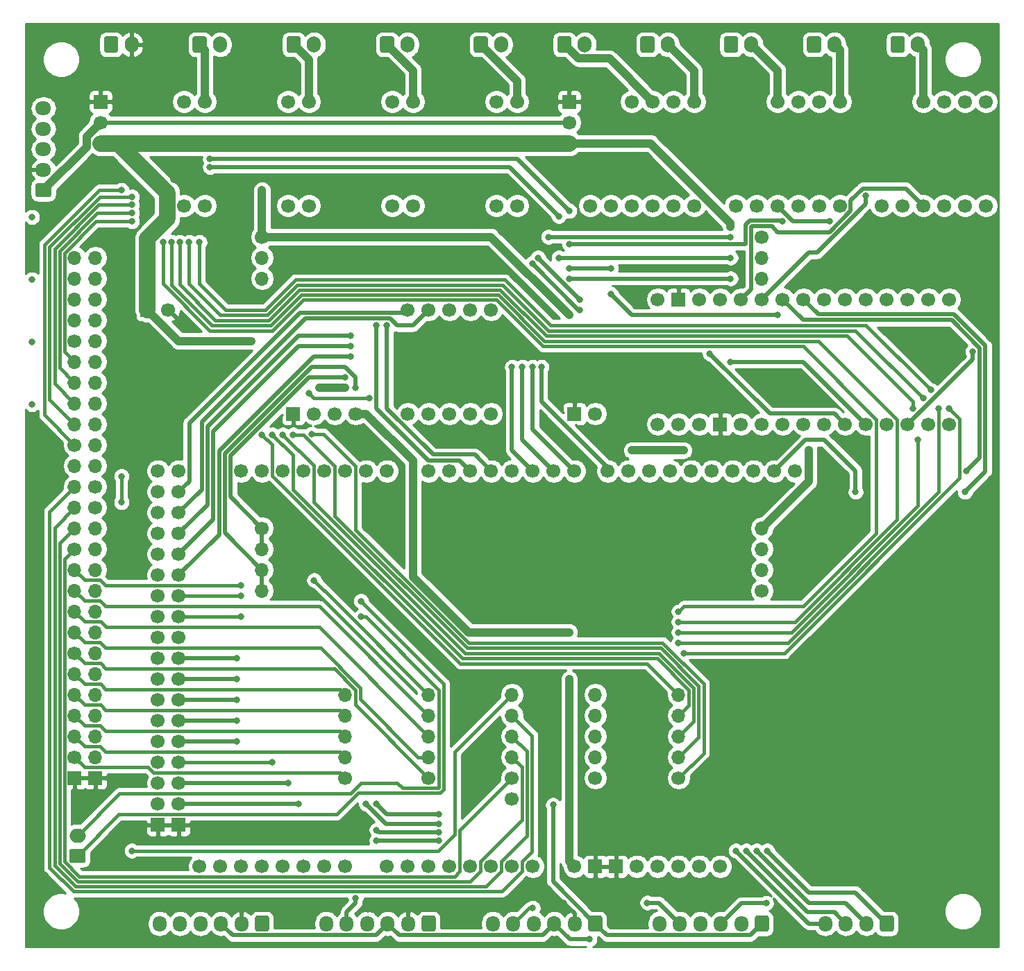
<source format=gbl>
%TF.GenerationSoftware,KiCad,Pcbnew,(5.1.8)-1*%
%TF.CreationDate,2021-03-06T21:25:47+09:00*%
%TF.ProjectId,main bord,6d61696e-2062-46f7-9264-2e6b69636164,rev?*%
%TF.SameCoordinates,PXe4e1c0PY7b06240*%
%TF.FileFunction,Copper,L2,Bot*%
%TF.FilePolarity,Positive*%
%FSLAX46Y46*%
G04 Gerber Fmt 4.6, Leading zero omitted, Abs format (unit mm)*
G04 Created by KiCad (PCBNEW (5.1.8)-1) date 2021-03-06 21:25:47*
%MOMM*%
%LPD*%
G01*
G04 APERTURE LIST*
%TA.AperFunction,ComponentPad*%
%ADD10R,1.700000X1.700000*%
%TD*%
%TA.AperFunction,ComponentPad*%
%ADD11C,1.700000*%
%TD*%
%TA.AperFunction,ComponentPad*%
%ADD12O,1.700000X1.700000*%
%TD*%
%TA.AperFunction,ComponentPad*%
%ADD13O,1.700000X2.000000*%
%TD*%
%TA.AperFunction,ComponentPad*%
%ADD14O,1.950000X1.700000*%
%TD*%
%TA.AperFunction,ComponentPad*%
%ADD15O,1.700000X1.950000*%
%TD*%
%TA.AperFunction,ComponentPad*%
%ADD16O,2.000000X1.700000*%
%TD*%
%TA.AperFunction,ViaPad*%
%ADD17C,0.800000*%
%TD*%
%TA.AperFunction,Conductor*%
%ADD18C,1.000000*%
%TD*%
%TA.AperFunction,Conductor*%
%ADD19C,0.500000*%
%TD*%
%TA.AperFunction,Conductor*%
%ADD20C,0.400000*%
%TD*%
%TA.AperFunction,Conductor*%
%ADD21C,2.000000*%
%TD*%
%TA.AperFunction,Conductor*%
%ADD22C,0.254000*%
%TD*%
%TA.AperFunction,Conductor*%
%ADD23C,0.100000*%
%TD*%
G04 APERTURE END LIST*
D10*
%TO.P,U3,21*%
%TO.N,GND*%
X66985000Y103830000D03*
D11*
%TO.P,U3,1*%
%TO.N,+7.5V*%
X66985000Y98750000D03*
%TO.P,U3,2*%
%TO.N,+5V*%
X66985000Y101290000D03*
%TO.P,U3,3*%
%TO.N,Net-(U2-Pad6)*%
X69525000Y91130000D03*
%TO.P,U3,4*%
%TO.N,Net-(U2-Pad5)*%
X72065000Y91130000D03*
%TO.P,U3,5*%
%TO.N,Net-(U2-Pad7)*%
X74605000Y91130000D03*
%TO.P,U3,6*%
%TO.N,Net-(U2-Pad8)*%
X82225000Y91130000D03*
%TO.P,U3,7*%
%TO.N,Net-(U2-Pad10)*%
X79685000Y91130000D03*
%TO.P,U3,8*%
%TO.N,Net-(U2-Pad11)*%
X77145000Y91130000D03*
%TO.P,U3,9*%
%TO.N,Net-(U2-Pad9)*%
X87305000Y91130000D03*
%TO.P,U3,10*%
%TO.N,Net-(U2-Pad15)*%
X89845000Y91130000D03*
%TO.P,U3,11*%
%TO.N,Net-(U2-Pad30)*%
X92385000Y91130000D03*
%TO.P,U3,12*%
%TO.N,Net-(U2-Pad12)*%
X100005000Y91130000D03*
%TO.P,U3,13*%
%TO.N,Net-(U2-Pad25)*%
X97465000Y91130000D03*
%TO.P,U3,14*%
%TO.N,Net-(U2-Pad24)*%
X94925000Y91130000D03*
%TO.P,U3,15*%
%TO.N,Net-(U2-Pad13)*%
X105085000Y91130000D03*
%TO.P,U3,16*%
%TO.N,Net-(U2-Pad21)*%
X107625000Y91130000D03*
%TO.P,U3,17*%
%TO.N,Net-(U2-Pad20)*%
X110165000Y91130000D03*
%TO.P,U3,18*%
%TO.N,N/C*%
X117785000Y91130000D03*
%TO.P,U3,19*%
X115245000Y91130000D03*
%TO.P,U3,20*%
X112705000Y91130000D03*
%TO.P,U3,22*%
%TO.N,Net-(J1-Pad2)*%
X74605000Y103830000D03*
%TO.P,U3,23*%
%TO.N,Net-(J1-Pad1)*%
X77145000Y103830000D03*
%TO.P,U3,24*%
%TO.N,Net-(J2-Pad2)*%
X82225000Y103830000D03*
%TO.P,U3,25*%
%TO.N,Net-(J2-Pad1)*%
X79685000Y103830000D03*
%TO.P,U3,26*%
%TO.N,Net-(J3-Pad2)*%
X92385000Y103830000D03*
%TO.P,U3,27*%
%TO.N,Net-(J3-Pad1)*%
X94925000Y103830000D03*
%TO.P,U3,28*%
%TO.N,Net-(J4-Pad2)*%
X100005000Y103830000D03*
%TO.P,U3,29*%
%TO.N,Net-(J4-Pad1)*%
X97465000Y103830000D03*
%TO.P,U3,30*%
%TO.N,Net-(J5-Pad2)*%
X110165000Y103830000D03*
%TO.P,U3,31*%
%TO.N,Net-(J5-Pad1)*%
X112705000Y103830000D03*
%TO.P,U3,32*%
%TO.N,N/C*%
X117785000Y103830000D03*
%TO.P,U3,33*%
X115245000Y103830000D03*
%TD*%
%TO.P,J12,1*%
%TO.N,Net-(J12-Pad1)*%
X90480000Y87320000D03*
D12*
%TO.P,J12,2*%
%TO.N,Net-(J12-Pad2)*%
X90480000Y84780000D03*
%TO.P,J12,3*%
%TO.N,Net-(J12-Pad3)*%
X90480000Y82240000D03*
%TD*%
%TO.P,J10,3*%
%TO.N,+5V*%
X29520000Y82240000D03*
%TO.P,J10,2*%
X29520000Y84780000D03*
D11*
%TO.P,J10,1*%
X29520000Y87320000D03*
%TD*%
D12*
%TO.P,J11,4*%
%TO.N,+5V*%
X90480000Y51760000D03*
%TO.P,J11,3*%
X90480000Y49220000D03*
%TO.P,J11,2*%
X90480000Y46680000D03*
D11*
%TO.P,J11,1*%
X90480000Y44140000D03*
%TD*%
%TO.P,J13,1*%
%TO.N,Net-(J13-Pad1)*%
X29520000Y51760000D03*
D12*
%TO.P,J13,2*%
X29520000Y49220000D03*
%TO.P,J13,3*%
%TO.N,Net-(J13-Pad3)*%
X29520000Y46680000D03*
%TO.P,J13,4*%
X29520000Y44140000D03*
%TD*%
%TO.P,J37,5*%
%TO.N,Net-(J37-Pad5)*%
X80320000Y31440000D03*
%TO.P,J37,4*%
%TO.N,Net-(J37-Pad4)*%
X80320000Y28900000D03*
%TO.P,J37,3*%
%TO.N,Net-(J37-Pad3)*%
X80320000Y26360000D03*
%TO.P,J37,2*%
%TO.N,Net-(J37-Pad2)*%
X80320000Y23820000D03*
D11*
%TO.P,J37,1*%
%TO.N,Net-(J37-Pad1)*%
X80320000Y21280000D03*
%TD*%
%TO.P,J36,1*%
%TO.N,Net-(J36-Pad1)*%
X70160000Y21280000D03*
D12*
%TO.P,J36,2*%
%TO.N,Net-(J36-Pad2)*%
X70160000Y23820000D03*
%TO.P,J36,3*%
%TO.N,Net-(J36-Pad3)*%
X70160000Y26360000D03*
%TO.P,J36,4*%
%TO.N,Net-(J36-Pad4)*%
X70160000Y28900000D03*
%TO.P,J36,5*%
%TO.N,Net-(J36-Pad5)*%
X70160000Y31440000D03*
%TD*%
D11*
%TO.P,J15,1*%
%TO.N,+5V*%
X60000000Y18740000D03*
%TD*%
D12*
%TO.P,J32,5*%
%TO.N,Net-(J32-Pad5)*%
X60000000Y31440000D03*
%TO.P,J32,4*%
%TO.N,Net-(J32-Pad4)*%
X60000000Y28900000D03*
%TO.P,J32,3*%
%TO.N,Net-(J32-Pad3)*%
X60000000Y26360000D03*
%TO.P,J32,2*%
%TO.N,Net-(J32-Pad2)*%
X60000000Y23820000D03*
D11*
%TO.P,J32,1*%
%TO.N,Net-(J32-Pad1)*%
X60000000Y21280000D03*
%TD*%
%TO.P,J31,1*%
%TO.N,Net-(J31-Pad1)*%
X49840000Y21280000D03*
D12*
%TO.P,J31,2*%
%TO.N,Net-(J31-Pad2)*%
X49840000Y23820000D03*
%TO.P,J31,3*%
%TO.N,Net-(J31-Pad3)*%
X49840000Y26360000D03*
%TO.P,J31,4*%
%TO.N,Net-(J31-Pad4)*%
X49840000Y28900000D03*
%TO.P,J31,5*%
%TO.N,Net-(J31-Pad5)*%
X49840000Y31440000D03*
%TD*%
D11*
%TO.P,J30,1*%
%TO.N,Net-(J30-Pad1)*%
X39680000Y21280000D03*
D12*
%TO.P,J30,2*%
%TO.N,Net-(J30-Pad2)*%
X39680000Y23820000D03*
%TO.P,J30,3*%
%TO.N,Net-(J30-Pad3)*%
X39680000Y26360000D03*
%TO.P,J30,4*%
%TO.N,Net-(J30-Pad4)*%
X39680000Y28900000D03*
%TO.P,J30,5*%
%TO.N,Net-(J30-Pad5)*%
X39680000Y31440000D03*
%TD*%
D11*
%TO.P,J16,1*%
%TO.N,Net-(J16-Pad1)*%
X9200000Y56840000D03*
D12*
%TO.P,J16,2*%
%TO.N,Net-(J16-Pad2)*%
X9200000Y59380000D03*
%TO.P,J16,3*%
%TO.N,Net-(J16-Pad3)*%
X9200000Y61920000D03*
%TO.P,J16,4*%
%TO.N,Net-(J16-Pad4)*%
X9200000Y64460000D03*
%TO.P,J16,5*%
%TO.N,Net-(J16-Pad5)*%
X9200000Y67000000D03*
%TO.P,J16,6*%
%TO.N,Net-(J16-Pad6)*%
X9200000Y69540000D03*
%TO.P,J16,7*%
%TO.N,Net-(J16-Pad7)*%
X9200000Y72080000D03*
%TO.P,J16,8*%
%TO.N,Net-(J16-Pad8)*%
X9200000Y74620000D03*
%TO.P,J16,9*%
%TO.N,Net-(J16-Pad9)*%
X9200000Y77160000D03*
%TO.P,J16,10*%
%TO.N,Net-(J16-Pad10)*%
X9200000Y79700000D03*
%TO.P,J16,11*%
%TO.N,Net-(J16-Pad11)*%
X9200000Y82240000D03*
%TO.P,J16,12*%
%TO.N,Net-(J16-Pad12)*%
X9200000Y84780000D03*
%TD*%
%TO.P,J35,5*%
%TO.N,Net-(J32-Pad5)*%
X6660000Y59380000D03*
%TO.P,J35,4*%
%TO.N,Net-(J32-Pad4)*%
X6660000Y56840000D03*
%TO.P,J35,3*%
%TO.N,Net-(J32-Pad3)*%
X6660000Y54300000D03*
%TO.P,J35,2*%
%TO.N,Net-(J32-Pad2)*%
X6660000Y51760000D03*
D11*
%TO.P,J35,1*%
%TO.N,Net-(J32-Pad1)*%
X6660000Y49220000D03*
%TD*%
%TO.P,J34,1*%
%TO.N,Net-(J31-Pad1)*%
X6660000Y36520000D03*
D12*
%TO.P,J34,2*%
%TO.N,Net-(J31-Pad2)*%
X6660000Y39060000D03*
%TO.P,J34,3*%
%TO.N,Net-(J31-Pad3)*%
X6660000Y41600000D03*
%TO.P,J34,4*%
%TO.N,Net-(J31-Pad4)*%
X6660000Y44140000D03*
%TO.P,J34,5*%
%TO.N,Net-(J31-Pad5)*%
X6660000Y46680000D03*
%TD*%
D11*
%TO.P,J20,1*%
%TO.N,Net-(J20-Pad1)*%
X9200000Y54300000D03*
D12*
%TO.P,J20,2*%
%TO.N,Net-(J20-Pad2)*%
X9200000Y51760000D03*
%TO.P,J20,3*%
%TO.N,Net-(J20-Pad3)*%
X9200000Y49220000D03*
%TO.P,J20,4*%
%TO.N,Net-(J20-Pad4)*%
X9200000Y46680000D03*
%TO.P,J20,5*%
%TO.N,Net-(J20-Pad5)*%
X9200000Y44140000D03*
%TO.P,J20,6*%
%TO.N,Net-(J20-Pad6)*%
X9200000Y41600000D03*
%TO.P,J20,7*%
%TO.N,Net-(J20-Pad7)*%
X9200000Y39060000D03*
%TO.P,J20,8*%
%TO.N,Net-(J20-Pad8)*%
X9200000Y36520000D03*
%TO.P,J20,9*%
%TO.N,Net-(J20-Pad9)*%
X9200000Y33980000D03*
%TO.P,J20,10*%
%TO.N,Net-(J20-Pad10)*%
X9200000Y31440000D03*
%TO.P,J20,11*%
%TO.N,Net-(J20-Pad11)*%
X9200000Y28900000D03*
%TO.P,J20,12*%
%TO.N,Net-(J20-Pad12)*%
X9200000Y26360000D03*
%TO.P,J20,13*%
%TO.N,Net-(J20-Pad13)*%
X9200000Y23820000D03*
%TD*%
D11*
%TO.P,J33,1*%
%TO.N,Net-(J30-Pad1)*%
X6660000Y23820000D03*
D12*
%TO.P,J33,2*%
%TO.N,Net-(J30-Pad2)*%
X6660000Y26360000D03*
%TO.P,J33,3*%
%TO.N,Net-(J30-Pad3)*%
X6660000Y28900000D03*
%TO.P,J33,4*%
%TO.N,Net-(J30-Pad4)*%
X6660000Y31440000D03*
%TO.P,J33,5*%
%TO.N,Net-(J30-Pad5)*%
X6660000Y33980000D03*
%TD*%
D10*
%TO.P,J18,1*%
%TO.N,GND*%
X6660000Y21280000D03*
%TO.P,J18,2*%
X9200000Y21280000D03*
%TD*%
D11*
%TO.P,J38,1*%
%TO.N,Net-(J36-Pad1)*%
X6660000Y61920000D03*
D12*
%TO.P,J38,2*%
%TO.N,Net-(J36-Pad2)*%
X6660000Y64460000D03*
%TO.P,J38,3*%
%TO.N,Net-(J36-Pad3)*%
X6660000Y67000000D03*
%TO.P,J38,4*%
%TO.N,Net-(J36-Pad4)*%
X6660000Y69540000D03*
%TO.P,J38,5*%
%TO.N,Net-(J36-Pad5)*%
X6660000Y72080000D03*
%TD*%
%TO.P,J39,5*%
%TO.N,Net-(J37-Pad5)*%
X6660000Y84780000D03*
%TO.P,J39,4*%
%TO.N,Net-(J37-Pad4)*%
X6660000Y82240000D03*
%TO.P,J39,3*%
%TO.N,Net-(J37-Pad3)*%
X6660000Y79700000D03*
%TO.P,J39,2*%
%TO.N,Net-(J37-Pad2)*%
X6660000Y77160000D03*
D11*
%TO.P,J39,1*%
%TO.N,Net-(J37-Pad1)*%
X6660000Y74620000D03*
%TD*%
%TO.P,U2,1*%
%TO.N,N/C*%
X77780000Y64460000D03*
%TO.P,U2,2*%
X80320000Y64460000D03*
%TO.P,U2,3*%
X82860000Y64460000D03*
D10*
%TO.P,U2,4*%
%TO.N,GND*%
X85400000Y64460000D03*
D11*
%TO.P,U2,5*%
%TO.N,Net-(U2-Pad5)*%
X87940000Y64460000D03*
%TO.P,U2,6*%
%TO.N,Net-(U2-Pad6)*%
X90480000Y64460000D03*
%TO.P,U2,7*%
%TO.N,Net-(U2-Pad7)*%
X93020000Y64460000D03*
%TO.P,U2,8*%
%TO.N,Net-(U2-Pad8)*%
X95560000Y64460000D03*
%TO.P,U2,9*%
%TO.N,Net-(U2-Pad9)*%
X98100000Y64460000D03*
%TO.P,U2,10*%
%TO.N,Net-(U2-Pad10)*%
X100640000Y64460000D03*
%TO.P,U2,11*%
%TO.N,Net-(U2-Pad11)*%
X103180000Y64460000D03*
%TO.P,U2,12*%
%TO.N,Net-(U2-Pad12)*%
X105720000Y64460000D03*
%TO.P,U2,13*%
%TO.N,Net-(U2-Pad13)*%
X108260000Y64460000D03*
%TO.P,U2,14*%
%TO.N,N/C*%
X110800000Y64460000D03*
%TO.P,U2,15*%
%TO.N,Net-(U2-Pad15)*%
X113340000Y64460000D03*
%TO.P,U2,16*%
%TO.N,+7.5V*%
X77780000Y79700000D03*
D10*
%TO.P,U2,17*%
%TO.N,GND*%
X80320000Y79700000D03*
D11*
%TO.P,U2,18*%
%TO.N,N/C*%
X82860000Y79700000D03*
%TO.P,U2,19*%
X85400000Y79700000D03*
%TO.P,U2,20*%
%TO.N,Net-(U2-Pad20)*%
X87940000Y79700000D03*
%TO.P,U2,21*%
%TO.N,Net-(U2-Pad21)*%
X90480000Y79700000D03*
%TO.P,U2,22*%
%TO.N,SCL*%
X93020000Y79700000D03*
%TO.P,U2,23*%
%TO.N,SDA*%
X95560000Y79700000D03*
%TO.P,U2,24*%
%TO.N,Net-(U2-Pad24)*%
X98100000Y79700000D03*
%TO.P,U2,25*%
%TO.N,Net-(U2-Pad25)*%
X100640000Y79700000D03*
%TO.P,U2,26*%
%TO.N,N/C*%
X103180000Y79700000D03*
%TO.P,U2,27*%
X105720000Y79700000D03*
%TO.P,U2,28*%
X108260000Y79700000D03*
%TO.P,U2,29*%
X110800000Y79700000D03*
%TO.P,U2,30*%
%TO.N,Net-(U2-Pad30)*%
X113340000Y79700000D03*
%TD*%
%TO.P,U6,1*%
%TO.N,SCL*%
X94544000Y58745000D03*
%TO.P,U6,2*%
%TO.N,SDA*%
X92004000Y58745000D03*
%TO.P,U6,3*%
%TO.N,N/C*%
X89464000Y58745000D03*
%TO.P,U6,4*%
X86924000Y58745000D03*
%TO.P,U6,5*%
X84384000Y58745000D03*
%TO.P,U6,6*%
%TO.N,Net-(U4-Pad10)*%
X81844000Y58745000D03*
%TO.P,U6,7*%
%TO.N,Net-(U4-Pad9)*%
X79304000Y58745000D03*
%TO.P,U6,8*%
%TO.N,N/C*%
X76764000Y58745000D03*
%TO.P,U6,9*%
X74224000Y58745000D03*
%TO.P,U6,10*%
%TO.N,Net-(U4-Pad8)*%
X71684000Y58745000D03*
%TO.P,U6,11*%
%TO.N,Net-(U4-Pad7)*%
X67620000Y58745000D03*
%TO.P,U6,12*%
%TO.N,Net-(U4-Pad6)*%
X65080000Y58745000D03*
%TO.P,U6,13*%
%TO.N,Net-(U4-Pad5)*%
X62540000Y58745000D03*
%TO.P,U6,14*%
%TO.N,N/C*%
X60000000Y58745000D03*
%TO.P,U6,15*%
%TO.N,Net-(U4-Pad4)*%
X57460000Y58745000D03*
%TO.P,U6,16*%
%TO.N,Net-(U4-Pad3)*%
X54920000Y58745000D03*
%TO.P,U6,17*%
%TO.N,N/C*%
X52380000Y58745000D03*
%TO.P,U6,18*%
X49840000Y58745000D03*
%TO.P,U6,19*%
X44760000Y58745000D03*
%TO.P,U6,20*%
X42220000Y58745000D03*
%TO.P,U6,21*%
X39680000Y58745000D03*
%TO.P,U6,22*%
X37140000Y58745000D03*
%TO.P,U6,23*%
X34600000Y58745000D03*
%TO.P,U6,24*%
X32060000Y58745000D03*
%TO.P,U6,25*%
X29520000Y58745000D03*
%TO.P,U6,26*%
X26980000Y58745000D03*
%TO.P,U6,27*%
X19360000Y58745000D03*
%TO.P,U6,28*%
X16820000Y58745000D03*
%TO.P,U6,29*%
%TO.N,Net-(U5-Pad2)*%
X19360000Y56205000D03*
%TO.P,U6,30*%
%TO.N,N/C*%
X16820000Y56205000D03*
%TO.P,U6,31*%
%TO.N,Net-(U5-Pad3)*%
X19360000Y53665000D03*
%TO.P,U6,32*%
%TO.N,N/C*%
X16820000Y53665000D03*
%TO.P,U6,33*%
%TO.N,Net-(U5-Pad4)*%
X19360000Y51125000D03*
%TO.P,U6,34*%
%TO.N,N/C*%
X16820000Y51125000D03*
%TO.P,U6,35*%
%TO.N,Net-(U5-Pad5)*%
X19360000Y48585000D03*
%TO.P,U6,36*%
%TO.N,Net-(J20-Pad1)*%
X16820000Y48585000D03*
%TO.P,U6,37*%
%TO.N,Net-(U5-Pad6)*%
X19360000Y46045000D03*
%TO.P,U6,38*%
%TO.N,Net-(J20-Pad2)*%
X16820000Y46045000D03*
%TO.P,U6,39*%
%TO.N,Net-(J21-Pad1)*%
X19360000Y43505000D03*
%TO.P,U6,40*%
%TO.N,Net-(J20-Pad3)*%
X16820000Y43505000D03*
%TO.P,U6,41*%
%TO.N,Net-(J21-Pad2)*%
X19360000Y40965000D03*
%TO.P,U6,42*%
%TO.N,Net-(J20-Pad4)*%
X16820000Y40965000D03*
%TO.P,U6,43*%
%TO.N,Net-(J14-Pad5)*%
X19360000Y38425000D03*
%TO.P,U6,44*%
%TO.N,Net-(J20-Pad5)*%
X16820000Y38425000D03*
%TO.P,U6,45*%
%TO.N,Net-(J19-Pad1)*%
X19360000Y35885000D03*
%TO.P,U6,46*%
%TO.N,Net-(J20-Pad6)*%
X16820000Y35885000D03*
%TO.P,U6,47*%
%TO.N,Net-(J19-Pad2)*%
X19360000Y33345000D03*
%TO.P,U6,48*%
%TO.N,Net-(J20-Pad7)*%
X16820000Y33345000D03*
%TO.P,U6,49*%
%TO.N,Net-(J19-Pad3)*%
X19360000Y30805000D03*
%TO.P,U6,50*%
%TO.N,Net-(J20-Pad8)*%
X16820000Y30805000D03*
%TO.P,U6,51*%
%TO.N,Net-(J19-Pad4)*%
X19360000Y28265000D03*
%TO.P,U6,52*%
%TO.N,Net-(J20-Pad9)*%
X16820000Y28265000D03*
%TO.P,U6,53*%
%TO.N,Net-(J28-Pad5)*%
X19360000Y25725000D03*
%TO.P,U6,54*%
%TO.N,Net-(J20-Pad10)*%
X16820000Y25725000D03*
%TO.P,U6,55*%
%TO.N,Net-(J25-Pad5)*%
X19360000Y23185000D03*
%TO.P,U6,56*%
%TO.N,Net-(J20-Pad11)*%
X16820000Y23185000D03*
%TO.P,U6,57*%
%TO.N,Net-(J23-Pad5)*%
X19360000Y20645000D03*
%TO.P,U6,58*%
%TO.N,Net-(J20-Pad12)*%
X16820000Y20645000D03*
%TO.P,U6,59*%
%TO.N,Net-(J22-Pad5)*%
X19360000Y18105000D03*
%TO.P,U6,60*%
%TO.N,Net-(J20-Pad13)*%
X16820000Y18105000D03*
D10*
%TO.P,U6,61*%
%TO.N,GND*%
X19360000Y15565000D03*
%TO.P,U6,62*%
X16820000Y15565000D03*
D11*
%TO.P,U6,63*%
%TO.N,Net-(J16-Pad1)*%
X21900000Y10485000D03*
%TO.P,U6,64*%
%TO.N,Net-(J16-Pad2)*%
X24440000Y10485000D03*
%TO.P,U6,65*%
%TO.N,Net-(J16-Pad3)*%
X26980000Y10485000D03*
%TO.P,U6,66*%
%TO.N,Net-(J16-Pad4)*%
X29520000Y10485000D03*
%TO.P,U6,67*%
%TO.N,Net-(J16-Pad5)*%
X32060000Y10485000D03*
%TO.P,U6,68*%
%TO.N,Net-(J16-Pad6)*%
X34600000Y10485000D03*
%TO.P,U6,69*%
%TO.N,Net-(J16-Pad7)*%
X37140000Y10485000D03*
%TO.P,U6,70*%
%TO.N,Net-(J16-Pad8)*%
X39680000Y10485000D03*
%TO.P,U6,71*%
%TO.N,Net-(J16-Pad9)*%
X44760000Y10485000D03*
%TO.P,U6,72*%
%TO.N,Net-(J16-Pad10)*%
X47300000Y10485000D03*
%TO.P,U6,73*%
%TO.N,Net-(J16-Pad11)*%
X49840000Y10485000D03*
%TO.P,U6,74*%
%TO.N,Net-(J16-Pad12)*%
X52380000Y10485000D03*
%TO.P,U6,75*%
%TO.N,N/C*%
X54920000Y10485000D03*
%TO.P,U6,76*%
X57460000Y10485000D03*
%TO.P,U6,77*%
X60000000Y10485000D03*
%TO.P,U6,78*%
X62540000Y10485000D03*
%TO.P,U6,79*%
%TO.N,+7.5V*%
X67620000Y10485000D03*
D10*
%TO.P,U6,80*%
%TO.N,GND*%
X70160000Y10485000D03*
%TO.P,U6,81*%
X72700000Y10485000D03*
D11*
%TO.P,U6,82*%
%TO.N,N/C*%
X75240000Y10485000D03*
%TO.P,U6,83*%
X77780000Y10485000D03*
%TO.P,U6,84*%
X80320000Y10485000D03*
%TO.P,U6,85*%
X82860000Y10485000D03*
%TO.P,U6,86*%
X85400000Y10485000D03*
%TD*%
%TO.P,J1,1*%
%TO.N,Net-(J1-Pad1)*%
%TA.AperFunction,ComponentPad*%
G36*
G01*
X65540000Y110065000D02*
X65540000Y111565000D01*
G75*
G02*
X65790000Y111815000I250000J0D01*
G01*
X66990000Y111815000D01*
G75*
G02*
X67240000Y111565000I0J-250000D01*
G01*
X67240000Y110065000D01*
G75*
G02*
X66990000Y109815000I-250000J0D01*
G01*
X65790000Y109815000D01*
G75*
G02*
X65540000Y110065000I0J250000D01*
G01*
G37*
%TD.AperFunction*%
D13*
%TO.P,J1,2*%
%TO.N,Net-(J1-Pad2)*%
X68890000Y110815000D03*
%TD*%
%TO.P,J2,2*%
%TO.N,Net-(J2-Pad2)*%
X79010000Y110815000D03*
%TO.P,J2,1*%
%TO.N,Net-(J2-Pad1)*%
%TA.AperFunction,ComponentPad*%
G36*
G01*
X75660000Y110065000D02*
X75660000Y111565000D01*
G75*
G02*
X75910000Y111815000I250000J0D01*
G01*
X77110000Y111815000D01*
G75*
G02*
X77360000Y111565000I0J-250000D01*
G01*
X77360000Y110065000D01*
G75*
G02*
X77110000Y109815000I-250000J0D01*
G01*
X75910000Y109815000D01*
G75*
G02*
X75660000Y110065000I0J250000D01*
G01*
G37*
%TD.AperFunction*%
%TD*%
%TO.P,J3,1*%
%TO.N,Net-(J3-Pad1)*%
%TA.AperFunction,ComponentPad*%
G36*
G01*
X85860000Y110065000D02*
X85860000Y111565000D01*
G75*
G02*
X86110000Y111815000I250000J0D01*
G01*
X87310000Y111815000D01*
G75*
G02*
X87560000Y111565000I0J-250000D01*
G01*
X87560000Y110065000D01*
G75*
G02*
X87310000Y109815000I-250000J0D01*
G01*
X86110000Y109815000D01*
G75*
G02*
X85860000Y110065000I0J250000D01*
G01*
G37*
%TD.AperFunction*%
%TO.P,J3,2*%
%TO.N,Net-(J3-Pad2)*%
X89210000Y110815000D03*
%TD*%
%TO.P,J4,2*%
%TO.N,Net-(J4-Pad2)*%
X99330000Y110815000D03*
%TO.P,J4,1*%
%TO.N,Net-(J4-Pad1)*%
%TA.AperFunction,ComponentPad*%
G36*
G01*
X95980000Y110065000D02*
X95980000Y111565000D01*
G75*
G02*
X96230000Y111815000I250000J0D01*
G01*
X97430000Y111815000D01*
G75*
G02*
X97680000Y111565000I0J-250000D01*
G01*
X97680000Y110065000D01*
G75*
G02*
X97430000Y109815000I-250000J0D01*
G01*
X96230000Y109815000D01*
G75*
G02*
X95980000Y110065000I0J250000D01*
G01*
G37*
%TD.AperFunction*%
%TD*%
%TO.P,J5,2*%
%TO.N,Net-(J5-Pad2)*%
X109530000Y110815000D03*
%TO.P,J5,1*%
%TO.N,Net-(J5-Pad1)*%
%TA.AperFunction,ComponentPad*%
G36*
G01*
X106180000Y110065000D02*
X106180000Y111565000D01*
G75*
G02*
X106430000Y111815000I250000J0D01*
G01*
X107630000Y111815000D01*
G75*
G02*
X107880000Y111565000I0J-250000D01*
G01*
X107880000Y110065000D01*
G75*
G02*
X107630000Y109815000I-250000J0D01*
G01*
X106430000Y109815000D01*
G75*
G02*
X106180000Y110065000I0J250000D01*
G01*
G37*
%TD.AperFunction*%
%TD*%
%TO.P,J6,2*%
%TO.N,Net-(J6-Pad2)*%
X24400000Y110815000D03*
%TO.P,J6,1*%
%TO.N,Net-(J6-Pad1)*%
%TA.AperFunction,ComponentPad*%
G36*
G01*
X21050000Y110065000D02*
X21050000Y111565000D01*
G75*
G02*
X21300000Y111815000I250000J0D01*
G01*
X22500000Y111815000D01*
G75*
G02*
X22750000Y111565000I0J-250000D01*
G01*
X22750000Y110065000D01*
G75*
G02*
X22500000Y109815000I-250000J0D01*
G01*
X21300000Y109815000D01*
G75*
G02*
X21050000Y110065000I0J250000D01*
G01*
G37*
%TD.AperFunction*%
%TD*%
%TO.P,J7,1*%
%TO.N,Net-(J7-Pad1)*%
%TA.AperFunction,ComponentPad*%
G36*
G01*
X32520000Y110065000D02*
X32520000Y111565000D01*
G75*
G02*
X32770000Y111815000I250000J0D01*
G01*
X33970000Y111815000D01*
G75*
G02*
X34220000Y111565000I0J-250000D01*
G01*
X34220000Y110065000D01*
G75*
G02*
X33970000Y109815000I-250000J0D01*
G01*
X32770000Y109815000D01*
G75*
G02*
X32520000Y110065000I0J250000D01*
G01*
G37*
%TD.AperFunction*%
%TO.P,J7,2*%
%TO.N,Net-(J7-Pad2)*%
X35870000Y110815000D03*
%TD*%
%TO.P,J8,2*%
%TO.N,Net-(J8-Pad2)*%
X47260000Y110815000D03*
%TO.P,J8,1*%
%TO.N,Net-(J8-Pad1)*%
%TA.AperFunction,ComponentPad*%
G36*
G01*
X43910000Y110065000D02*
X43910000Y111565000D01*
G75*
G02*
X44160000Y111815000I250000J0D01*
G01*
X45360000Y111815000D01*
G75*
G02*
X45610000Y111565000I0J-250000D01*
G01*
X45610000Y110065000D01*
G75*
G02*
X45360000Y109815000I-250000J0D01*
G01*
X44160000Y109815000D01*
G75*
G02*
X43910000Y110065000I0J250000D01*
G01*
G37*
%TD.AperFunction*%
%TD*%
%TO.P,J9,1*%
%TO.N,Net-(J9-Pad1)*%
%TA.AperFunction,ComponentPad*%
G36*
G01*
X55340000Y110065000D02*
X55340000Y111565000D01*
G75*
G02*
X55590000Y111815000I250000J0D01*
G01*
X56790000Y111815000D01*
G75*
G02*
X57040000Y111565000I0J-250000D01*
G01*
X57040000Y110065000D01*
G75*
G02*
X56790000Y109815000I-250000J0D01*
G01*
X55590000Y109815000D01*
G75*
G02*
X55340000Y110065000I0J250000D01*
G01*
G37*
%TD.AperFunction*%
%TO.P,J9,2*%
%TO.N,Net-(J9-Pad2)*%
X58690000Y110815000D03*
%TD*%
%TO.P,J14,1*%
%TO.N,+5V*%
%TA.AperFunction,ComponentPad*%
G36*
G01*
X3575000Y92185000D02*
X2125000Y92185000D01*
G75*
G02*
X1875000Y92435000I0J250000D01*
G01*
X1875000Y93635000D01*
G75*
G02*
X2125000Y93885000I250000J0D01*
G01*
X3575000Y93885000D01*
G75*
G02*
X3825000Y93635000I0J-250000D01*
G01*
X3825000Y92435000D01*
G75*
G02*
X3575000Y92185000I-250000J0D01*
G01*
G37*
%TD.AperFunction*%
D14*
%TO.P,J14,2*%
%TO.N,GND*%
X2850000Y95535000D03*
%TO.P,J14,3*%
%TO.N,SDA*%
X2850000Y98035000D03*
%TO.P,J14,4*%
%TO.N,SCL*%
X2850000Y100535000D03*
%TO.P,J14,5*%
%TO.N,Net-(J14-Pad5)*%
X2850000Y103035000D03*
%TD*%
%TO.P,J17,1*%
%TO.N,+7.5V*%
%TA.AperFunction,ComponentPad*%
G36*
G01*
X10255000Y110065000D02*
X10255000Y111565000D01*
G75*
G02*
X10505000Y111815000I250000J0D01*
G01*
X11705000Y111815000D01*
G75*
G02*
X11955000Y111565000I0J-250000D01*
G01*
X11955000Y110065000D01*
G75*
G02*
X11705000Y109815000I-250000J0D01*
G01*
X10505000Y109815000D01*
G75*
G02*
X10255000Y110065000I0J250000D01*
G01*
G37*
%TD.AperFunction*%
D13*
%TO.P,J17,2*%
%TO.N,GND*%
X13605000Y110815000D03*
%TD*%
%TO.P,J19,1*%
%TO.N,Net-(J19-Pad1)*%
%TA.AperFunction,ComponentPad*%
G36*
G01*
X106570000Y4225000D02*
X106570000Y2775000D01*
G75*
G02*
X106320000Y2525000I-250000J0D01*
G01*
X105120000Y2525000D01*
G75*
G02*
X104870000Y2775000I0J250000D01*
G01*
X104870000Y4225000D01*
G75*
G02*
X105120000Y4475000I250000J0D01*
G01*
X106320000Y4475000D01*
G75*
G02*
X106570000Y4225000I0J-250000D01*
G01*
G37*
%TD.AperFunction*%
D15*
%TO.P,J19,2*%
%TO.N,Net-(J19-Pad2)*%
X103220000Y3500000D03*
%TO.P,J19,3*%
%TO.N,Net-(J19-Pad3)*%
X100720000Y3500000D03*
%TO.P,J19,4*%
%TO.N,Net-(J19-Pad4)*%
X98220000Y3500000D03*
%TD*%
%TO.P,J21,1*%
%TO.N,Net-(J21-Pad1)*%
%TA.AperFunction,ComponentPad*%
G36*
G01*
X7750000Y10905000D02*
X6250000Y10905000D01*
G75*
G02*
X6000000Y11155000I0J250000D01*
G01*
X6000000Y12355000D01*
G75*
G02*
X6250000Y12605000I250000J0D01*
G01*
X7750000Y12605000D01*
G75*
G02*
X8000000Y12355000I0J-250000D01*
G01*
X8000000Y11155000D01*
G75*
G02*
X7750000Y10905000I-250000J0D01*
G01*
G37*
%TD.AperFunction*%
D16*
%TO.P,J21,2*%
%TO.N,Net-(J21-Pad2)*%
X7000000Y14255000D03*
%TD*%
D15*
%TO.P,J22,6*%
%TO.N,N/C*%
X17020000Y3500000D03*
%TO.P,J22,5*%
%TO.N,Net-(J22-Pad5)*%
X19520000Y3500000D03*
%TO.P,J22,4*%
%TO.N,SCL*%
X22020000Y3500000D03*
%TO.P,J22,3*%
%TO.N,SDA*%
X24520000Y3500000D03*
%TO.P,J22,2*%
%TO.N,GND*%
X27020000Y3500000D03*
%TO.P,J22,1*%
%TO.N,+5V*%
%TA.AperFunction,ComponentPad*%
G36*
G01*
X30370000Y4225000D02*
X30370000Y2775000D01*
G75*
G02*
X30120000Y2525000I-250000J0D01*
G01*
X28920000Y2525000D01*
G75*
G02*
X28670000Y2775000I0J250000D01*
G01*
X28670000Y4225000D01*
G75*
G02*
X28920000Y4475000I250000J0D01*
G01*
X30120000Y4475000D01*
G75*
G02*
X30370000Y4225000I0J-250000D01*
G01*
G37*
%TD.AperFunction*%
%TD*%
%TO.P,J23,1*%
%TO.N,+5V*%
%TA.AperFunction,ComponentPad*%
G36*
G01*
X50690000Y4225000D02*
X50690000Y2775000D01*
G75*
G02*
X50440000Y2525000I-250000J0D01*
G01*
X49240000Y2525000D01*
G75*
G02*
X48990000Y2775000I0J250000D01*
G01*
X48990000Y4225000D01*
G75*
G02*
X49240000Y4475000I250000J0D01*
G01*
X50440000Y4475000D01*
G75*
G02*
X50690000Y4225000I0J-250000D01*
G01*
G37*
%TD.AperFunction*%
%TO.P,J23,2*%
%TO.N,GND*%
X47340000Y3500000D03*
%TO.P,J23,3*%
%TO.N,SDA*%
X44840000Y3500000D03*
%TO.P,J23,4*%
%TO.N,SCL*%
X42340000Y3500000D03*
%TO.P,J23,5*%
%TO.N,Net-(J23-Pad5)*%
X39840000Y3500000D03*
%TO.P,J23,6*%
%TO.N,N/C*%
X37340000Y3500000D03*
%TD*%
%TO.P,J25,6*%
%TO.N,N/C*%
X57660000Y3500000D03*
%TO.P,J25,5*%
%TO.N,Net-(J25-Pad5)*%
X60160000Y3500000D03*
%TO.P,J25,4*%
%TO.N,SCL*%
X62660000Y3500000D03*
%TO.P,J25,3*%
%TO.N,SDA*%
X65160000Y3500000D03*
%TO.P,J25,2*%
%TO.N,GND*%
X67660000Y3500000D03*
%TO.P,J25,1*%
%TO.N,+5V*%
%TA.AperFunction,ComponentPad*%
G36*
G01*
X71010000Y4225000D02*
X71010000Y2775000D01*
G75*
G02*
X70760000Y2525000I-250000J0D01*
G01*
X69560000Y2525000D01*
G75*
G02*
X69310000Y2775000I0J250000D01*
G01*
X69310000Y4225000D01*
G75*
G02*
X69560000Y4475000I250000J0D01*
G01*
X70760000Y4475000D01*
G75*
G02*
X71010000Y4225000I0J-250000D01*
G01*
G37*
%TD.AperFunction*%
%TD*%
%TO.P,J28,1*%
%TO.N,+5V*%
%TA.AperFunction,ComponentPad*%
G36*
G01*
X91330000Y4225000D02*
X91330000Y2775000D01*
G75*
G02*
X91080000Y2525000I-250000J0D01*
G01*
X89880000Y2525000D01*
G75*
G02*
X89630000Y2775000I0J250000D01*
G01*
X89630000Y4225000D01*
G75*
G02*
X89880000Y4475000I250000J0D01*
G01*
X91080000Y4475000D01*
G75*
G02*
X91330000Y4225000I0J-250000D01*
G01*
G37*
%TD.AperFunction*%
%TO.P,J28,2*%
%TO.N,GND*%
X87980000Y3500000D03*
%TO.P,J28,3*%
%TO.N,SDA*%
X85480000Y3500000D03*
%TO.P,J28,4*%
%TO.N,SCL*%
X82980000Y3500000D03*
%TO.P,J28,5*%
%TO.N,Net-(J28-Pad5)*%
X80480000Y3500000D03*
%TO.P,J28,6*%
%TO.N,N/C*%
X77980000Y3500000D03*
%TD*%
D10*
%TO.P,U1,1*%
%TO.N,+7.5V*%
X15550000Y78430000D03*
D11*
%TO.P,U1,2*%
%TO.N,GND*%
X18090000Y78430000D03*
%TO.P,U1,3*%
%TO.N,+7.5V*%
X40950000Y65730000D03*
%TO.P,U1,4*%
%TO.N,+5V*%
X38410000Y65730000D03*
%TO.P,U1,5*%
%TO.N,N/C*%
X35870000Y65730000D03*
D10*
%TO.P,U1,6*%
%TO.N,GND*%
X33330000Y65730000D03*
%TD*%
D11*
%TO.P,U4,1*%
%TO.N,+7.5V*%
X9835000Y98750000D03*
%TO.P,U4,2*%
%TO.N,+5V*%
X9835000Y101290000D03*
%TO.P,U4,3*%
%TO.N,Net-(U4-Pad3)*%
X19995000Y91130000D03*
%TO.P,U4,4*%
%TO.N,Net-(U4-Pad4)*%
X22535000Y91130000D03*
%TO.P,U4,5*%
%TO.N,Net-(U4-Pad5)*%
X32695000Y91130000D03*
%TO.P,U4,6*%
%TO.N,Net-(U4-Pad6)*%
X35235000Y91130000D03*
%TO.P,U4,7*%
%TO.N,Net-(U4-Pad7)*%
X45395000Y91130000D03*
%TO.P,U4,8*%
%TO.N,Net-(U4-Pad8)*%
X47935000Y91130000D03*
%TO.P,U4,9*%
%TO.N,Net-(U4-Pad9)*%
X58095000Y91130000D03*
%TO.P,U4,10*%
%TO.N,Net-(U4-Pad10)*%
X60635000Y91130000D03*
D10*
%TO.P,U4,11*%
%TO.N,GND*%
X9835000Y103830000D03*
D11*
%TO.P,U4,12*%
%TO.N,Net-(J6-Pad2)*%
X19995000Y103830000D03*
%TO.P,U4,13*%
%TO.N,Net-(J6-Pad1)*%
X22535000Y103830000D03*
%TO.P,U4,14*%
%TO.N,Net-(J7-Pad2)*%
X32695000Y103830000D03*
%TO.P,U4,15*%
%TO.N,Net-(J7-Pad1)*%
X35235000Y103830000D03*
%TO.P,U4,16*%
%TO.N,Net-(J8-Pad2)*%
X45395000Y103830000D03*
%TO.P,U4,17*%
%TO.N,Net-(J8-Pad1)*%
X47935000Y103830000D03*
%TO.P,U4,18*%
%TO.N,Net-(J9-Pad2)*%
X58095000Y103830000D03*
%TO.P,U4,19*%
%TO.N,Net-(J9-Pad1)*%
X60635000Y103830000D03*
%TD*%
D10*
%TO.P,U5,7*%
%TO.N,GND*%
X67620000Y65730000D03*
D11*
%TO.P,U5,1*%
%TO.N,+5V*%
X70160000Y65730000D03*
%TO.P,U5,2*%
%TO.N,Net-(U5-Pad2)*%
X47300000Y78430000D03*
%TO.P,U5,3*%
%TO.N,Net-(U5-Pad3)*%
X49840000Y78430000D03*
%TO.P,U5,4*%
%TO.N,Net-(U5-Pad4)*%
X52380000Y78430000D03*
%TO.P,U5,5*%
%TO.N,Net-(U5-Pad5)*%
X54920000Y78430000D03*
%TO.P,U5,6*%
%TO.N,Net-(U5-Pad6)*%
X57460000Y78430000D03*
%TO.P,U5,8*%
%TO.N,Net-(J12-Pad3)*%
X47300000Y65730000D03*
%TO.P,U5,9*%
%TO.N,Net-(J12-Pad2)*%
X49840000Y65730000D03*
%TO.P,U5,10*%
%TO.N,Net-(J12-Pad1)*%
X52380000Y65730000D03*
%TO.P,U5,11*%
%TO.N,Net-(J13-Pad3)*%
X54920000Y65730000D03*
%TO.P,U5,12*%
%TO.N,Net-(J13-Pad1)*%
X57460000Y65730000D03*
%TD*%
D17*
%TO.N,Net-(J12-Pad1)*%
X64445000Y87320000D03*
X86670000Y87320000D03*
%TO.N,Net-(J12-Pad2)*%
X65715000Y84780000D03*
X86670000Y84780000D03*
%TO.N,Net-(J12-Pad3)*%
X66985000Y82240000D03*
X86670000Y82240000D03*
%TO.N,Net-(J13-Pad1)*%
X39680000Y70175000D03*
%TO.N,Net-(J13-Pad3)*%
X40950000Y68905000D03*
%TO.N,+5V*%
X96195000Y61285000D03*
X80955000Y61285000D03*
X74605000Y61285000D03*
X29520000Y93035000D03*
X66985000Y77795000D03*
X65000000Y18000000D03*
%TO.N,GND*%
X110000000Y74000000D03*
X72000000Y95000000D03*
X40000000Y93000000D03*
X28000000Y80000000D03*
X102000000Y83000000D03*
X68255000Y71445000D03*
X83495000Y7310000D03*
X73335000Y68905000D03*
X79685000Y67000000D03*
X56190000Y72715000D03*
X43490000Y84780000D03*
X18725000Y94305000D03*
X6025000Y92400000D03*
X12000000Y84000000D03*
X13000000Y81000000D03*
X96830000Y68905000D03*
X33330000Y84145000D03*
X71430000Y88590000D03*
X95000000Y95000000D03*
X103000000Y111000000D03*
X93000000Y111000000D03*
X83000000Y111000000D03*
X73000000Y111000000D03*
X62000000Y111000000D03*
X52000000Y111000000D03*
X40000000Y111000000D03*
X29000000Y111000000D03*
X18000000Y111000000D03*
X11105000Y13660000D03*
X1580000Y59380000D03*
X1580000Y51760000D03*
X1580000Y44140000D03*
X1580000Y36520000D03*
X1580000Y28900000D03*
X1580000Y21280000D03*
X1580000Y13660000D03*
X1580000Y6040000D03*
X118420000Y51760000D03*
X118420000Y44140000D03*
X118420000Y36520000D03*
X118420000Y28900000D03*
X118420000Y21280000D03*
X118420000Y13660000D03*
X118420000Y6040000D03*
X110800000Y51760000D03*
X110800000Y44140000D03*
X110800000Y36520000D03*
X110800000Y28900000D03*
X110800000Y21280000D03*
X110800000Y13660000D03*
X103180000Y13660000D03*
X103180000Y21280000D03*
X103180000Y28900000D03*
X103180000Y36520000D03*
X103180000Y44140000D03*
X103180000Y51760000D03*
X87940000Y21280000D03*
X87940000Y28900000D03*
X87940000Y51760000D03*
X80320000Y51760000D03*
X72700000Y51760000D03*
X65080000Y51760000D03*
X57460000Y51760000D03*
X49840000Y51760000D03*
X57460000Y44140000D03*
X65080000Y44140000D03*
X72700000Y44140000D03*
X42220000Y51760000D03*
X34600000Y51760000D03*
X34600000Y44140000D03*
X42220000Y44140000D03*
X57460000Y21280000D03*
X70000000Y6000000D03*
X90000000Y1000000D03*
X42474000Y5278000D03*
X38791000Y6040000D03*
X34600000Y3500000D03*
X75240000Y3500000D03*
X66350000Y6040000D03*
X63683000Y12390000D03*
%TO.N,SDA*%
X115245000Y56205000D03*
X101910000Y56205000D03*
X23170000Y95844997D03*
X65715000Y89860000D03*
X66985000Y83510000D03*
X72065000Y83510000D03*
X72065000Y80335000D03*
X92385000Y77795000D03*
X91000000Y6000000D03*
X69456828Y1594746D03*
%TO.N,SCL*%
X115390001Y58745000D03*
X23170000Y96845000D03*
X66985000Y90495000D03*
X66985000Y86470000D03*
X93020000Y89225000D03*
%TO.N,Net-(J14-Pad5)*%
X12375000Y58110000D03*
X12375000Y54935000D03*
X1474990Y66894990D03*
X1474990Y74514990D03*
X1474990Y82134990D03*
X1474990Y89754990D03*
%TO.N,+7.5V*%
X86670000Y88590000D03*
X28250000Y74620000D03*
X36505000Y68905000D03*
X39680000Y68905000D03*
X66985000Y39060000D03*
X66985000Y33345000D03*
%TO.N,Net-(J19-Pad1)*%
X91115000Y12390000D03*
X51110000Y16835000D03*
X43490000Y18105000D03*
X26410071Y35885000D03*
%TO.N,Net-(J19-Pad2)*%
X89845000Y12390000D03*
X51110000Y15660006D03*
X42220000Y18105000D03*
X26410071Y33345000D03*
%TO.N,Net-(J19-Pad3)*%
X88575000Y12390000D03*
X51110000Y14660003D03*
X43490000Y14930000D03*
X26410071Y30805000D03*
%TO.N,Net-(J19-Pad4)*%
X87305000Y12390000D03*
X51110000Y13660000D03*
X43490000Y13660000D03*
X26410071Y28265000D03*
%TO.N,Net-(J21-Pad1)*%
X41585000Y42870000D03*
X26980000Y43505000D03*
%TO.N,Net-(J21-Pad2)*%
X41585000Y40965000D03*
X26980000Y40965000D03*
%TO.N,Net-(J22-Pad5)*%
X33965000Y18105000D03*
%TO.N,Net-(J23-Pad5)*%
X32695000Y20645000D03*
X40950000Y6634971D03*
%TO.N,Net-(J25-Pad5)*%
X30790000Y23185000D03*
X62540000Y5405000D03*
%TO.N,Net-(J28-Pad5)*%
X76510000Y6040000D03*
X26410071Y25725000D03*
%TO.N,Net-(J31-Pad5)*%
X35870000Y45410000D03*
X26980000Y44775000D03*
%TO.N,Net-(J32-Pad5)*%
X13645000Y12390000D03*
%TO.N,Net-(J36-Pad1)*%
X80955000Y36520000D03*
X113340000Y66365000D03*
X111083541Y68621459D03*
X21900000Y86685000D03*
X12375000Y93035000D03*
%TO.N,Net-(J36-Pad2)*%
X80320000Y37790000D03*
X112070000Y66365000D03*
X110165000Y67635000D03*
X20630000Y86685000D03*
X13645000Y92230048D03*
%TO.N,Net-(J36-Pad3)*%
X80320000Y39060000D03*
X109530000Y62555000D03*
X108895000Y66365000D03*
X19455006Y86685000D03*
X13645000Y91230045D03*
%TO.N,Net-(J36-Pad4)*%
X80320000Y40330000D03*
X18455003Y86685000D03*
X13645000Y90230042D03*
%TO.N,Net-(J36-Pad5)*%
X80320000Y41600000D03*
X17455000Y86685000D03*
X13645000Y89230039D03*
%TO.N,Net-(J37-Pad5)*%
X29520000Y63190000D03*
%TO.N,Net-(J37-Pad4)*%
X30790000Y63190000D03*
%TO.N,Net-(J37-Pad3)*%
X32060000Y63190000D03*
%TO.N,Net-(J37-Pad2)*%
X33330000Y63190000D03*
%TO.N,Net-(J37-Pad1)*%
X35596112Y63270262D03*
X42640000Y67635000D03*
X35235000Y68270000D03*
%TO.N,Net-(U2-Pad10)*%
X84130000Y73069990D03*
%TO.N,Net-(U2-Pad11)*%
X86670000Y72080000D03*
%TO.N,Net-(U2-Pad13)*%
X116190011Y73350000D03*
%TO.N,Net-(U2-Pad21)*%
X103180000Y92400000D03*
%TO.N,Net-(U2-Pad30)*%
X98735000Y89225000D03*
%TO.N,Net-(U4-Pad3)*%
X43490000Y76525000D03*
%TO.N,Net-(U4-Pad4)*%
X44760000Y76525000D03*
%TO.N,Net-(U4-Pad5)*%
X60000000Y71445000D03*
%TO.N,Net-(U4-Pad6)*%
X61270000Y71445000D03*
%TO.N,Net-(U4-Pad7)*%
X62540000Y71445000D03*
%TO.N,Net-(U4-Pad8)*%
X63595000Y71445000D03*
%TO.N,Net-(U4-Pad9)*%
X62467892Y84072892D03*
X68255000Y78430000D03*
%TO.N,Net-(U4-Pad10)*%
X63175000Y84780000D03*
X68255000Y79700000D03*
%TO.N,Net-(U5-Pad4)*%
X40315000Y75255000D03*
%TO.N,Net-(U5-Pad5)*%
X40315000Y73985000D03*
%TO.N,Net-(U5-Pad6)*%
X40315000Y72715000D03*
%TD*%
D18*
%TO.N,Net-(J1-Pad1)*%
X68090010Y109114990D02*
X66390000Y110815000D01*
X71860010Y109114990D02*
X68090010Y109114990D01*
X77145000Y103830000D02*
X71860010Y109114990D01*
%TO.N,Net-(J2-Pad2)*%
X82225000Y107600000D02*
X79010000Y110815000D01*
X82225000Y103830000D02*
X82225000Y107600000D01*
%TO.N,Net-(J3-Pad2)*%
X92385000Y107640000D02*
X89210000Y110815000D01*
X92385000Y103830000D02*
X92385000Y107640000D01*
%TO.N,Net-(J4-Pad2)*%
X100005000Y110140000D02*
X99330000Y110815000D01*
X100005000Y103830000D02*
X100005000Y110140000D01*
%TO.N,Net-(J5-Pad2)*%
X110165000Y110180000D02*
X109530000Y110815000D01*
X110165000Y103830000D02*
X110165000Y110180000D01*
%TO.N,Net-(J6-Pad1)*%
X22535000Y110180000D02*
X21900000Y110815000D01*
X22535000Y103830000D02*
X22535000Y110180000D01*
%TO.N,Net-(J7-Pad1)*%
X35235000Y108950000D02*
X33370000Y110815000D01*
X35235000Y103830000D02*
X35235000Y108950000D01*
%TO.N,Net-(J8-Pad1)*%
X47935000Y107640000D02*
X44760000Y110815000D01*
X47935000Y103830000D02*
X47935000Y107640000D01*
%TO.N,Net-(J9-Pad1)*%
X60635000Y106370000D02*
X56190000Y110815000D01*
X60635000Y103830000D02*
X60635000Y106370000D01*
D19*
%TO.N,Net-(J12-Pad1)*%
X64445000Y87320000D02*
X86670000Y87320000D01*
%TO.N,Net-(J12-Pad2)*%
X65715000Y84780000D02*
X86670000Y84780000D01*
%TO.N,Net-(J12-Pad3)*%
X66985000Y82240000D02*
X86670000Y82240000D01*
%TO.N,Net-(J13-Pad1)*%
X25679999Y55600001D02*
X29520000Y51760000D01*
X25679999Y60590001D02*
X25679999Y55600001D01*
X35264998Y70175000D02*
X25679999Y60590001D01*
X39680000Y70175000D02*
X35264998Y70175000D01*
X29520000Y49220000D02*
X29520000Y51760000D01*
%TO.N,Net-(J13-Pad3)*%
X29520000Y44140000D02*
X29520000Y46680000D01*
X24979989Y51220011D02*
X29520000Y46680000D01*
X24979989Y60879954D02*
X24979989Y51220011D01*
X35545035Y71445000D02*
X24979989Y60879954D01*
X39668002Y71445000D02*
X35545035Y71445000D01*
X40950000Y70163002D02*
X39668002Y71445000D01*
X40950000Y68905000D02*
X40950000Y70163002D01*
%TO.N,+5V*%
X9835000Y101290000D02*
X66985000Y101290000D01*
D18*
X96195000Y57475000D02*
X96195000Y61285000D01*
X80955000Y61285000D02*
X74605000Y61285000D01*
X96195000Y57475000D02*
X90480000Y51760000D01*
X8134990Y98319990D02*
X2850000Y93035000D01*
X8134990Y99589990D02*
X8134990Y98319990D01*
X9835000Y101290000D02*
X8134990Y99589990D01*
X29520000Y93035000D02*
X29520000Y87320000D01*
X57460000Y87320000D02*
X29520000Y87320000D01*
X66985000Y77795000D02*
X57460000Y87320000D01*
D19*
X65000000Y8660000D02*
X70160000Y3500000D01*
X65000000Y18000000D02*
X65000000Y8660000D01*
X89054990Y2074990D02*
X90480000Y3500000D01*
X71585010Y2074990D02*
X89054990Y2074990D01*
X70160000Y3500000D02*
X71585010Y2074990D01*
%TO.N,GND*%
X67660000Y3500000D02*
X67660000Y4340000D01*
X67660000Y4730000D02*
X66350000Y6040000D01*
X67660000Y3500000D02*
X67660000Y4730000D01*
%TO.N,SDA*%
X117740022Y58700022D02*
X115245000Y56205000D01*
X117740022Y74047954D02*
X117740022Y58700022D01*
X113912956Y77875020D02*
X117740022Y74047954D01*
X97384980Y77875020D02*
X113912956Y77875020D01*
X95560000Y79700000D02*
X97384980Y77875020D01*
X101910000Y56205000D02*
X101910000Y58745000D01*
X101910000Y58745000D02*
X98100000Y62555000D01*
X95814000Y62555000D02*
X92004000Y58745000D01*
X98100000Y62555000D02*
X95814000Y62555000D01*
X59730003Y95844997D02*
X65715000Y89860000D01*
X23170000Y95844997D02*
X59730003Y95844997D01*
X66985000Y83510000D02*
X72065000Y83510000D01*
X74605000Y77795000D02*
X92385000Y77795000D01*
X72065000Y80335000D02*
X74605000Y77795000D01*
X87980000Y6000000D02*
X85480000Y3500000D01*
X91000000Y6000000D02*
X87980000Y6000000D01*
X67065254Y1594746D02*
X65160000Y3500000D01*
X69456828Y1594746D02*
X67065254Y1594746D01*
X46265010Y2074990D02*
X44840000Y3500000D01*
X63734990Y2074990D02*
X46265010Y2074990D01*
X65160000Y3500000D02*
X63734990Y2074990D01*
X25945010Y2074990D02*
X24520000Y3500000D01*
X43414990Y2074990D02*
X25945010Y2074990D01*
X44840000Y3500000D02*
X43414990Y2074990D01*
%TO.N,SCL*%
X93020000Y79700000D02*
X95544990Y77175010D01*
X117040012Y60395011D02*
X115390001Y58745000D01*
X117040012Y73758001D02*
X117040012Y60395011D01*
X113623003Y77175010D02*
X117040012Y73758001D01*
X95544990Y77175010D02*
X113623003Y77175010D01*
X60635000Y96845000D02*
X66985000Y90495000D01*
X23170000Y96845000D02*
X60635000Y96845000D01*
X66985000Y86470000D02*
X86250000Y86470000D01*
X88980046Y89320011D02*
X92924989Y89320011D01*
X88479989Y86470000D02*
X88479989Y88819954D01*
X92924989Y89320011D02*
X93020000Y89225000D01*
X88479989Y88819954D02*
X88980046Y89320011D01*
X86250000Y86470000D02*
X88479989Y86470000D01*
D20*
%TO.N,Net-(J14-Pad5)*%
X12375000Y58110000D02*
X12375000Y54935000D01*
D21*
%TO.N,+7.5V*%
X9835000Y98750000D02*
X66985000Y98750000D01*
D18*
X86670000Y88979002D02*
X86670000Y88590000D01*
X76899002Y98750000D02*
X86670000Y88979002D01*
X66985000Y98750000D02*
X76899002Y98750000D01*
X19360000Y74620000D02*
X28250000Y74620000D01*
X15550000Y78430000D02*
X19360000Y74620000D01*
X36505000Y68905000D02*
X39680000Y68905000D01*
X40950000Y65730000D02*
X42220000Y65730000D01*
X42220000Y65730000D02*
X47935000Y60015000D01*
X54714890Y39060000D02*
X66985000Y39060000D01*
X47935000Y45839890D02*
X54714890Y39060000D01*
X47935000Y60015000D02*
X47935000Y45839890D01*
X66985000Y11120000D02*
X67620000Y10485000D01*
X66985000Y33345000D02*
X66985000Y11120000D01*
D21*
X15550000Y87148002D02*
X15550000Y78430000D01*
X17944999Y89543001D02*
X15550000Y87148002D01*
X17944999Y92716999D02*
X17944999Y89543001D01*
X11911998Y98750000D02*
X17944999Y92716999D01*
X9835000Y98750000D02*
X11911998Y98750000D01*
D19*
%TO.N,Net-(J19-Pad1)*%
X105720000Y3500000D02*
X101910000Y7310000D01*
X101910000Y7310000D02*
X96195000Y7310000D01*
X96195000Y7310000D02*
X91115000Y12390000D01*
X44760000Y16835000D02*
X43490000Y18105000D01*
X51110000Y16835000D02*
X44760000Y16835000D01*
X26410071Y35885000D02*
X19360000Y35885000D01*
%TO.N,Net-(J19-Pad2)*%
X103220000Y3500000D02*
X100680000Y6040000D01*
X100680000Y6040000D02*
X96195000Y6040000D01*
X96195000Y6040000D02*
X89845000Y12390000D01*
X44664994Y15660006D02*
X42220000Y18105000D01*
X51110000Y15660006D02*
X44664994Y15660006D01*
X26410071Y33345000D02*
X19360000Y33345000D01*
%TO.N,Net-(J19-Pad3)*%
X99294990Y4925010D02*
X96039990Y4925010D01*
X100720000Y3500000D02*
X99294990Y4925010D01*
X96039990Y4925010D02*
X88575000Y12390000D01*
X43759997Y14660003D02*
X43490000Y14930000D01*
X51110000Y14660003D02*
X43759997Y14660003D01*
X26410071Y30805000D02*
X19360000Y30805000D01*
%TO.N,Net-(J19-Pad4)*%
X96195000Y3500000D02*
X87305000Y12390000D01*
X98220000Y3500000D02*
X96195000Y3500000D01*
X46010998Y13660000D02*
X43490000Y13660000D01*
X51110000Y13660000D02*
X46010998Y13660000D01*
X26410071Y28265000D02*
X19360000Y28265000D01*
D20*
%TO.N,Net-(J21-Pad1)*%
X26980000Y43505000D02*
X19360000Y43505000D01*
X41218532Y19429990D02*
X38603543Y16815001D01*
X51258534Y19429990D02*
X41218532Y19429990D01*
X51690011Y19861467D02*
X51258534Y19429990D01*
X51690011Y32764989D02*
X51690011Y19861467D01*
X41585000Y42870000D02*
X51690011Y32764989D01*
X12060001Y16815001D02*
X38603543Y16815001D01*
X7000000Y11755000D02*
X12060001Y16815001D01*
%TO.N,Net-(J21-Pad2)*%
X26980000Y40965000D02*
X19360000Y40965000D01*
X41585000Y20645000D02*
X40334999Y19394999D01*
X46030000Y20645000D02*
X41585000Y20645000D01*
X46645001Y20029999D02*
X46030000Y20645000D01*
X51010001Y20029999D02*
X46645001Y20029999D01*
X51090001Y20109999D02*
X51010001Y20029999D01*
X51090001Y32040001D02*
X51090001Y20109999D01*
X42165002Y40965000D02*
X51090001Y32040001D01*
X41585000Y40965000D02*
X42165002Y40965000D01*
X12139999Y19394999D02*
X40334999Y19394999D01*
X7000000Y14255000D02*
X12139999Y19394999D01*
D19*
%TO.N,Net-(J22-Pad5)*%
X33965000Y18105000D02*
X19360000Y18105000D01*
%TO.N,Net-(J23-Pad5)*%
X39840000Y4930000D02*
X40950000Y6040000D01*
X39840000Y3500000D02*
X39840000Y4930000D01*
X32695000Y20645000D02*
X19360000Y20645000D01*
X40950000Y6040000D02*
X40950000Y6634971D01*
D20*
%TO.N,Net-(J25-Pad5)*%
X19360000Y23185000D02*
X30790000Y23185000D01*
X62065000Y5405000D02*
X60160000Y3500000D01*
X62540000Y5405000D02*
X62065000Y5405000D01*
D19*
%TO.N,Net-(J28-Pad5)*%
X77940000Y6040000D02*
X76510000Y6040000D01*
X80480000Y3500000D02*
X77940000Y6040000D01*
X26410071Y25725000D02*
X19360000Y25725000D01*
D20*
%TO.N,Net-(J30-Pad1)*%
X39680000Y21280000D02*
X39064999Y21895001D01*
X15584999Y22569999D02*
X16259997Y21895001D01*
X16259997Y21895001D02*
X39064999Y21895001D01*
X7910001Y22569999D02*
X15584999Y22569999D01*
X6660000Y23820000D02*
X7910001Y22569999D01*
%TO.N,Net-(J30-Pad2)*%
X7910001Y25109999D02*
X6660000Y26360000D01*
X9760003Y25109999D02*
X7910001Y25109999D01*
X10415002Y24455000D02*
X9760003Y25109999D01*
X39045000Y24455000D02*
X10415002Y24455000D01*
X39680000Y23820000D02*
X39045000Y24455000D01*
%TO.N,Net-(J30-Pad3)*%
X7910001Y27649999D02*
X6660000Y28900000D01*
X9760003Y27649999D02*
X7910001Y27649999D01*
X10415002Y26995000D02*
X9760003Y27649999D01*
X39045000Y26995000D02*
X10415002Y26995000D01*
X39680000Y26360000D02*
X39045000Y26995000D01*
%TO.N,Net-(J30-Pad4)*%
X7910001Y30189999D02*
X6660000Y31440000D01*
X9800001Y30189999D02*
X7910001Y30189999D01*
X10435001Y29554999D02*
X9800001Y30189999D01*
X39025001Y29554999D02*
X10435001Y29554999D01*
X39680000Y28900000D02*
X39025001Y29554999D01*
%TO.N,Net-(J30-Pad5)*%
X9800001Y32729999D02*
X7910001Y32729999D01*
X10435001Y32094999D02*
X9800001Y32729999D01*
X7910001Y32729999D02*
X6660000Y33980000D01*
X39025001Y32094999D02*
X10435001Y32094999D01*
X39680000Y31440000D02*
X39025001Y32094999D01*
%TO.N,Net-(J31-Pad1)*%
X7910001Y35269999D02*
X6660000Y36520000D01*
X9800001Y35269999D02*
X7910001Y35269999D01*
X10435001Y34634999D02*
X9800001Y35269999D01*
X38335003Y34634999D02*
X10435001Y34634999D01*
X40930001Y32040001D02*
X38335003Y34634999D01*
X40930001Y30189999D02*
X40930001Y32040001D01*
X49840000Y21280000D02*
X40930001Y30189999D01*
%TO.N,Net-(J31-Pad2)*%
X49840000Y23820000D02*
X48570000Y23820000D01*
X9760003Y37809999D02*
X7910001Y37809999D01*
X7910001Y37809999D02*
X6660000Y39060000D01*
X10395003Y37174999D02*
X9760003Y37809999D01*
X36643545Y37174999D02*
X10395003Y37174999D01*
X41530010Y32288534D02*
X36643545Y37174999D01*
X41530011Y30859989D02*
X41530010Y32288534D01*
X48570000Y23820000D02*
X41530011Y30859989D01*
%TO.N,Net-(J31-Pad3)*%
X10474999Y39675001D02*
X9800001Y40349999D01*
X7910001Y40349999D02*
X6660000Y41600000D01*
X36524999Y39675001D02*
X10474999Y39675001D01*
X9800001Y40349999D02*
X7910001Y40349999D01*
X49840000Y26360000D02*
X36524999Y39675001D01*
%TO.N,Net-(J31-Pad4)*%
X7910001Y42889999D02*
X6660000Y44140000D01*
X9760003Y42889999D02*
X7910001Y42889999D01*
X10435001Y42215001D02*
X9760003Y42889999D01*
X36524999Y42215001D02*
X10435001Y42215001D01*
X49840000Y28900000D02*
X36524999Y42215001D01*
%TO.N,Net-(J31-Pad5)*%
X7910001Y45429999D02*
X6660000Y46680000D01*
X9760003Y45429999D02*
X7910001Y45429999D01*
X10395003Y44794999D02*
X9760003Y45429999D01*
X19960001Y44794999D02*
X10395003Y44794999D01*
X49840000Y31440000D02*
X38390001Y42889999D01*
X38390001Y42889999D02*
X35870000Y45410000D01*
X19980000Y44775000D02*
X19960001Y44794999D01*
X26980000Y44775000D02*
X19980000Y44775000D01*
%TO.N,Net-(J32-Pad5)*%
X51024002Y12390000D02*
X13645000Y12390000D01*
X53029991Y14395989D02*
X51024002Y12390000D01*
X53029991Y24469991D02*
X53029991Y14395989D01*
X60000000Y31440000D02*
X53029991Y24469991D01*
%TO.N,Net-(J32-Pad4)*%
X3609971Y53789971D02*
X6660000Y56840000D01*
X3609970Y10330148D02*
X3609971Y53789971D01*
X6505146Y7434972D02*
X3609970Y10330148D01*
X61250001Y9884999D02*
X58799973Y7434971D01*
X61250001Y11085001D02*
X61250001Y9884999D01*
X58799973Y7434971D02*
X6505146Y7434972D01*
X62450019Y12285019D02*
X61250001Y11085001D01*
X62450019Y26449981D02*
X62450019Y12285019D01*
X60000000Y28900000D02*
X62450019Y26449981D01*
%TO.N,Net-(J32-Pad3)*%
X58710001Y11085001D02*
X58710001Y9884999D01*
X61850010Y14225010D02*
X58710001Y11085001D01*
X58710001Y9884999D02*
X56859982Y8034980D01*
X61850010Y24509990D02*
X61850010Y14225010D01*
X60000000Y26360000D02*
X61850010Y24509990D01*
X14965020Y8034980D02*
X14668680Y8034980D01*
X56859982Y8034980D02*
X14965020Y8034980D01*
X10998680Y8034980D02*
X14965020Y8034980D01*
X6753679Y8034981D02*
X10998680Y8034980D01*
X4209981Y10578679D02*
X6753679Y8034981D01*
X4209980Y51849980D02*
X4209981Y10578679D01*
X6660000Y54300000D02*
X4209980Y51849980D01*
%TO.N,Net-(J32-Pad2)*%
X61250001Y22569999D02*
X60000000Y23820000D01*
X61250001Y16165001D02*
X61250001Y22569999D01*
X56170001Y11085001D02*
X61250001Y16165001D01*
X54919991Y8634989D02*
X56170001Y9884999D01*
X7002213Y8634989D02*
X54919991Y8634989D01*
X4809990Y10827212D02*
X7002213Y8634989D01*
X4809990Y49909990D02*
X4809990Y10827212D01*
X56170001Y9884999D02*
X56170001Y11085001D01*
X6660000Y51760000D02*
X4809990Y49909990D01*
%TO.N,Net-(J32-Pad1)*%
X53630001Y9884999D02*
X52980001Y9234999D01*
X53630001Y14910001D02*
X53630001Y9884999D01*
X60000000Y21280000D02*
X53630001Y14910001D01*
X15234999Y9234999D02*
X15165745Y9234999D01*
X52980001Y9234999D02*
X15234999Y9234999D01*
X5409999Y47969999D02*
X6660000Y49220000D01*
X5409999Y11075745D02*
X5409999Y47969999D01*
X7250745Y9234999D02*
X5409999Y11075745D01*
X15234999Y9234999D02*
X7250745Y9234999D01*
%TO.N,Net-(J36-Pad1)*%
X114590001Y57870833D02*
X114590001Y65114999D01*
X93239168Y36520000D02*
X114590001Y57870833D01*
X114590001Y65114999D02*
X113340000Y66365000D01*
X80955000Y36520000D02*
X93239168Y36520000D01*
X111083541Y68621459D02*
X103180000Y76525000D01*
X103180000Y76525000D02*
X65080000Y76525000D01*
X64658542Y76525000D02*
X59103504Y82080038D01*
X65080000Y76525000D02*
X64658542Y76525000D01*
X59103504Y82080038D02*
X34600000Y82080038D01*
X34600000Y82080038D02*
X33585869Y82080037D01*
X33585869Y82080037D02*
X30045416Y78539584D01*
X30045416Y78539584D02*
X29935832Y78430000D01*
X29935832Y78430000D02*
X25075000Y78430000D01*
X25075000Y78430000D02*
X21900000Y81605000D01*
X21900000Y81605000D02*
X21900000Y86685000D01*
X3009959Y65570041D02*
X6660000Y61920000D01*
X3009959Y86374129D02*
X3009959Y65570041D01*
X9670830Y93035000D02*
X3009959Y86374129D01*
X12375000Y93035000D02*
X9670830Y93035000D01*
%TO.N,Net-(J36-Pad2)*%
X112070000Y56199374D02*
X112070000Y66365000D01*
X93660626Y37790000D02*
X112070000Y56199374D01*
X80320000Y37790000D02*
X93660626Y37790000D01*
X110165000Y67635000D02*
X101910000Y75890000D01*
X101910000Y75890000D02*
X64445000Y75890000D01*
X58854972Y81480028D02*
X33834402Y81480028D01*
X64445000Y75890000D02*
X58854972Y81480028D01*
X33834402Y81480028D02*
X30152187Y77797813D01*
X30152187Y77797813D02*
X30149374Y77795000D01*
X30152187Y77797813D02*
X24437187Y77797813D01*
X20630000Y81605000D02*
X20630000Y86685000D01*
X24437187Y77797813D02*
X20630000Y81605000D01*
X3609969Y67510031D02*
X6660000Y64460000D01*
X3609969Y86125597D02*
X3609969Y67510031D01*
X9714420Y92230048D02*
X3609969Y86125597D01*
X13645000Y92230048D02*
X9714420Y92230048D01*
%TO.N,Net-(J36-Pad3)*%
X109530000Y54507916D02*
X109530000Y62555000D01*
X94082084Y39060000D02*
X109530000Y54507916D01*
X80320000Y39060000D02*
X94082084Y39060000D01*
X100878991Y75255000D02*
X64182086Y75255000D01*
X108895000Y67238991D02*
X100878991Y75255000D01*
X108895000Y66365000D02*
X108895000Y67238991D01*
X58557064Y80880020D02*
X34082935Y80880019D01*
X64182086Y75255000D02*
X58557064Y80880020D01*
X34082935Y80880019D02*
X30362916Y77160000D01*
X30362916Y77160000D02*
X23805000Y77160000D01*
X19455006Y81509994D02*
X19455006Y86685000D01*
X23805000Y77160000D02*
X19455006Y81509994D01*
X4209979Y69450021D02*
X6660000Y67000000D01*
X4209979Y85877065D02*
X4209979Y69450021D01*
X9562959Y91230045D02*
X4209979Y85877065D01*
X13645000Y91230045D02*
X9562959Y91230045D01*
%TO.N,Net-(J36-Pad4)*%
X106970001Y65060001D02*
X97410002Y74620000D01*
X106970001Y52796459D02*
X106970001Y65060001D01*
X94503542Y40330000D02*
X106970001Y52796459D01*
X80320000Y40330000D02*
X94503542Y40330000D01*
X97410002Y74620000D02*
X63968544Y74620000D01*
X58308533Y80280011D02*
X34331468Y80280010D01*
X63968544Y74620000D02*
X58308533Y80280011D01*
X30576458Y76525000D02*
X23383542Y76525000D01*
X34331468Y80280010D02*
X30576458Y76525000D01*
X18455003Y81453539D02*
X18455003Y86685000D01*
X23383542Y76525000D02*
X18455003Y81453539D01*
X4809989Y71390011D02*
X6660000Y69540000D01*
X4809989Y85628533D02*
X4809989Y71390011D01*
X9411498Y90230042D02*
X4809989Y85628533D01*
X13645000Y90230042D02*
X9411498Y90230042D01*
%TO.N,Net-(J36-Pad5)*%
X80320000Y41600000D02*
X80955000Y42235000D01*
X80955000Y42235000D02*
X95560000Y42235000D01*
X104430001Y65060001D02*
X95505002Y73985000D01*
X104430001Y51105001D02*
X104430001Y65060001D01*
X95560000Y42235000D02*
X104430001Y51105001D01*
X58060001Y79680001D02*
X34580001Y79680001D01*
X63755002Y73985000D02*
X58060001Y79680001D01*
X95505002Y73985000D02*
X63755002Y73985000D01*
X34580001Y79680001D02*
X30790000Y75890000D01*
X30790000Y75890000D02*
X28250000Y75890000D01*
X28250000Y75890000D02*
X23170000Y75890000D01*
X23170000Y75890000D02*
X17455000Y81605000D01*
X17455000Y81605000D02*
X17455000Y86685000D01*
X5409999Y73330001D02*
X6660000Y72080000D01*
X5409999Y85380001D02*
X5409999Y73330001D01*
X9260037Y89230039D02*
X5409999Y85380001D01*
X13645000Y89230039D02*
X9260037Y89230039D01*
%TO.N,Net-(J37-Pad5)*%
X80320000Y31440000D02*
X76510000Y35250000D01*
X30770001Y61939999D02*
X29520000Y63190000D01*
X30770001Y58184997D02*
X30770001Y61939999D01*
X53704998Y35250000D02*
X30770001Y58184997D01*
X76510000Y35250000D02*
X53704998Y35250000D01*
%TO.N,Net-(J37-Pad4)*%
X81570001Y32040001D02*
X77725002Y35885000D01*
X81570001Y30150001D02*
X81570001Y32040001D01*
X77725002Y35885000D02*
X53918540Y35885000D01*
X80320000Y28900000D02*
X81570001Y30150001D01*
X33310001Y60669999D02*
X30790000Y63190000D01*
X33310001Y56493539D02*
X33310001Y60669999D01*
X53918540Y35885000D02*
X33310001Y56493539D01*
%TO.N,Net-(J37-Pad3)*%
X82170010Y32288534D02*
X77938544Y36520000D01*
X82170010Y28210010D02*
X82170010Y32288534D01*
X80320000Y26360000D02*
X82170010Y28210010D01*
X77938544Y36520000D02*
X54285000Y36520000D01*
X35850001Y59399999D02*
X32060000Y63190000D01*
X35850001Y54954999D02*
X35850001Y59399999D01*
X54285000Y36520000D02*
X35850001Y54954999D01*
%TO.N,Net-(J37-Pad2)*%
X78152086Y37155000D02*
X54498542Y37155000D01*
X82770019Y32537067D02*
X78152086Y37155000D01*
X82770019Y26270019D02*
X82770019Y32537067D01*
X80320000Y23820000D02*
X82770019Y26270019D01*
X54498542Y37155000D02*
X38410000Y53243542D01*
X34545002Y63190000D02*
X33330000Y63190000D01*
X38410000Y59325002D02*
X34545002Y63190000D01*
X38410000Y53243542D02*
X38410000Y59325002D01*
%TO.N,Net-(J37-Pad1)*%
X78365628Y37790000D02*
X54712084Y37790000D01*
X83370028Y32785600D02*
X78365628Y37790000D01*
X83370028Y24330028D02*
X83370028Y32785600D01*
X80320000Y21280000D02*
X83370028Y24330028D01*
X40930001Y51572083D02*
X40930001Y58725001D01*
X54712084Y37790000D02*
X40930001Y51572083D01*
X37004740Y63270262D02*
X35596112Y63270262D01*
X40930001Y59345001D02*
X37004740Y63270262D01*
X40930001Y58725001D02*
X40930001Y59345001D01*
X35870000Y67635000D02*
X35235000Y68270000D01*
X42640000Y67635000D02*
X35870000Y67635000D01*
D19*
%TO.N,Net-(U2-Pad10)*%
X91439989Y65760001D02*
X84130000Y73069990D01*
X99339999Y65760001D02*
X91439989Y65760001D01*
X100640000Y64460000D02*
X99339999Y65760001D01*
%TO.N,Net-(U2-Pad11)*%
X95560000Y72080000D02*
X103180000Y64460000D01*
X86670000Y72080000D02*
X95560000Y72080000D01*
%TO.N,Net-(U2-Pad13)*%
X116190011Y72390011D02*
X116190011Y73350000D01*
X108260000Y64460000D02*
X116190011Y72390011D01*
%TO.N,Net-(U2-Pad20)*%
X91690001Y88620001D02*
X89269999Y88620001D01*
X92404002Y87906000D02*
X91690001Y88620001D01*
X98705002Y87906000D02*
X92404002Y87906000D01*
X101305001Y90505999D02*
X98705002Y87906000D01*
X101305001Y91795001D02*
X101305001Y90505999D01*
X108044999Y93250001D02*
X110165000Y91130000D01*
X102760001Y93250001D02*
X108044999Y93250001D01*
X101305001Y91795001D02*
X102760001Y93250001D01*
X89179999Y80939999D02*
X87940000Y79700000D01*
X89179999Y88530001D02*
X89179999Y80939999D01*
X89269999Y88620001D02*
X89179999Y88530001D01*
%TO.N,Net-(U2-Pad21)*%
X96195000Y85415000D02*
X90480000Y79700000D01*
X97203964Y85415000D02*
X96195000Y85415000D01*
X103180000Y91391036D02*
X97203964Y85415000D01*
X103180000Y92400000D02*
X103180000Y91391036D01*
%TO.N,Net-(U2-Pad30)*%
X94290000Y89225000D02*
X98735000Y89225000D01*
X92385000Y91130000D02*
X94290000Y89225000D01*
%TO.N,Net-(U4-Pad3)*%
X53619999Y60045001D02*
X54920000Y58745000D01*
X49809999Y60045001D02*
X53619999Y60045001D01*
X43490000Y66365000D02*
X49809999Y60045001D01*
X43490000Y76525000D02*
X43490000Y66365000D01*
%TO.N,Net-(U4-Pad4)*%
X55459989Y60745011D02*
X57460000Y58745000D01*
X50360987Y60745011D02*
X55459989Y60745011D01*
X44760000Y66345998D02*
X50360987Y60745011D01*
X44760000Y76525000D02*
X44760000Y66345998D01*
%TO.N,Net-(U4-Pad5)*%
X60000000Y61285000D02*
X62540000Y58745000D01*
X60000000Y71445000D02*
X60000000Y61285000D01*
%TO.N,Net-(U4-Pad6)*%
X61270000Y62555000D02*
X65080000Y58745000D01*
X61270000Y71445000D02*
X61270000Y62555000D01*
%TO.N,Net-(U4-Pad7)*%
X62540000Y63825000D02*
X67620000Y58745000D01*
X62540000Y71445000D02*
X62540000Y63825000D01*
%TO.N,Net-(U4-Pad8)*%
X71684000Y59155998D02*
X71684000Y58745000D01*
X63595000Y67244998D02*
X71684000Y59155998D01*
X63595000Y71445000D02*
X63595000Y67244998D01*
%TO.N,Net-(U4-Pad9)*%
X68110784Y78430000D02*
X68255000Y78430000D01*
X62467892Y84072892D02*
X68110784Y78430000D01*
%TO.N,Net-(U4-Pad10)*%
X63175000Y84780000D02*
X68255000Y79700000D01*
%TO.N,Net-(U5-Pad2)*%
X20660001Y57505001D02*
X19360000Y56205000D01*
X20660001Y64634217D02*
X20660001Y57505001D01*
X34100795Y78075011D02*
X20660001Y64634217D01*
X46945011Y78075011D02*
X34100795Y78075011D01*
X47300000Y78430000D02*
X46945011Y78075011D01*
%TO.N,Net-(U5-Pad3)*%
X34815001Y77375001D02*
X45179999Y77375001D01*
X45179999Y77375001D02*
X46030000Y76525000D01*
X47935000Y76525000D02*
X49840000Y78430000D01*
X46030000Y76525000D02*
X47935000Y76525000D01*
X22179949Y64739949D02*
X33965000Y76525000D01*
X22179949Y56484949D02*
X22179949Y64739949D01*
X33965000Y76525000D02*
X34815001Y77375001D01*
X19360000Y53665000D02*
X22179949Y56484949D01*
X33822182Y76382182D02*
X33965000Y76525000D01*
%TO.N,Net-(U5-Pad4)*%
X22879959Y64169959D02*
X33965000Y75255000D01*
X22879959Y54644959D02*
X22879959Y64169959D01*
X19360000Y51125000D02*
X22879959Y54644959D01*
X33965000Y75255000D02*
X40315000Y75255000D01*
%TO.N,Net-(U5-Pad5)*%
X23579969Y52804969D02*
X19360000Y48585000D01*
X23579969Y63599969D02*
X23579969Y52804969D01*
X33965000Y73985000D02*
X23579969Y63599969D01*
X40315000Y73985000D02*
X33965000Y73985000D01*
%TO.N,Net-(U5-Pad6)*%
X24279979Y61169907D02*
X35825072Y72715000D01*
X24279979Y50964979D02*
X24279979Y61169907D01*
X19360000Y46045000D02*
X24279979Y50964979D01*
X39387965Y72715000D02*
X40315000Y72715000D01*
X35825072Y72715000D02*
X39387965Y72715000D01*
%TD*%
D22*
%TO.N,GND*%
X119340000Y660000D02*
X69904737Y660000D01*
X69947084Y677541D01*
X70116602Y790809D01*
X70260765Y934972D01*
X70374033Y1104490D01*
X70452054Y1292848D01*
X70491828Y1492807D01*
X70491828Y1696685D01*
X70453987Y1886928D01*
X70521493Y1886928D01*
X70928480Y1479941D01*
X70956193Y1446173D01*
X70989961Y1418460D01*
X70989963Y1418458D01*
X71061462Y1359780D01*
X71090951Y1335579D01*
X71244697Y1253401D01*
X71411520Y1202795D01*
X71541533Y1189990D01*
X71541543Y1189990D01*
X71585009Y1185709D01*
X71628475Y1189990D01*
X89011521Y1189990D01*
X89054990Y1185709D01*
X89098459Y1189990D01*
X89098467Y1189990D01*
X89228480Y1202795D01*
X89395303Y1253401D01*
X89549049Y1335579D01*
X89683807Y1446173D01*
X89711524Y1479946D01*
X90118506Y1886928D01*
X91080000Y1886928D01*
X91253254Y1903992D01*
X91419850Y1954528D01*
X91573386Y2036595D01*
X91707962Y2147038D01*
X91818405Y2281614D01*
X91900472Y2435150D01*
X91951008Y2601746D01*
X91968072Y2775000D01*
X91968072Y4225000D01*
X91951008Y4398254D01*
X91900472Y4564850D01*
X91818405Y4718386D01*
X91707962Y4852962D01*
X91573386Y4963405D01*
X91419850Y5045472D01*
X91408479Y5048921D01*
X91490256Y5082795D01*
X91659774Y5196063D01*
X91803937Y5340226D01*
X91917205Y5509744D01*
X91995226Y5698102D01*
X92035000Y5898061D01*
X92035000Y6101939D01*
X91995226Y6301898D01*
X91917205Y6490256D01*
X91844793Y6598628D01*
X95538468Y2904953D01*
X95566183Y2871183D01*
X95599951Y2843470D01*
X95599953Y2843468D01*
X95700941Y2760589D01*
X95854686Y2678411D01*
X95912214Y2660960D01*
X96021510Y2627805D01*
X96151523Y2615000D01*
X96151531Y2615000D01*
X96195000Y2610719D01*
X96238469Y2615000D01*
X96942406Y2615000D01*
X96979294Y2545987D01*
X97164866Y2319866D01*
X97390986Y2134294D01*
X97648966Y1996401D01*
X97928889Y1911487D01*
X98220000Y1882815D01*
X98511110Y1911487D01*
X98791033Y1996401D01*
X99049013Y2134294D01*
X99275134Y2319866D01*
X99460706Y2545986D01*
X99470000Y2563374D01*
X99479294Y2545987D01*
X99664866Y2319866D01*
X99890986Y2134294D01*
X100148966Y1996401D01*
X100428889Y1911487D01*
X100720000Y1882815D01*
X101011110Y1911487D01*
X101291033Y1996401D01*
X101549013Y2134294D01*
X101775134Y2319866D01*
X101960706Y2545986D01*
X101970000Y2563374D01*
X101979294Y2545987D01*
X102164866Y2319866D01*
X102390986Y2134294D01*
X102648966Y1996401D01*
X102928889Y1911487D01*
X103220000Y1882815D01*
X103511110Y1911487D01*
X103791033Y1996401D01*
X104049013Y2134294D01*
X104275134Y2319866D01*
X104327223Y2383337D01*
X104381595Y2281614D01*
X104492038Y2147038D01*
X104626614Y2036595D01*
X104780150Y1954528D01*
X104946746Y1903992D01*
X105120000Y1886928D01*
X106320000Y1886928D01*
X106493254Y1903992D01*
X106659850Y1954528D01*
X106813386Y2036595D01*
X106947962Y2147038D01*
X107058405Y2281614D01*
X107140472Y2435150D01*
X107191008Y2601746D01*
X107208072Y2775000D01*
X107208072Y4225000D01*
X107191008Y4398254D01*
X107140472Y4564850D01*
X107058405Y4718386D01*
X106947962Y4852962D01*
X106813386Y4963405D01*
X106659850Y5045472D01*
X106493254Y5096008D01*
X106320000Y5113072D01*
X105358507Y5113072D01*
X105248100Y5223479D01*
X112730979Y5223479D01*
X112730979Y4776521D01*
X112818176Y4338151D01*
X112989220Y3925215D01*
X113237536Y3553583D01*
X113553583Y3237536D01*
X113925215Y2989220D01*
X114338151Y2818176D01*
X114776521Y2730979D01*
X115223479Y2730979D01*
X115661849Y2818176D01*
X116074785Y2989220D01*
X116446417Y3237536D01*
X116762464Y3553583D01*
X117010780Y3925215D01*
X117181824Y4338151D01*
X117269021Y4776521D01*
X117269021Y5223479D01*
X117181824Y5661849D01*
X117010780Y6074785D01*
X116762464Y6446417D01*
X116446417Y6762464D01*
X116074785Y7010780D01*
X115661849Y7181824D01*
X115223479Y7269021D01*
X114776521Y7269021D01*
X114338151Y7181824D01*
X113925215Y7010780D01*
X113553583Y6762464D01*
X113237536Y6446417D01*
X112989220Y6074785D01*
X112818176Y5661849D01*
X112730979Y5223479D01*
X105248100Y5223479D01*
X102566534Y7905044D01*
X102538817Y7938817D01*
X102404059Y8049411D01*
X102250313Y8131589D01*
X102083490Y8182195D01*
X101953477Y8195000D01*
X101953469Y8195000D01*
X101910000Y8199281D01*
X101866531Y8195000D01*
X96561579Y8195000D01*
X92121535Y12635043D01*
X92110226Y12691898D01*
X92032205Y12880256D01*
X91918937Y13049774D01*
X91774774Y13193937D01*
X91605256Y13307205D01*
X91416898Y13385226D01*
X91216939Y13425000D01*
X91013061Y13425000D01*
X90813102Y13385226D01*
X90624744Y13307205D01*
X90480000Y13210490D01*
X90335256Y13307205D01*
X90146898Y13385226D01*
X89946939Y13425000D01*
X89743061Y13425000D01*
X89543102Y13385226D01*
X89354744Y13307205D01*
X89210000Y13210490D01*
X89065256Y13307205D01*
X88876898Y13385226D01*
X88676939Y13425000D01*
X88473061Y13425000D01*
X88273102Y13385226D01*
X88084744Y13307205D01*
X87940000Y13210490D01*
X87795256Y13307205D01*
X87606898Y13385226D01*
X87406939Y13425000D01*
X87203061Y13425000D01*
X87003102Y13385226D01*
X86814744Y13307205D01*
X86645226Y13193937D01*
X86501063Y13049774D01*
X86387795Y12880256D01*
X86309774Y12691898D01*
X86270000Y12491939D01*
X86270000Y12288061D01*
X86309774Y12088102D01*
X86387795Y11899744D01*
X86501063Y11730226D01*
X86645226Y11586063D01*
X86814744Y11472795D01*
X87003102Y11394774D01*
X87059957Y11383465D01*
X91598628Y6844793D01*
X91490256Y6917205D01*
X91301898Y6995226D01*
X91101939Y7035000D01*
X90898061Y7035000D01*
X90698102Y6995226D01*
X90509744Y6917205D01*
X90461546Y6885000D01*
X88023469Y6885000D01*
X87980000Y6889281D01*
X87936531Y6885000D01*
X87936523Y6885000D01*
X87806510Y6872195D01*
X87639687Y6821589D01*
X87560777Y6779411D01*
X87485941Y6739411D01*
X87384953Y6656532D01*
X87384951Y6656530D01*
X87351183Y6628817D01*
X87323470Y6595049D01*
X85806269Y5077848D01*
X85771111Y5088513D01*
X85480000Y5117185D01*
X85188890Y5088513D01*
X84908967Y5003599D01*
X84650987Y4865706D01*
X84424866Y4680134D01*
X84239294Y4454014D01*
X84230000Y4436626D01*
X84220706Y4454014D01*
X84035134Y4680134D01*
X83809014Y4865706D01*
X83551034Y5003599D01*
X83271111Y5088513D01*
X82980000Y5117185D01*
X82688890Y5088513D01*
X82408967Y5003599D01*
X82150987Y4865706D01*
X81924866Y4680134D01*
X81739294Y4454014D01*
X81730000Y4436626D01*
X81720706Y4454014D01*
X81535134Y4680134D01*
X81309014Y4865706D01*
X81051034Y5003599D01*
X80771111Y5088513D01*
X80480000Y5117185D01*
X80188890Y5088513D01*
X80153731Y5077848D01*
X78596534Y6635044D01*
X78568817Y6668817D01*
X78434059Y6779411D01*
X78280313Y6861589D01*
X78113490Y6912195D01*
X77983477Y6925000D01*
X77983469Y6925000D01*
X77940000Y6929281D01*
X77896531Y6925000D01*
X77048454Y6925000D01*
X77000256Y6957205D01*
X76811898Y7035226D01*
X76611939Y7075000D01*
X76408061Y7075000D01*
X76208102Y7035226D01*
X76019744Y6957205D01*
X75850226Y6843937D01*
X75706063Y6699774D01*
X75592795Y6530256D01*
X75514774Y6341898D01*
X75475000Y6141939D01*
X75475000Y5938061D01*
X75514774Y5738102D01*
X75592795Y5549744D01*
X75706063Y5380226D01*
X75850226Y5236063D01*
X76019744Y5122795D01*
X76208102Y5044774D01*
X76408061Y5005000D01*
X76611939Y5005000D01*
X76811898Y5044774D01*
X77000256Y5122795D01*
X77048454Y5155000D01*
X77573422Y5155000D01*
X77651309Y5077113D01*
X77408967Y5003599D01*
X77150987Y4865706D01*
X76924866Y4680134D01*
X76739294Y4454014D01*
X76601401Y4196034D01*
X76516487Y3916111D01*
X76495000Y3697950D01*
X76495000Y3302051D01*
X76516487Y3083890D01*
X76554072Y2959990D01*
X71951589Y2959990D01*
X71648072Y3263507D01*
X71648072Y4225000D01*
X71631008Y4398254D01*
X71580472Y4564850D01*
X71498405Y4718386D01*
X71387962Y4852962D01*
X71253386Y4963405D01*
X71099850Y5045472D01*
X70933254Y5096008D01*
X70760000Y5113072D01*
X69798507Y5113072D01*
X65885000Y9026578D01*
X65885000Y10836262D01*
X65931324Y10683554D01*
X65970853Y10609600D01*
X66036717Y10486377D01*
X66135000Y10366619D01*
X66135000Y10338740D01*
X66192068Y10051842D01*
X66304010Y9781589D01*
X66466525Y9538368D01*
X66673368Y9331525D01*
X66916589Y9169010D01*
X67186842Y9057068D01*
X67473740Y9000000D01*
X67766260Y9000000D01*
X68053158Y9057068D01*
X68323411Y9169010D01*
X68566632Y9331525D01*
X68698487Y9463380D01*
X68720498Y9390820D01*
X68779463Y9280506D01*
X68858815Y9183815D01*
X68955506Y9104463D01*
X69065820Y9045498D01*
X69185518Y9009188D01*
X69310000Y8996928D01*
X69874250Y9000000D01*
X70033000Y9158750D01*
X70033000Y10358000D01*
X70287000Y10358000D01*
X70287000Y9158750D01*
X70445750Y9000000D01*
X71010000Y8996928D01*
X71134482Y9009188D01*
X71254180Y9045498D01*
X71364494Y9104463D01*
X71430000Y9158222D01*
X71495506Y9104463D01*
X71605820Y9045498D01*
X71725518Y9009188D01*
X71850000Y8996928D01*
X72414250Y9000000D01*
X72573000Y9158750D01*
X72573000Y10358000D01*
X70287000Y10358000D01*
X70033000Y10358000D01*
X70013000Y10358000D01*
X70013000Y10612000D01*
X70033000Y10612000D01*
X70033000Y11811250D01*
X70287000Y11811250D01*
X70287000Y10612000D01*
X72573000Y10612000D01*
X72573000Y11811250D01*
X72827000Y11811250D01*
X72827000Y10612000D01*
X72847000Y10612000D01*
X72847000Y10358000D01*
X72827000Y10358000D01*
X72827000Y9158750D01*
X72985750Y9000000D01*
X73550000Y8996928D01*
X73674482Y9009188D01*
X73794180Y9045498D01*
X73904494Y9104463D01*
X74001185Y9183815D01*
X74080537Y9280506D01*
X74139502Y9390820D01*
X74161513Y9463380D01*
X74293368Y9331525D01*
X74536589Y9169010D01*
X74806842Y9057068D01*
X75093740Y9000000D01*
X75386260Y9000000D01*
X75673158Y9057068D01*
X75943411Y9169010D01*
X76186632Y9331525D01*
X76393475Y9538368D01*
X76510000Y9712760D01*
X76626525Y9538368D01*
X76833368Y9331525D01*
X77076589Y9169010D01*
X77346842Y9057068D01*
X77633740Y9000000D01*
X77926260Y9000000D01*
X78213158Y9057068D01*
X78483411Y9169010D01*
X78726632Y9331525D01*
X78933475Y9538368D01*
X79050000Y9712760D01*
X79166525Y9538368D01*
X79373368Y9331525D01*
X79616589Y9169010D01*
X79886842Y9057068D01*
X80173740Y9000000D01*
X80466260Y9000000D01*
X80753158Y9057068D01*
X81023411Y9169010D01*
X81266632Y9331525D01*
X81473475Y9538368D01*
X81590000Y9712760D01*
X81706525Y9538368D01*
X81913368Y9331525D01*
X82156589Y9169010D01*
X82426842Y9057068D01*
X82713740Y9000000D01*
X83006260Y9000000D01*
X83293158Y9057068D01*
X83563411Y9169010D01*
X83806632Y9331525D01*
X84013475Y9538368D01*
X84130000Y9712760D01*
X84246525Y9538368D01*
X84453368Y9331525D01*
X84696589Y9169010D01*
X84966842Y9057068D01*
X85253740Y9000000D01*
X85546260Y9000000D01*
X85833158Y9057068D01*
X86103411Y9169010D01*
X86346632Y9331525D01*
X86553475Y9538368D01*
X86715990Y9781589D01*
X86827932Y10051842D01*
X86885000Y10338740D01*
X86885000Y10631260D01*
X86827932Y10918158D01*
X86715990Y11188411D01*
X86553475Y11431632D01*
X86346632Y11638475D01*
X86103411Y11800990D01*
X85833158Y11912932D01*
X85546260Y11970000D01*
X85253740Y11970000D01*
X84966842Y11912932D01*
X84696589Y11800990D01*
X84453368Y11638475D01*
X84246525Y11431632D01*
X84130000Y11257240D01*
X84013475Y11431632D01*
X83806632Y11638475D01*
X83563411Y11800990D01*
X83293158Y11912932D01*
X83006260Y11970000D01*
X82713740Y11970000D01*
X82426842Y11912932D01*
X82156589Y11800990D01*
X81913368Y11638475D01*
X81706525Y11431632D01*
X81590000Y11257240D01*
X81473475Y11431632D01*
X81266632Y11638475D01*
X81023411Y11800990D01*
X80753158Y11912932D01*
X80466260Y11970000D01*
X80173740Y11970000D01*
X79886842Y11912932D01*
X79616589Y11800990D01*
X79373368Y11638475D01*
X79166525Y11431632D01*
X79050000Y11257240D01*
X78933475Y11431632D01*
X78726632Y11638475D01*
X78483411Y11800990D01*
X78213158Y11912932D01*
X77926260Y11970000D01*
X77633740Y11970000D01*
X77346842Y11912932D01*
X77076589Y11800990D01*
X76833368Y11638475D01*
X76626525Y11431632D01*
X76510000Y11257240D01*
X76393475Y11431632D01*
X76186632Y11638475D01*
X75943411Y11800990D01*
X75673158Y11912932D01*
X75386260Y11970000D01*
X75093740Y11970000D01*
X74806842Y11912932D01*
X74536589Y11800990D01*
X74293368Y11638475D01*
X74161513Y11506620D01*
X74139502Y11579180D01*
X74080537Y11689494D01*
X74001185Y11786185D01*
X73904494Y11865537D01*
X73794180Y11924502D01*
X73674482Y11960812D01*
X73550000Y11973072D01*
X72985750Y11970000D01*
X72827000Y11811250D01*
X72573000Y11811250D01*
X72414250Y11970000D01*
X71850000Y11973072D01*
X71725518Y11960812D01*
X71605820Y11924502D01*
X71495506Y11865537D01*
X71430000Y11811778D01*
X71364494Y11865537D01*
X71254180Y11924502D01*
X71134482Y11960812D01*
X71010000Y11973072D01*
X70445750Y11970000D01*
X70287000Y11811250D01*
X70033000Y11811250D01*
X69874250Y11970000D01*
X69310000Y11973072D01*
X69185518Y11960812D01*
X69065820Y11924502D01*
X68955506Y11865537D01*
X68858815Y11786185D01*
X68779463Y11689494D01*
X68720498Y11579180D01*
X68698487Y11506620D01*
X68566632Y11638475D01*
X68323411Y11800990D01*
X68120000Y11885245D01*
X68120000Y31586260D01*
X68675000Y31586260D01*
X68675000Y31293740D01*
X68732068Y31006842D01*
X68844010Y30736589D01*
X69006525Y30493368D01*
X69213368Y30286525D01*
X69387760Y30170000D01*
X69213368Y30053475D01*
X69006525Y29846632D01*
X68844010Y29603411D01*
X68732068Y29333158D01*
X68675000Y29046260D01*
X68675000Y28753740D01*
X68732068Y28466842D01*
X68844010Y28196589D01*
X69006525Y27953368D01*
X69213368Y27746525D01*
X69387760Y27630000D01*
X69213368Y27513475D01*
X69006525Y27306632D01*
X68844010Y27063411D01*
X68732068Y26793158D01*
X68675000Y26506260D01*
X68675000Y26213740D01*
X68732068Y25926842D01*
X68844010Y25656589D01*
X69006525Y25413368D01*
X69213368Y25206525D01*
X69387760Y25090000D01*
X69213368Y24973475D01*
X69006525Y24766632D01*
X68844010Y24523411D01*
X68732068Y24253158D01*
X68675000Y23966260D01*
X68675000Y23673740D01*
X68732068Y23386842D01*
X68844010Y23116589D01*
X69006525Y22873368D01*
X69213368Y22666525D01*
X69387760Y22550000D01*
X69213368Y22433475D01*
X69006525Y22226632D01*
X68844010Y21983411D01*
X68732068Y21713158D01*
X68675000Y21426260D01*
X68675000Y21133740D01*
X68732068Y20846842D01*
X68844010Y20576589D01*
X69006525Y20333368D01*
X69213368Y20126525D01*
X69456589Y19964010D01*
X69726842Y19852068D01*
X70013740Y19795000D01*
X70306260Y19795000D01*
X70593158Y19852068D01*
X70863411Y19964010D01*
X71106632Y20126525D01*
X71313475Y20333368D01*
X71475990Y20576589D01*
X71587932Y20846842D01*
X71645000Y21133740D01*
X71645000Y21426260D01*
X71587932Y21713158D01*
X71475990Y21983411D01*
X71313475Y22226632D01*
X71106632Y22433475D01*
X70932240Y22550000D01*
X71106632Y22666525D01*
X71313475Y22873368D01*
X71475990Y23116589D01*
X71587932Y23386842D01*
X71645000Y23673740D01*
X71645000Y23966260D01*
X71587932Y24253158D01*
X71475990Y24523411D01*
X71313475Y24766632D01*
X71106632Y24973475D01*
X70932240Y25090000D01*
X71106632Y25206525D01*
X71313475Y25413368D01*
X71475990Y25656589D01*
X71587932Y25926842D01*
X71645000Y26213740D01*
X71645000Y26506260D01*
X71587932Y26793158D01*
X71475990Y27063411D01*
X71313475Y27306632D01*
X71106632Y27513475D01*
X70932240Y27630000D01*
X71106632Y27746525D01*
X71313475Y27953368D01*
X71475990Y28196589D01*
X71587932Y28466842D01*
X71645000Y28753740D01*
X71645000Y29046260D01*
X71587932Y29333158D01*
X71475990Y29603411D01*
X71313475Y29846632D01*
X71106632Y30053475D01*
X70932240Y30170000D01*
X71106632Y30286525D01*
X71313475Y30493368D01*
X71475990Y30736589D01*
X71587932Y31006842D01*
X71645000Y31293740D01*
X71645000Y31586260D01*
X71587932Y31873158D01*
X71475990Y32143411D01*
X71313475Y32386632D01*
X71106632Y32593475D01*
X70863411Y32755990D01*
X70593158Y32867932D01*
X70306260Y32925000D01*
X70013740Y32925000D01*
X69726842Y32867932D01*
X69456589Y32755990D01*
X69213368Y32593475D01*
X69006525Y32386632D01*
X68844010Y32143411D01*
X68732068Y31873158D01*
X68675000Y31586260D01*
X68120000Y31586260D01*
X68120000Y33400752D01*
X68103577Y33567499D01*
X68038676Y33781447D01*
X67933284Y33978623D01*
X67791449Y34151449D01*
X67618623Y34293284D01*
X67421446Y34398676D01*
X67367633Y34415000D01*
X76164133Y34415000D01*
X78861193Y31717939D01*
X78835000Y31586260D01*
X78835000Y31293740D01*
X78892068Y31006842D01*
X79004010Y30736589D01*
X79166525Y30493368D01*
X79373368Y30286525D01*
X79547760Y30170000D01*
X79373368Y30053475D01*
X79166525Y29846632D01*
X79004010Y29603411D01*
X78892068Y29333158D01*
X78835000Y29046260D01*
X78835000Y28753740D01*
X78892068Y28466842D01*
X79004010Y28196589D01*
X79166525Y27953368D01*
X79373368Y27746525D01*
X79547760Y27630000D01*
X79373368Y27513475D01*
X79166525Y27306632D01*
X79004010Y27063411D01*
X78892068Y26793158D01*
X78835000Y26506260D01*
X78835000Y26213740D01*
X78892068Y25926842D01*
X79004010Y25656589D01*
X79166525Y25413368D01*
X79373368Y25206525D01*
X79547760Y25090000D01*
X79373368Y24973475D01*
X79166525Y24766632D01*
X79004010Y24523411D01*
X78892068Y24253158D01*
X78835000Y23966260D01*
X78835000Y23673740D01*
X78892068Y23386842D01*
X79004010Y23116589D01*
X79166525Y22873368D01*
X79373368Y22666525D01*
X79547760Y22550000D01*
X79373368Y22433475D01*
X79166525Y22226632D01*
X79004010Y21983411D01*
X78892068Y21713158D01*
X78835000Y21426260D01*
X78835000Y21133740D01*
X78892068Y20846842D01*
X79004010Y20576589D01*
X79166525Y20333368D01*
X79373368Y20126525D01*
X79616589Y19964010D01*
X79886842Y19852068D01*
X80173740Y19795000D01*
X80466260Y19795000D01*
X80753158Y19852068D01*
X81023411Y19964010D01*
X81266632Y20126525D01*
X81473475Y20333368D01*
X81635990Y20576589D01*
X81747932Y20846842D01*
X81805000Y21133740D01*
X81805000Y21426260D01*
X81778807Y21557940D01*
X83931461Y23710592D01*
X83963319Y23736737D01*
X83997422Y23778291D01*
X84067664Y23863882D01*
X84145200Y24008941D01*
X84192946Y24166339D01*
X84209068Y24330028D01*
X84205028Y24371046D01*
X84205028Y32744593D01*
X84209067Y32785601D01*
X84205028Y32826609D01*
X84205028Y32826619D01*
X84192946Y32949289D01*
X84145200Y33106687D01*
X84067664Y33251746D01*
X83963319Y33378891D01*
X83931455Y33405041D01*
X81651496Y35685000D01*
X93198150Y35685000D01*
X93239168Y35680960D01*
X93280186Y35685000D01*
X93280187Y35685000D01*
X93402857Y35697082D01*
X93560255Y35744828D01*
X93705314Y35822364D01*
X93832459Y35926709D01*
X93858614Y35958579D01*
X114210751Y56310714D01*
X114210000Y56306939D01*
X114210000Y56103061D01*
X114249774Y55903102D01*
X114327795Y55714744D01*
X114441063Y55545226D01*
X114585226Y55401063D01*
X114754744Y55287795D01*
X114943102Y55209774D01*
X115143061Y55170000D01*
X115346939Y55170000D01*
X115546898Y55209774D01*
X115735256Y55287795D01*
X115904774Y55401063D01*
X116048937Y55545226D01*
X116162205Y55714744D01*
X116240226Y55903102D01*
X116251535Y55959957D01*
X118335071Y58043492D01*
X118368839Y58071205D01*
X118399548Y58108623D01*
X118479432Y58205962D01*
X118490423Y58226525D01*
X118561611Y58359709D01*
X118599910Y58485962D01*
X118612217Y58526531D01*
X118615642Y58561312D01*
X118625022Y58656545D01*
X118625022Y58656553D01*
X118629303Y58700022D01*
X118625022Y58743491D01*
X118625022Y74004485D01*
X118629303Y74047954D01*
X118625022Y74091423D01*
X118625022Y74091431D01*
X118612217Y74221444D01*
X118598335Y74267205D01*
X118561611Y74388268D01*
X118479433Y74542013D01*
X118396554Y74643001D01*
X118396552Y74643003D01*
X118368839Y74676771D01*
X118335072Y74704483D01*
X114569490Y78470064D01*
X114541773Y78503837D01*
X114407015Y78614431D01*
X114372817Y78632710D01*
X114493475Y78753368D01*
X114655990Y78996589D01*
X114767932Y79266842D01*
X114825000Y79553740D01*
X114825000Y79846260D01*
X114767932Y80133158D01*
X114655990Y80403411D01*
X114493475Y80646632D01*
X114286632Y80853475D01*
X114043411Y81015990D01*
X113773158Y81127932D01*
X113486260Y81185000D01*
X113193740Y81185000D01*
X112906842Y81127932D01*
X112636589Y81015990D01*
X112393368Y80853475D01*
X112186525Y80646632D01*
X112070000Y80472240D01*
X111953475Y80646632D01*
X111746632Y80853475D01*
X111503411Y81015990D01*
X111233158Y81127932D01*
X110946260Y81185000D01*
X110653740Y81185000D01*
X110366842Y81127932D01*
X110096589Y81015990D01*
X109853368Y80853475D01*
X109646525Y80646632D01*
X109530000Y80472240D01*
X109413475Y80646632D01*
X109206632Y80853475D01*
X108963411Y81015990D01*
X108693158Y81127932D01*
X108406260Y81185000D01*
X108113740Y81185000D01*
X107826842Y81127932D01*
X107556589Y81015990D01*
X107313368Y80853475D01*
X107106525Y80646632D01*
X106990000Y80472240D01*
X106873475Y80646632D01*
X106666632Y80853475D01*
X106423411Y81015990D01*
X106153158Y81127932D01*
X105866260Y81185000D01*
X105573740Y81185000D01*
X105286842Y81127932D01*
X105016589Y81015990D01*
X104773368Y80853475D01*
X104566525Y80646632D01*
X104450000Y80472240D01*
X104333475Y80646632D01*
X104126632Y80853475D01*
X103883411Y81015990D01*
X103613158Y81127932D01*
X103326260Y81185000D01*
X103033740Y81185000D01*
X102746842Y81127932D01*
X102476589Y81015990D01*
X102233368Y80853475D01*
X102026525Y80646632D01*
X101910000Y80472240D01*
X101793475Y80646632D01*
X101586632Y80853475D01*
X101343411Y81015990D01*
X101073158Y81127932D01*
X100786260Y81185000D01*
X100493740Y81185000D01*
X100206842Y81127932D01*
X99936589Y81015990D01*
X99693368Y80853475D01*
X99486525Y80646632D01*
X99370000Y80472240D01*
X99253475Y80646632D01*
X99046632Y80853475D01*
X98803411Y81015990D01*
X98533158Y81127932D01*
X98246260Y81185000D01*
X97953740Y81185000D01*
X97666842Y81127932D01*
X97396589Y81015990D01*
X97153368Y80853475D01*
X96946525Y80646632D01*
X96830000Y80472240D01*
X96713475Y80646632D01*
X96506632Y80853475D01*
X96263411Y81015990D01*
X95993158Y81127932D01*
X95706260Y81185000D01*
X95413740Y81185000D01*
X95126842Y81127932D01*
X94856589Y81015990D01*
X94613368Y80853475D01*
X94406525Y80646632D01*
X94290000Y80472240D01*
X94173475Y80646632D01*
X93966632Y80853475D01*
X93723411Y81015990D01*
X93453158Y81127932D01*
X93208230Y81176652D01*
X96561579Y84530000D01*
X97160495Y84530000D01*
X97203964Y84525719D01*
X97247433Y84530000D01*
X97247441Y84530000D01*
X97377454Y84542805D01*
X97544277Y84593411D01*
X97698023Y84675589D01*
X97832781Y84786183D01*
X97860498Y84819956D01*
X103680592Y90640049D01*
X103769010Y90426589D01*
X103931525Y90183368D01*
X104138368Y89976525D01*
X104381589Y89814010D01*
X104651842Y89702068D01*
X104938740Y89645000D01*
X105231260Y89645000D01*
X105518158Y89702068D01*
X105788411Y89814010D01*
X106031632Y89976525D01*
X106238475Y90183368D01*
X106355000Y90357760D01*
X106471525Y90183368D01*
X106678368Y89976525D01*
X106921589Y89814010D01*
X107191842Y89702068D01*
X107478740Y89645000D01*
X107771260Y89645000D01*
X108058158Y89702068D01*
X108328411Y89814010D01*
X108571632Y89976525D01*
X108778475Y90183368D01*
X108895000Y90357760D01*
X109011525Y90183368D01*
X109218368Y89976525D01*
X109461589Y89814010D01*
X109731842Y89702068D01*
X110018740Y89645000D01*
X110311260Y89645000D01*
X110598158Y89702068D01*
X110868411Y89814010D01*
X111111632Y89976525D01*
X111318475Y90183368D01*
X111435000Y90357760D01*
X111551525Y90183368D01*
X111758368Y89976525D01*
X112001589Y89814010D01*
X112271842Y89702068D01*
X112558740Y89645000D01*
X112851260Y89645000D01*
X113138158Y89702068D01*
X113408411Y89814010D01*
X113651632Y89976525D01*
X113858475Y90183368D01*
X113975000Y90357760D01*
X114091525Y90183368D01*
X114298368Y89976525D01*
X114541589Y89814010D01*
X114811842Y89702068D01*
X115098740Y89645000D01*
X115391260Y89645000D01*
X115678158Y89702068D01*
X115948411Y89814010D01*
X116191632Y89976525D01*
X116398475Y90183368D01*
X116515000Y90357760D01*
X116631525Y90183368D01*
X116838368Y89976525D01*
X117081589Y89814010D01*
X117351842Y89702068D01*
X117638740Y89645000D01*
X117931260Y89645000D01*
X118218158Y89702068D01*
X118488411Y89814010D01*
X118731632Y89976525D01*
X118938475Y90183368D01*
X119100990Y90426589D01*
X119212932Y90696842D01*
X119270000Y90983740D01*
X119270000Y91276260D01*
X119212932Y91563158D01*
X119100990Y91833411D01*
X118938475Y92076632D01*
X118731632Y92283475D01*
X118488411Y92445990D01*
X118218158Y92557932D01*
X117931260Y92615000D01*
X117638740Y92615000D01*
X117351842Y92557932D01*
X117081589Y92445990D01*
X116838368Y92283475D01*
X116631525Y92076632D01*
X116515000Y91902240D01*
X116398475Y92076632D01*
X116191632Y92283475D01*
X115948411Y92445990D01*
X115678158Y92557932D01*
X115391260Y92615000D01*
X115098740Y92615000D01*
X114811842Y92557932D01*
X114541589Y92445990D01*
X114298368Y92283475D01*
X114091525Y92076632D01*
X113975000Y91902240D01*
X113858475Y92076632D01*
X113651632Y92283475D01*
X113408411Y92445990D01*
X113138158Y92557932D01*
X112851260Y92615000D01*
X112558740Y92615000D01*
X112271842Y92557932D01*
X112001589Y92445990D01*
X111758368Y92283475D01*
X111551525Y92076632D01*
X111435000Y91902240D01*
X111318475Y92076632D01*
X111111632Y92283475D01*
X110868411Y92445990D01*
X110598158Y92557932D01*
X110311260Y92615000D01*
X110018740Y92615000D01*
X109946040Y92600539D01*
X108701533Y93845045D01*
X108673816Y93878818D01*
X108539058Y93989412D01*
X108385312Y94071590D01*
X108218489Y94122196D01*
X108088476Y94135001D01*
X108088468Y94135001D01*
X108044999Y94139282D01*
X108001530Y94135001D01*
X102803470Y94135001D01*
X102760001Y94139282D01*
X102716532Y94135001D01*
X102716524Y94135001D01*
X102586511Y94122196D01*
X102419688Y94071590D01*
X102342301Y94030226D01*
X102265942Y93989412D01*
X102164954Y93906533D01*
X102164952Y93906531D01*
X102131184Y93878818D01*
X102103471Y93845050D01*
X100709957Y92451535D01*
X100704948Y92447424D01*
X100438158Y92557932D01*
X100151260Y92615000D01*
X99858740Y92615000D01*
X99571842Y92557932D01*
X99301589Y92445990D01*
X99058368Y92283475D01*
X98851525Y92076632D01*
X98735000Y91902240D01*
X98618475Y92076632D01*
X98411632Y92283475D01*
X98168411Y92445990D01*
X97898158Y92557932D01*
X97611260Y92615000D01*
X97318740Y92615000D01*
X97031842Y92557932D01*
X96761589Y92445990D01*
X96518368Y92283475D01*
X96311525Y92076632D01*
X96195000Y91902240D01*
X96078475Y92076632D01*
X95871632Y92283475D01*
X95628411Y92445990D01*
X95358158Y92557932D01*
X95071260Y92615000D01*
X94778740Y92615000D01*
X94491842Y92557932D01*
X94221589Y92445990D01*
X93978368Y92283475D01*
X93771525Y92076632D01*
X93655000Y91902240D01*
X93538475Y92076632D01*
X93331632Y92283475D01*
X93088411Y92445990D01*
X92818158Y92557932D01*
X92531260Y92615000D01*
X92238740Y92615000D01*
X91951842Y92557932D01*
X91681589Y92445990D01*
X91438368Y92283475D01*
X91231525Y92076632D01*
X91115000Y91902240D01*
X90998475Y92076632D01*
X90791632Y92283475D01*
X90548411Y92445990D01*
X90278158Y92557932D01*
X89991260Y92615000D01*
X89698740Y92615000D01*
X89411842Y92557932D01*
X89141589Y92445990D01*
X88898368Y92283475D01*
X88691525Y92076632D01*
X88575000Y91902240D01*
X88458475Y92076632D01*
X88251632Y92283475D01*
X88008411Y92445990D01*
X87738158Y92557932D01*
X87451260Y92615000D01*
X87158740Y92615000D01*
X86871842Y92557932D01*
X86601589Y92445990D01*
X86358368Y92283475D01*
X86151525Y92076632D01*
X85989010Y91833411D01*
X85877068Y91563158D01*
X85846193Y91407941D01*
X77740998Y99513135D01*
X77705451Y99556449D01*
X77532625Y99698284D01*
X77335449Y99803676D01*
X77121501Y99868577D01*
X76954754Y99885000D01*
X76954753Y99885000D01*
X76899002Y99890491D01*
X76843251Y99885000D01*
X68168638Y99885000D01*
X68146714Y99911714D01*
X67899192Y100114849D01*
X67931632Y100136525D01*
X68138475Y100343368D01*
X68300990Y100586589D01*
X68412932Y100856842D01*
X68470000Y101143740D01*
X68470000Y101436260D01*
X68412932Y101723158D01*
X68300990Y101993411D01*
X68138475Y102236632D01*
X68006620Y102368487D01*
X68079180Y102390498D01*
X68189494Y102449463D01*
X68286185Y102528815D01*
X68365537Y102625506D01*
X68424502Y102735820D01*
X68460812Y102855518D01*
X68473072Y102980000D01*
X68470000Y103544250D01*
X68311250Y103703000D01*
X67112000Y103703000D01*
X67112000Y103683000D01*
X66858000Y103683000D01*
X66858000Y103703000D01*
X65658750Y103703000D01*
X65500000Y103544250D01*
X65496928Y102980000D01*
X65509188Y102855518D01*
X65545498Y102735820D01*
X65604463Y102625506D01*
X65683815Y102528815D01*
X65780506Y102449463D01*
X65890820Y102390498D01*
X65963380Y102368487D01*
X65831525Y102236632D01*
X65790344Y102175000D01*
X11029656Y102175000D01*
X10988475Y102236632D01*
X10856620Y102368487D01*
X10929180Y102390498D01*
X11039494Y102449463D01*
X11136185Y102528815D01*
X11215537Y102625506D01*
X11274502Y102735820D01*
X11310812Y102855518D01*
X11323072Y102980000D01*
X11320000Y103544250D01*
X11161250Y103703000D01*
X9962000Y103703000D01*
X9962000Y103683000D01*
X9708000Y103683000D01*
X9708000Y103703000D01*
X8508750Y103703000D01*
X8350000Y103544250D01*
X8346928Y102980000D01*
X8359188Y102855518D01*
X8395498Y102735820D01*
X8454463Y102625506D01*
X8533815Y102528815D01*
X8630506Y102449463D01*
X8740820Y102390498D01*
X8813380Y102368487D01*
X8681525Y102236632D01*
X8519010Y101993411D01*
X8407068Y101723158D01*
X8350000Y101436260D01*
X8350000Y101410132D01*
X7371855Y100431986D01*
X7328541Y100396439D01*
X7186706Y100223613D01*
X7102456Y100065990D01*
X7081314Y100026436D01*
X7016413Y99812488D01*
X6994499Y99589990D01*
X6999990Y99534239D01*
X6999990Y98790123D01*
X4334827Y96124958D01*
X4324352Y96154858D01*
X4177496Y96406193D01*
X3984429Y96624049D01*
X3778278Y96780538D01*
X3804014Y96794294D01*
X4030134Y96979866D01*
X4215706Y97205986D01*
X4353599Y97463966D01*
X4438513Y97743889D01*
X4467185Y98035000D01*
X4438513Y98326111D01*
X4353599Y98606034D01*
X4215706Y98864014D01*
X4030134Y99090134D01*
X3804014Y99275706D01*
X3786626Y99285000D01*
X3804014Y99294294D01*
X4030134Y99479866D01*
X4215706Y99705986D01*
X4353599Y99963966D01*
X4438513Y100243889D01*
X4467185Y100535000D01*
X4438513Y100826111D01*
X4353599Y101106034D01*
X4215706Y101364014D01*
X4030134Y101590134D01*
X3804014Y101775706D01*
X3786626Y101785000D01*
X3804014Y101794294D01*
X4030134Y101979866D01*
X4215706Y102205986D01*
X4353599Y102463966D01*
X4438513Y102743889D01*
X4467185Y103035000D01*
X4438513Y103326111D01*
X4353599Y103606034D01*
X4215706Y103864014D01*
X4030134Y104090134D01*
X3804014Y104275706D01*
X3546034Y104413599D01*
X3266111Y104498513D01*
X3047950Y104520000D01*
X2652050Y104520000D01*
X2433889Y104498513D01*
X2153966Y104413599D01*
X1895986Y104275706D01*
X1669866Y104090134D01*
X1484294Y103864014D01*
X1346401Y103606034D01*
X1261487Y103326111D01*
X1232815Y103035000D01*
X1261487Y102743889D01*
X1346401Y102463966D01*
X1484294Y102205986D01*
X1669866Y101979866D01*
X1895986Y101794294D01*
X1913374Y101785000D01*
X1895986Y101775706D01*
X1669866Y101590134D01*
X1484294Y101364014D01*
X1346401Y101106034D01*
X1261487Y100826111D01*
X1232815Y100535000D01*
X1261487Y100243889D01*
X1346401Y99963966D01*
X1484294Y99705986D01*
X1669866Y99479866D01*
X1895986Y99294294D01*
X1913374Y99285000D01*
X1895986Y99275706D01*
X1669866Y99090134D01*
X1484294Y98864014D01*
X1346401Y98606034D01*
X1261487Y98326111D01*
X1232815Y98035000D01*
X1261487Y97743889D01*
X1346401Y97463966D01*
X1484294Y97205986D01*
X1669866Y96979866D01*
X1895986Y96794294D01*
X1921722Y96780538D01*
X1715571Y96624049D01*
X1522504Y96406193D01*
X1375648Y96154858D01*
X1283524Y95891890D01*
X1404845Y95662000D01*
X2723000Y95662000D01*
X2723000Y95682000D01*
X2977000Y95682000D01*
X2977000Y95662000D01*
X2997000Y95662000D01*
X2997000Y95408000D01*
X2977000Y95408000D01*
X2977000Y95388000D01*
X2723000Y95388000D01*
X2723000Y95408000D01*
X1404845Y95408000D01*
X1283524Y95178110D01*
X1375648Y94915142D01*
X1522504Y94663807D01*
X1715571Y94445951D01*
X1736961Y94429714D01*
X1631614Y94373405D01*
X1497038Y94262962D01*
X1386595Y94128386D01*
X1304528Y93974850D01*
X1253992Y93808254D01*
X1236928Y93635000D01*
X1236928Y92435000D01*
X1253992Y92261746D01*
X1304528Y92095150D01*
X1386595Y91941614D01*
X1497038Y91807038D01*
X1631614Y91696595D01*
X1785150Y91614528D01*
X1951746Y91563992D01*
X2125000Y91546928D01*
X3575000Y91546928D01*
X3748254Y91563992D01*
X3914850Y91614528D01*
X4068386Y91696595D01*
X4202962Y91807038D01*
X4313405Y91941614D01*
X4395472Y92095150D01*
X4446008Y92261746D01*
X4463072Y92435000D01*
X4463072Y93042941D01*
X8857357Y97437224D01*
X8922248Y97383969D01*
X9206285Y97232148D01*
X9514484Y97138657D01*
X9754678Y97115000D01*
X11234760Y97115000D01*
X16309999Y92039760D01*
X16310000Y90220241D01*
X14450687Y88360927D01*
X14388286Y88309716D01*
X14183969Y88060753D01*
X14032148Y87776716D01*
X13938657Y87468517D01*
X13917083Y87249468D01*
X13907089Y87148002D01*
X13915000Y87067682D01*
X13915001Y78349678D01*
X13938658Y78109484D01*
X14032149Y77801285D01*
X14061928Y77745572D01*
X14061928Y77580000D01*
X14074188Y77455518D01*
X14110498Y77335820D01*
X14169463Y77225506D01*
X14248815Y77128815D01*
X14345506Y77049463D01*
X14455820Y76990498D01*
X14575518Y76954188D01*
X14700000Y76941928D01*
X14865572Y76941928D01*
X14921286Y76912148D01*
X15229485Y76818657D01*
X15550000Y76787089D01*
X15584392Y76790476D01*
X18518013Y73856854D01*
X18553551Y73813551D01*
X18596854Y73778013D01*
X18596856Y73778011D01*
X18712503Y73683102D01*
X18726377Y73671716D01*
X18923553Y73566324D01*
X19137501Y73501423D01*
X19243928Y73490941D01*
X19360000Y73479509D01*
X19415752Y73485000D01*
X28259205Y73485000D01*
X20064957Y65290751D01*
X20031184Y65263034D01*
X19920590Y65128275D01*
X19838412Y64974529D01*
X19787806Y64807706D01*
X19775001Y64677693D01*
X19775001Y64677686D01*
X19770720Y64634217D01*
X19775001Y64590748D01*
X19775002Y60176544D01*
X19506260Y60230000D01*
X19213740Y60230000D01*
X18926842Y60172932D01*
X18656589Y60060990D01*
X18413368Y59898475D01*
X18206525Y59691632D01*
X18090000Y59517240D01*
X17973475Y59691632D01*
X17766632Y59898475D01*
X17523411Y60060990D01*
X17253158Y60172932D01*
X16966260Y60230000D01*
X16673740Y60230000D01*
X16386842Y60172932D01*
X16116589Y60060990D01*
X15873368Y59898475D01*
X15666525Y59691632D01*
X15504010Y59448411D01*
X15392068Y59178158D01*
X15335000Y58891260D01*
X15335000Y58598740D01*
X15392068Y58311842D01*
X15504010Y58041589D01*
X15666525Y57798368D01*
X15873368Y57591525D01*
X16047760Y57475000D01*
X15873368Y57358475D01*
X15666525Y57151632D01*
X15504010Y56908411D01*
X15392068Y56638158D01*
X15335000Y56351260D01*
X15335000Y56058740D01*
X15392068Y55771842D01*
X15504010Y55501589D01*
X15666525Y55258368D01*
X15873368Y55051525D01*
X16047760Y54935000D01*
X15873368Y54818475D01*
X15666525Y54611632D01*
X15504010Y54368411D01*
X15392068Y54098158D01*
X15335000Y53811260D01*
X15335000Y53518740D01*
X15392068Y53231842D01*
X15504010Y52961589D01*
X15666525Y52718368D01*
X15873368Y52511525D01*
X16047760Y52395000D01*
X15873368Y52278475D01*
X15666525Y52071632D01*
X15504010Y51828411D01*
X15392068Y51558158D01*
X15335000Y51271260D01*
X15335000Y50978740D01*
X15392068Y50691842D01*
X15504010Y50421589D01*
X15666525Y50178368D01*
X15873368Y49971525D01*
X16047760Y49855000D01*
X15873368Y49738475D01*
X15666525Y49531632D01*
X15504010Y49288411D01*
X15392068Y49018158D01*
X15335000Y48731260D01*
X15335000Y48438740D01*
X15392068Y48151842D01*
X15504010Y47881589D01*
X15666525Y47638368D01*
X15873368Y47431525D01*
X16047760Y47315000D01*
X15873368Y47198475D01*
X15666525Y46991632D01*
X15504010Y46748411D01*
X15392068Y46478158D01*
X15335000Y46191260D01*
X15335000Y45898740D01*
X15388456Y45629999D01*
X10740871Y45629999D01*
X10467240Y45903629D01*
X10515990Y45976589D01*
X10627932Y46246842D01*
X10685000Y46533740D01*
X10685000Y46826260D01*
X10627932Y47113158D01*
X10515990Y47383411D01*
X10353475Y47626632D01*
X10146632Y47833475D01*
X9972240Y47950000D01*
X10146632Y48066525D01*
X10353475Y48273368D01*
X10515990Y48516589D01*
X10627932Y48786842D01*
X10685000Y49073740D01*
X10685000Y49366260D01*
X10627932Y49653158D01*
X10515990Y49923411D01*
X10353475Y50166632D01*
X10146632Y50373475D01*
X9972240Y50490000D01*
X10146632Y50606525D01*
X10353475Y50813368D01*
X10515990Y51056589D01*
X10627932Y51326842D01*
X10685000Y51613740D01*
X10685000Y51906260D01*
X10627932Y52193158D01*
X10515990Y52463411D01*
X10353475Y52706632D01*
X10146632Y52913475D01*
X9972240Y53030000D01*
X10146632Y53146525D01*
X10353475Y53353368D01*
X10515990Y53596589D01*
X10627932Y53866842D01*
X10685000Y54153740D01*
X10685000Y54446260D01*
X10627932Y54733158D01*
X10515990Y55003411D01*
X10353475Y55246632D01*
X10146632Y55453475D01*
X9972240Y55570000D01*
X10146632Y55686525D01*
X10353475Y55893368D01*
X10515990Y56136589D01*
X10627932Y56406842D01*
X10685000Y56693740D01*
X10685000Y56986260D01*
X10627932Y57273158D01*
X10515990Y57543411D01*
X10353475Y57786632D01*
X10146632Y57993475D01*
X9972240Y58110000D01*
X10124802Y58211939D01*
X11340000Y58211939D01*
X11340000Y58008061D01*
X11379774Y57808102D01*
X11457795Y57619744D01*
X11540000Y57496715D01*
X11540001Y55548286D01*
X11457795Y55425256D01*
X11379774Y55236898D01*
X11340000Y55036939D01*
X11340000Y54833061D01*
X11379774Y54633102D01*
X11457795Y54444744D01*
X11571063Y54275226D01*
X11715226Y54131063D01*
X11884744Y54017795D01*
X12073102Y53939774D01*
X12273061Y53900000D01*
X12476939Y53900000D01*
X12676898Y53939774D01*
X12865256Y54017795D01*
X13034774Y54131063D01*
X13178937Y54275226D01*
X13292205Y54444744D01*
X13370226Y54633102D01*
X13410000Y54833061D01*
X13410000Y55036939D01*
X13370226Y55236898D01*
X13292205Y55425256D01*
X13210000Y55548285D01*
X13210000Y57496715D01*
X13292205Y57619744D01*
X13370226Y57808102D01*
X13410000Y58008061D01*
X13410000Y58211939D01*
X13370226Y58411898D01*
X13292205Y58600256D01*
X13178937Y58769774D01*
X13034774Y58913937D01*
X12865256Y59027205D01*
X12676898Y59105226D01*
X12476939Y59145000D01*
X12273061Y59145000D01*
X12073102Y59105226D01*
X11884744Y59027205D01*
X11715226Y58913937D01*
X11571063Y58769774D01*
X11457795Y58600256D01*
X11379774Y58411898D01*
X11340000Y58211939D01*
X10124802Y58211939D01*
X10146632Y58226525D01*
X10353475Y58433368D01*
X10515990Y58676589D01*
X10627932Y58946842D01*
X10685000Y59233740D01*
X10685000Y59526260D01*
X10627932Y59813158D01*
X10515990Y60083411D01*
X10353475Y60326632D01*
X10146632Y60533475D01*
X9972240Y60650000D01*
X10146632Y60766525D01*
X10353475Y60973368D01*
X10515990Y61216589D01*
X10627932Y61486842D01*
X10685000Y61773740D01*
X10685000Y62066260D01*
X10627932Y62353158D01*
X10515990Y62623411D01*
X10353475Y62866632D01*
X10146632Y63073475D01*
X9972240Y63190000D01*
X10146632Y63306525D01*
X10353475Y63513368D01*
X10515990Y63756589D01*
X10627932Y64026842D01*
X10685000Y64313740D01*
X10685000Y64606260D01*
X10627932Y64893158D01*
X10515990Y65163411D01*
X10353475Y65406632D01*
X10146632Y65613475D01*
X9972240Y65730000D01*
X10146632Y65846525D01*
X10353475Y66053368D01*
X10515990Y66296589D01*
X10627932Y66566842D01*
X10685000Y66853740D01*
X10685000Y67146260D01*
X10627932Y67433158D01*
X10515990Y67703411D01*
X10353475Y67946632D01*
X10146632Y68153475D01*
X9972240Y68270000D01*
X10146632Y68386525D01*
X10353475Y68593368D01*
X10515990Y68836589D01*
X10627932Y69106842D01*
X10685000Y69393740D01*
X10685000Y69686260D01*
X10627932Y69973158D01*
X10515990Y70243411D01*
X10353475Y70486632D01*
X10146632Y70693475D01*
X9972240Y70810000D01*
X10146632Y70926525D01*
X10353475Y71133368D01*
X10515990Y71376589D01*
X10627932Y71646842D01*
X10685000Y71933740D01*
X10685000Y72226260D01*
X10627932Y72513158D01*
X10515990Y72783411D01*
X10353475Y73026632D01*
X10146632Y73233475D01*
X9972240Y73350000D01*
X10146632Y73466525D01*
X10353475Y73673368D01*
X10515990Y73916589D01*
X10627932Y74186842D01*
X10685000Y74473740D01*
X10685000Y74766260D01*
X10627932Y75053158D01*
X10515990Y75323411D01*
X10353475Y75566632D01*
X10146632Y75773475D01*
X9972240Y75890000D01*
X10146632Y76006525D01*
X10353475Y76213368D01*
X10515990Y76456589D01*
X10627932Y76726842D01*
X10685000Y77013740D01*
X10685000Y77306260D01*
X10627932Y77593158D01*
X10515990Y77863411D01*
X10353475Y78106632D01*
X10146632Y78313475D01*
X9972240Y78430000D01*
X10146632Y78546525D01*
X10353475Y78753368D01*
X10515990Y78996589D01*
X10627932Y79266842D01*
X10685000Y79553740D01*
X10685000Y79846260D01*
X10627932Y80133158D01*
X10515990Y80403411D01*
X10353475Y80646632D01*
X10146632Y80853475D01*
X9972240Y80970000D01*
X10146632Y81086525D01*
X10353475Y81293368D01*
X10515990Y81536589D01*
X10627932Y81806842D01*
X10685000Y82093740D01*
X10685000Y82386260D01*
X10627932Y82673158D01*
X10515990Y82943411D01*
X10353475Y83186632D01*
X10146632Y83393475D01*
X9972240Y83510000D01*
X10146632Y83626525D01*
X10353475Y83833368D01*
X10515990Y84076589D01*
X10627932Y84346842D01*
X10685000Y84633740D01*
X10685000Y84926260D01*
X10627932Y85213158D01*
X10515990Y85483411D01*
X10353475Y85726632D01*
X10146632Y85933475D01*
X9903411Y86095990D01*
X9633158Y86207932D01*
X9346260Y86265000D01*
X9053740Y86265000D01*
X8766842Y86207932D01*
X8496589Y86095990D01*
X8253368Y85933475D01*
X8046525Y85726632D01*
X7930000Y85552240D01*
X7813475Y85726632D01*
X7606632Y85933475D01*
X7363411Y86095990D01*
X7323420Y86112555D01*
X9605906Y88395039D01*
X13031715Y88395039D01*
X13154744Y88312834D01*
X13343102Y88234813D01*
X13543061Y88195039D01*
X13746939Y88195039D01*
X13946898Y88234813D01*
X14135256Y88312834D01*
X14304774Y88426102D01*
X14448937Y88570265D01*
X14562205Y88739783D01*
X14640226Y88928141D01*
X14680000Y89128100D01*
X14680000Y89331978D01*
X14640226Y89531937D01*
X14562205Y89720295D01*
X14555693Y89730040D01*
X14562205Y89739786D01*
X14640226Y89928144D01*
X14680000Y90128103D01*
X14680000Y90331981D01*
X14640226Y90531940D01*
X14562205Y90720298D01*
X14555693Y90730043D01*
X14562205Y90739789D01*
X14640226Y90928147D01*
X14680000Y91128106D01*
X14680000Y91331984D01*
X14640226Y91531943D01*
X14562205Y91720301D01*
X14555693Y91730047D01*
X14562205Y91739792D01*
X14640226Y91928150D01*
X14680000Y92128109D01*
X14680000Y92331987D01*
X14640226Y92531946D01*
X14562205Y92720304D01*
X14448937Y92889822D01*
X14304774Y93033985D01*
X14135256Y93147253D01*
X13946898Y93225274D01*
X13746939Y93265048D01*
X13543061Y93265048D01*
X13390552Y93234712D01*
X13370226Y93336898D01*
X13292205Y93525256D01*
X13178937Y93694774D01*
X13034774Y93838937D01*
X12865256Y93952205D01*
X12676898Y94030226D01*
X12476939Y94070000D01*
X12273061Y94070000D01*
X12073102Y94030226D01*
X11884744Y93952205D01*
X11761715Y93870000D01*
X9711848Y93870000D01*
X9670829Y93874040D01*
X9629811Y93870000D01*
X9507141Y93857918D01*
X9349743Y93810172D01*
X9204684Y93732636D01*
X9077539Y93628291D01*
X9051389Y93596427D01*
X2448538Y86993575D01*
X2416668Y86967420D01*
X2347842Y86883554D01*
X2312323Y86840274D01*
X2234787Y86695215D01*
X2187041Y86537817D01*
X2170919Y86374129D01*
X2174959Y86333111D01*
X2174959Y82898732D01*
X2134764Y82938927D01*
X1965246Y83052195D01*
X1776888Y83130216D01*
X1576929Y83169990D01*
X1373051Y83169990D01*
X1173092Y83130216D01*
X984734Y83052195D01*
X815216Y82938927D01*
X671053Y82794764D01*
X660000Y82778222D01*
X660000Y89111758D01*
X671053Y89095216D01*
X815216Y88951053D01*
X984734Y88837785D01*
X1173092Y88759764D01*
X1373051Y88719990D01*
X1576929Y88719990D01*
X1776888Y88759764D01*
X1965246Y88837785D01*
X2134764Y88951053D01*
X2278927Y89095216D01*
X2392195Y89264734D01*
X2470216Y89453092D01*
X2509990Y89653051D01*
X2509990Y89856929D01*
X2470216Y90056888D01*
X2392195Y90245246D01*
X2278927Y90414764D01*
X2134764Y90558927D01*
X1965246Y90672195D01*
X1776888Y90750216D01*
X1576929Y90789990D01*
X1373051Y90789990D01*
X1173092Y90750216D01*
X984734Y90672195D01*
X815216Y90558927D01*
X671053Y90414764D01*
X660000Y90398222D01*
X660000Y104680000D01*
X8346928Y104680000D01*
X8350000Y104115750D01*
X8508750Y103957000D01*
X9708000Y103957000D01*
X9708000Y105156250D01*
X9962000Y105156250D01*
X9962000Y103957000D01*
X11161250Y103957000D01*
X11180510Y103976260D01*
X18510000Y103976260D01*
X18510000Y103683740D01*
X18567068Y103396842D01*
X18679010Y103126589D01*
X18841525Y102883368D01*
X19048368Y102676525D01*
X19291589Y102514010D01*
X19561842Y102402068D01*
X19848740Y102345000D01*
X20141260Y102345000D01*
X20428158Y102402068D01*
X20698411Y102514010D01*
X20941632Y102676525D01*
X21148475Y102883368D01*
X21265000Y103057760D01*
X21381525Y102883368D01*
X21588368Y102676525D01*
X21831589Y102514010D01*
X22101842Y102402068D01*
X22388740Y102345000D01*
X22681260Y102345000D01*
X22968158Y102402068D01*
X23238411Y102514010D01*
X23481632Y102676525D01*
X23688475Y102883368D01*
X23850990Y103126589D01*
X23962932Y103396842D01*
X24020000Y103683740D01*
X24020000Y103976260D01*
X31210000Y103976260D01*
X31210000Y103683740D01*
X31267068Y103396842D01*
X31379010Y103126589D01*
X31541525Y102883368D01*
X31748368Y102676525D01*
X31991589Y102514010D01*
X32261842Y102402068D01*
X32548740Y102345000D01*
X32841260Y102345000D01*
X33128158Y102402068D01*
X33398411Y102514010D01*
X33641632Y102676525D01*
X33848475Y102883368D01*
X33965000Y103057760D01*
X34081525Y102883368D01*
X34288368Y102676525D01*
X34531589Y102514010D01*
X34801842Y102402068D01*
X35088740Y102345000D01*
X35381260Y102345000D01*
X35668158Y102402068D01*
X35938411Y102514010D01*
X36181632Y102676525D01*
X36388475Y102883368D01*
X36550990Y103126589D01*
X36662932Y103396842D01*
X36720000Y103683740D01*
X36720000Y103976260D01*
X36662932Y104263158D01*
X36550990Y104533411D01*
X36388475Y104776632D01*
X36370000Y104795107D01*
X36370000Y108894259D01*
X36375490Y108950001D01*
X36370000Y109005743D01*
X36370000Y109005752D01*
X36353577Y109172499D01*
X36329306Y109252509D01*
X36441034Y109286401D01*
X36699014Y109424294D01*
X36925134Y109609866D01*
X37110706Y109835986D01*
X37248599Y110093967D01*
X37333513Y110373890D01*
X37355000Y110592051D01*
X37355000Y111037950D01*
X37333513Y111256111D01*
X37248599Y111536034D01*
X37233117Y111565000D01*
X43271928Y111565000D01*
X43271928Y110065000D01*
X43288992Y109891746D01*
X43339528Y109725150D01*
X43421595Y109571614D01*
X43532038Y109437038D01*
X43666614Y109326595D01*
X43820150Y109244528D01*
X43986746Y109193992D01*
X44160000Y109176928D01*
X44792941Y109176928D01*
X46800001Y107169867D01*
X46800000Y104795107D01*
X46781525Y104776632D01*
X46665000Y104602240D01*
X46548475Y104776632D01*
X46341632Y104983475D01*
X46098411Y105145990D01*
X45828158Y105257932D01*
X45541260Y105315000D01*
X45248740Y105315000D01*
X44961842Y105257932D01*
X44691589Y105145990D01*
X44448368Y104983475D01*
X44241525Y104776632D01*
X44079010Y104533411D01*
X43967068Y104263158D01*
X43910000Y103976260D01*
X43910000Y103683740D01*
X43967068Y103396842D01*
X44079010Y103126589D01*
X44241525Y102883368D01*
X44448368Y102676525D01*
X44691589Y102514010D01*
X44961842Y102402068D01*
X45248740Y102345000D01*
X45541260Y102345000D01*
X45828158Y102402068D01*
X46098411Y102514010D01*
X46341632Y102676525D01*
X46548475Y102883368D01*
X46665000Y103057760D01*
X46781525Y102883368D01*
X46988368Y102676525D01*
X47231589Y102514010D01*
X47501842Y102402068D01*
X47788740Y102345000D01*
X48081260Y102345000D01*
X48368158Y102402068D01*
X48638411Y102514010D01*
X48881632Y102676525D01*
X49088475Y102883368D01*
X49250990Y103126589D01*
X49362932Y103396842D01*
X49420000Y103683740D01*
X49420000Y103976260D01*
X49362932Y104263158D01*
X49250990Y104533411D01*
X49088475Y104776632D01*
X49070000Y104795107D01*
X49070000Y107584249D01*
X49075491Y107640001D01*
X49053577Y107862499D01*
X48988676Y108076447D01*
X48952808Y108143552D01*
X48883284Y108273623D01*
X48741449Y108446449D01*
X48698141Y108481991D01*
X47871892Y109308240D01*
X48089014Y109424294D01*
X48315134Y109609866D01*
X48500706Y109835986D01*
X48638599Y110093967D01*
X48723513Y110373890D01*
X48745000Y110592051D01*
X48745000Y111037950D01*
X48723513Y111256111D01*
X48638599Y111536034D01*
X48623117Y111565000D01*
X54701928Y111565000D01*
X54701928Y110065000D01*
X54718992Y109891746D01*
X54769528Y109725150D01*
X54851595Y109571614D01*
X54962038Y109437038D01*
X55096614Y109326595D01*
X55250150Y109244528D01*
X55416746Y109193992D01*
X55590000Y109176928D01*
X56222941Y109176928D01*
X59500001Y105899867D01*
X59500000Y104795107D01*
X59481525Y104776632D01*
X59365000Y104602240D01*
X59248475Y104776632D01*
X59041632Y104983475D01*
X58798411Y105145990D01*
X58528158Y105257932D01*
X58241260Y105315000D01*
X57948740Y105315000D01*
X57661842Y105257932D01*
X57391589Y105145990D01*
X57148368Y104983475D01*
X56941525Y104776632D01*
X56779010Y104533411D01*
X56667068Y104263158D01*
X56610000Y103976260D01*
X56610000Y103683740D01*
X56667068Y103396842D01*
X56779010Y103126589D01*
X56941525Y102883368D01*
X57148368Y102676525D01*
X57391589Y102514010D01*
X57661842Y102402068D01*
X57948740Y102345000D01*
X58241260Y102345000D01*
X58528158Y102402068D01*
X58798411Y102514010D01*
X59041632Y102676525D01*
X59248475Y102883368D01*
X59365000Y103057760D01*
X59481525Y102883368D01*
X59688368Y102676525D01*
X59931589Y102514010D01*
X60201842Y102402068D01*
X60488740Y102345000D01*
X60781260Y102345000D01*
X61068158Y102402068D01*
X61338411Y102514010D01*
X61581632Y102676525D01*
X61788475Y102883368D01*
X61950990Y103126589D01*
X62062932Y103396842D01*
X62120000Y103683740D01*
X62120000Y103976260D01*
X62062932Y104263158D01*
X61950990Y104533411D01*
X61853043Y104680000D01*
X65496928Y104680000D01*
X65500000Y104115750D01*
X65658750Y103957000D01*
X66858000Y103957000D01*
X66858000Y105156250D01*
X67112000Y105156250D01*
X67112000Y103957000D01*
X68311250Y103957000D01*
X68470000Y104115750D01*
X68473072Y104680000D01*
X68460812Y104804482D01*
X68424502Y104924180D01*
X68365537Y105034494D01*
X68286185Y105131185D01*
X68189494Y105210537D01*
X68079180Y105269502D01*
X67959482Y105305812D01*
X67835000Y105318072D01*
X67270750Y105315000D01*
X67112000Y105156250D01*
X66858000Y105156250D01*
X66699250Y105315000D01*
X66135000Y105318072D01*
X66010518Y105305812D01*
X65890820Y105269502D01*
X65780506Y105210537D01*
X65683815Y105131185D01*
X65604463Y105034494D01*
X65545498Y104924180D01*
X65509188Y104804482D01*
X65496928Y104680000D01*
X61853043Y104680000D01*
X61788475Y104776632D01*
X61770000Y104795107D01*
X61770000Y106314259D01*
X61775490Y106370001D01*
X61770000Y106425743D01*
X61770000Y106425752D01*
X61753577Y106592499D01*
X61688676Y106806447D01*
X61583284Y107003623D01*
X61441449Y107176449D01*
X61398141Y107211991D01*
X59301892Y109308240D01*
X59519014Y109424294D01*
X59745134Y109609866D01*
X59930706Y109835986D01*
X60068599Y110093967D01*
X60153513Y110373890D01*
X60175000Y110592051D01*
X60175000Y111037950D01*
X60153513Y111256111D01*
X60068599Y111536034D01*
X60053117Y111565000D01*
X64901928Y111565000D01*
X64901928Y110065000D01*
X64918992Y109891746D01*
X64969528Y109725150D01*
X65051595Y109571614D01*
X65162038Y109437038D01*
X65296614Y109326595D01*
X65450150Y109244528D01*
X65616746Y109193992D01*
X65790000Y109176928D01*
X66422941Y109176928D01*
X67248019Y108351850D01*
X67283561Y108308541D01*
X67456387Y108166706D01*
X67653563Y108061314D01*
X67817715Y108011519D01*
X67867510Y107996413D01*
X67888503Y107994346D01*
X68034258Y107979990D01*
X68034265Y107979990D01*
X68090009Y107974500D01*
X68145753Y107979990D01*
X71389879Y107979990D01*
X74129482Y105240386D01*
X73901589Y105145990D01*
X73658368Y104983475D01*
X73451525Y104776632D01*
X73289010Y104533411D01*
X73177068Y104263158D01*
X73120000Y103976260D01*
X73120000Y103683740D01*
X73177068Y103396842D01*
X73289010Y103126589D01*
X73451525Y102883368D01*
X73658368Y102676525D01*
X73901589Y102514010D01*
X74171842Y102402068D01*
X74458740Y102345000D01*
X74751260Y102345000D01*
X75038158Y102402068D01*
X75308411Y102514010D01*
X75551632Y102676525D01*
X75758475Y102883368D01*
X75875000Y103057760D01*
X75991525Y102883368D01*
X76198368Y102676525D01*
X76441589Y102514010D01*
X76711842Y102402068D01*
X76998740Y102345000D01*
X77291260Y102345000D01*
X77578158Y102402068D01*
X77848411Y102514010D01*
X78091632Y102676525D01*
X78298475Y102883368D01*
X78415000Y103057760D01*
X78531525Y102883368D01*
X78738368Y102676525D01*
X78981589Y102514010D01*
X79251842Y102402068D01*
X79538740Y102345000D01*
X79831260Y102345000D01*
X80118158Y102402068D01*
X80388411Y102514010D01*
X80631632Y102676525D01*
X80838475Y102883368D01*
X80955000Y103057760D01*
X81071525Y102883368D01*
X81278368Y102676525D01*
X81521589Y102514010D01*
X81791842Y102402068D01*
X82078740Y102345000D01*
X82371260Y102345000D01*
X82658158Y102402068D01*
X82928411Y102514010D01*
X83171632Y102676525D01*
X83378475Y102883368D01*
X83540990Y103126589D01*
X83652932Y103396842D01*
X83710000Y103683740D01*
X83710000Y103976260D01*
X83652932Y104263158D01*
X83540990Y104533411D01*
X83378475Y104776632D01*
X83360000Y104795107D01*
X83360000Y107544248D01*
X83365491Y107600000D01*
X83343577Y107822499D01*
X83278676Y108036447D01*
X83173284Y108233623D01*
X83066989Y108363144D01*
X83066987Y108363146D01*
X83031449Y108406449D01*
X82988146Y108441987D01*
X80495000Y110935131D01*
X80495000Y111037950D01*
X80473513Y111256111D01*
X80388599Y111536034D01*
X80373117Y111565000D01*
X85221928Y111565000D01*
X85221928Y110065000D01*
X85238992Y109891746D01*
X85289528Y109725150D01*
X85371595Y109571614D01*
X85482038Y109437038D01*
X85616614Y109326595D01*
X85770150Y109244528D01*
X85936746Y109193992D01*
X86110000Y109176928D01*
X87310000Y109176928D01*
X87483254Y109193992D01*
X87649850Y109244528D01*
X87803386Y109326595D01*
X87937962Y109437038D01*
X88048405Y109571614D01*
X88102777Y109673337D01*
X88154866Y109609866D01*
X88380987Y109424294D01*
X88638967Y109286401D01*
X88918890Y109201487D01*
X89210000Y109172815D01*
X89243731Y109176137D01*
X91250001Y107169867D01*
X91250000Y104795107D01*
X91231525Y104776632D01*
X91069010Y104533411D01*
X90957068Y104263158D01*
X90900000Y103976260D01*
X90900000Y103683740D01*
X90957068Y103396842D01*
X91069010Y103126589D01*
X91231525Y102883368D01*
X91438368Y102676525D01*
X91681589Y102514010D01*
X91951842Y102402068D01*
X92238740Y102345000D01*
X92531260Y102345000D01*
X92818158Y102402068D01*
X93088411Y102514010D01*
X93331632Y102676525D01*
X93538475Y102883368D01*
X93655000Y103057760D01*
X93771525Y102883368D01*
X93978368Y102676525D01*
X94221589Y102514010D01*
X94491842Y102402068D01*
X94778740Y102345000D01*
X95071260Y102345000D01*
X95358158Y102402068D01*
X95628411Y102514010D01*
X95871632Y102676525D01*
X96078475Y102883368D01*
X96195000Y103057760D01*
X96311525Y102883368D01*
X96518368Y102676525D01*
X96761589Y102514010D01*
X97031842Y102402068D01*
X97318740Y102345000D01*
X97611260Y102345000D01*
X97898158Y102402068D01*
X98168411Y102514010D01*
X98411632Y102676525D01*
X98618475Y102883368D01*
X98735000Y103057760D01*
X98851525Y102883368D01*
X99058368Y102676525D01*
X99301589Y102514010D01*
X99571842Y102402068D01*
X99858740Y102345000D01*
X100151260Y102345000D01*
X100438158Y102402068D01*
X100708411Y102514010D01*
X100951632Y102676525D01*
X101158475Y102883368D01*
X101320990Y103126589D01*
X101432932Y103396842D01*
X101490000Y103683740D01*
X101490000Y103976260D01*
X101432932Y104263158D01*
X101320990Y104533411D01*
X101158475Y104776632D01*
X101140000Y104795107D01*
X101140000Y110084249D01*
X101145491Y110140001D01*
X101123577Y110362500D01*
X101108471Y110412295D01*
X101058676Y110576447D01*
X100953284Y110773623D01*
X100815000Y110942122D01*
X100815000Y111037950D01*
X100793513Y111256111D01*
X100708599Y111536034D01*
X100693117Y111565000D01*
X105541928Y111565000D01*
X105541928Y110065000D01*
X105558992Y109891746D01*
X105609528Y109725150D01*
X105691595Y109571614D01*
X105802038Y109437038D01*
X105936614Y109326595D01*
X106090150Y109244528D01*
X106256746Y109193992D01*
X106430000Y109176928D01*
X107630000Y109176928D01*
X107803254Y109193992D01*
X107969850Y109244528D01*
X108123386Y109326595D01*
X108257962Y109437038D01*
X108368405Y109571614D01*
X108422777Y109673337D01*
X108474866Y109609866D01*
X108700987Y109424294D01*
X108958967Y109286401D01*
X109030001Y109264853D01*
X109030000Y104795107D01*
X109011525Y104776632D01*
X108849010Y104533411D01*
X108737068Y104263158D01*
X108680000Y103976260D01*
X108680000Y103683740D01*
X108737068Y103396842D01*
X108849010Y103126589D01*
X109011525Y102883368D01*
X109218368Y102676525D01*
X109461589Y102514010D01*
X109731842Y102402068D01*
X110018740Y102345000D01*
X110311260Y102345000D01*
X110598158Y102402068D01*
X110868411Y102514010D01*
X111111632Y102676525D01*
X111318475Y102883368D01*
X111435000Y103057760D01*
X111551525Y102883368D01*
X111758368Y102676525D01*
X112001589Y102514010D01*
X112271842Y102402068D01*
X112558740Y102345000D01*
X112851260Y102345000D01*
X113138158Y102402068D01*
X113408411Y102514010D01*
X113651632Y102676525D01*
X113858475Y102883368D01*
X113975000Y103057760D01*
X114091525Y102883368D01*
X114298368Y102676525D01*
X114541589Y102514010D01*
X114811842Y102402068D01*
X115098740Y102345000D01*
X115391260Y102345000D01*
X115678158Y102402068D01*
X115948411Y102514010D01*
X116191632Y102676525D01*
X116398475Y102883368D01*
X116515000Y103057760D01*
X116631525Y102883368D01*
X116838368Y102676525D01*
X117081589Y102514010D01*
X117351842Y102402068D01*
X117638740Y102345000D01*
X117931260Y102345000D01*
X118218158Y102402068D01*
X118488411Y102514010D01*
X118731632Y102676525D01*
X118938475Y102883368D01*
X119100990Y103126589D01*
X119212932Y103396842D01*
X119270000Y103683740D01*
X119270000Y103976260D01*
X119212932Y104263158D01*
X119100990Y104533411D01*
X118938475Y104776632D01*
X118731632Y104983475D01*
X118488411Y105145990D01*
X118218158Y105257932D01*
X117931260Y105315000D01*
X117638740Y105315000D01*
X117351842Y105257932D01*
X117081589Y105145990D01*
X116838368Y104983475D01*
X116631525Y104776632D01*
X116515000Y104602240D01*
X116398475Y104776632D01*
X116191632Y104983475D01*
X115948411Y105145990D01*
X115678158Y105257932D01*
X115391260Y105315000D01*
X115098740Y105315000D01*
X114811842Y105257932D01*
X114541589Y105145990D01*
X114298368Y104983475D01*
X114091525Y104776632D01*
X113975000Y104602240D01*
X113858475Y104776632D01*
X113651632Y104983475D01*
X113408411Y105145990D01*
X113138158Y105257932D01*
X112851260Y105315000D01*
X112558740Y105315000D01*
X112271842Y105257932D01*
X112001589Y105145990D01*
X111758368Y104983475D01*
X111551525Y104776632D01*
X111435000Y104602240D01*
X111318475Y104776632D01*
X111300000Y104795107D01*
X111300000Y109223479D01*
X112730979Y109223479D01*
X112730979Y108776521D01*
X112818176Y108338151D01*
X112989220Y107925215D01*
X113237536Y107553583D01*
X113553583Y107237536D01*
X113925215Y106989220D01*
X114338151Y106818176D01*
X114776521Y106730979D01*
X115223479Y106730979D01*
X115661849Y106818176D01*
X116074785Y106989220D01*
X116446417Y107237536D01*
X116762464Y107553583D01*
X117010780Y107925215D01*
X117181824Y108338151D01*
X117269021Y108776521D01*
X117269021Y109223479D01*
X117181824Y109661849D01*
X117010780Y110074785D01*
X116762464Y110446417D01*
X116446417Y110762464D01*
X116074785Y111010780D01*
X115661849Y111181824D01*
X115223479Y111269021D01*
X114776521Y111269021D01*
X114338151Y111181824D01*
X113925215Y111010780D01*
X113553583Y110762464D01*
X113237536Y110446417D01*
X112989220Y110074785D01*
X112818176Y109661849D01*
X112730979Y109223479D01*
X111300000Y109223479D01*
X111300000Y110124248D01*
X111305491Y110180000D01*
X111283577Y110402499D01*
X111218676Y110616447D01*
X111113284Y110813623D01*
X111112154Y110815000D01*
X111015000Y110933382D01*
X111015000Y111037950D01*
X110993513Y111256111D01*
X110908599Y111536034D01*
X110770706Y111794014D01*
X110585134Y112020134D01*
X110359013Y112205706D01*
X110101033Y112343599D01*
X109821110Y112428513D01*
X109530000Y112457185D01*
X109238889Y112428513D01*
X108958966Y112343599D01*
X108700986Y112205706D01*
X108474866Y112020134D01*
X108422777Y111956663D01*
X108368405Y112058386D01*
X108257962Y112192962D01*
X108123386Y112303405D01*
X107969850Y112385472D01*
X107803254Y112436008D01*
X107630000Y112453072D01*
X106430000Y112453072D01*
X106256746Y112436008D01*
X106090150Y112385472D01*
X105936614Y112303405D01*
X105802038Y112192962D01*
X105691595Y112058386D01*
X105609528Y111904850D01*
X105558992Y111738254D01*
X105541928Y111565000D01*
X100693117Y111565000D01*
X100570706Y111794014D01*
X100385134Y112020134D01*
X100159013Y112205706D01*
X99901033Y112343599D01*
X99621110Y112428513D01*
X99330000Y112457185D01*
X99038889Y112428513D01*
X98758966Y112343599D01*
X98500986Y112205706D01*
X98274866Y112020134D01*
X98222777Y111956663D01*
X98168405Y112058386D01*
X98057962Y112192962D01*
X97923386Y112303405D01*
X97769850Y112385472D01*
X97603254Y112436008D01*
X97430000Y112453072D01*
X96230000Y112453072D01*
X96056746Y112436008D01*
X95890150Y112385472D01*
X95736614Y112303405D01*
X95602038Y112192962D01*
X95491595Y112058386D01*
X95409528Y111904850D01*
X95358992Y111738254D01*
X95341928Y111565000D01*
X95341928Y110065000D01*
X95358992Y109891746D01*
X95409528Y109725150D01*
X95491595Y109571614D01*
X95602038Y109437038D01*
X95736614Y109326595D01*
X95890150Y109244528D01*
X96056746Y109193992D01*
X96230000Y109176928D01*
X97430000Y109176928D01*
X97603254Y109193992D01*
X97769850Y109244528D01*
X97923386Y109326595D01*
X98057962Y109437038D01*
X98168405Y109571614D01*
X98222777Y109673337D01*
X98274866Y109609866D01*
X98500987Y109424294D01*
X98758967Y109286401D01*
X98870001Y109252719D01*
X98870000Y104795107D01*
X98851525Y104776632D01*
X98735000Y104602240D01*
X98618475Y104776632D01*
X98411632Y104983475D01*
X98168411Y105145990D01*
X97898158Y105257932D01*
X97611260Y105315000D01*
X97318740Y105315000D01*
X97031842Y105257932D01*
X96761589Y105145990D01*
X96518368Y104983475D01*
X96311525Y104776632D01*
X96195000Y104602240D01*
X96078475Y104776632D01*
X95871632Y104983475D01*
X95628411Y105145990D01*
X95358158Y105257932D01*
X95071260Y105315000D01*
X94778740Y105315000D01*
X94491842Y105257932D01*
X94221589Y105145990D01*
X93978368Y104983475D01*
X93771525Y104776632D01*
X93655000Y104602240D01*
X93538475Y104776632D01*
X93520000Y104795107D01*
X93520000Y107584249D01*
X93525491Y107640001D01*
X93503577Y107862499D01*
X93438676Y108076447D01*
X93402808Y108143552D01*
X93333284Y108273623D01*
X93191449Y108446449D01*
X93148141Y108481991D01*
X90695000Y110935131D01*
X90695000Y111037950D01*
X90673513Y111256111D01*
X90588599Y111536034D01*
X90450706Y111794014D01*
X90265134Y112020134D01*
X90039013Y112205706D01*
X89781033Y112343599D01*
X89501110Y112428513D01*
X89210000Y112457185D01*
X88918889Y112428513D01*
X88638966Y112343599D01*
X88380986Y112205706D01*
X88154866Y112020134D01*
X88102777Y111956663D01*
X88048405Y112058386D01*
X87937962Y112192962D01*
X87803386Y112303405D01*
X87649850Y112385472D01*
X87483254Y112436008D01*
X87310000Y112453072D01*
X86110000Y112453072D01*
X85936746Y112436008D01*
X85770150Y112385472D01*
X85616614Y112303405D01*
X85482038Y112192962D01*
X85371595Y112058386D01*
X85289528Y111904850D01*
X85238992Y111738254D01*
X85221928Y111565000D01*
X80373117Y111565000D01*
X80250706Y111794014D01*
X80065134Y112020134D01*
X79839013Y112205706D01*
X79581033Y112343599D01*
X79301110Y112428513D01*
X79010000Y112457185D01*
X78718889Y112428513D01*
X78438966Y112343599D01*
X78180986Y112205706D01*
X77954866Y112020134D01*
X77902777Y111956663D01*
X77848405Y112058386D01*
X77737962Y112192962D01*
X77603386Y112303405D01*
X77449850Y112385472D01*
X77283254Y112436008D01*
X77110000Y112453072D01*
X75910000Y112453072D01*
X75736746Y112436008D01*
X75570150Y112385472D01*
X75416614Y112303405D01*
X75282038Y112192962D01*
X75171595Y112058386D01*
X75089528Y111904850D01*
X75038992Y111738254D01*
X75021928Y111565000D01*
X75021928Y110065000D01*
X75038992Y109891746D01*
X75089528Y109725150D01*
X75171595Y109571614D01*
X75282038Y109437038D01*
X75416614Y109326595D01*
X75570150Y109244528D01*
X75736746Y109193992D01*
X75910000Y109176928D01*
X77110000Y109176928D01*
X77283254Y109193992D01*
X77449850Y109244528D01*
X77603386Y109326595D01*
X77737962Y109437038D01*
X77848405Y109571614D01*
X77902777Y109673337D01*
X77954866Y109609866D01*
X78180987Y109424294D01*
X78438967Y109286401D01*
X78718890Y109201487D01*
X79010000Y109172815D01*
X79043731Y109176137D01*
X81090001Y107129866D01*
X81090000Y104795107D01*
X81071525Y104776632D01*
X80955000Y104602240D01*
X80838475Y104776632D01*
X80631632Y104983475D01*
X80388411Y105145990D01*
X80118158Y105257932D01*
X79831260Y105315000D01*
X79538740Y105315000D01*
X79251842Y105257932D01*
X78981589Y105145990D01*
X78738368Y104983475D01*
X78531525Y104776632D01*
X78415000Y104602240D01*
X78298475Y104776632D01*
X78091632Y104983475D01*
X77848411Y105145990D01*
X77578158Y105257932D01*
X77291260Y105315000D01*
X77265133Y105315000D01*
X72702006Y109878125D01*
X72666459Y109921439D01*
X72493633Y110063274D01*
X72296457Y110168666D01*
X72082509Y110233567D01*
X71915762Y110249990D01*
X71915761Y110249990D01*
X71860010Y110255481D01*
X71804259Y110249990D01*
X70315928Y110249990D01*
X70353513Y110373890D01*
X70375000Y110592051D01*
X70375000Y111037950D01*
X70353513Y111256111D01*
X70268599Y111536034D01*
X70130706Y111794014D01*
X69945134Y112020134D01*
X69719013Y112205706D01*
X69461033Y112343599D01*
X69181110Y112428513D01*
X68890000Y112457185D01*
X68598889Y112428513D01*
X68318966Y112343599D01*
X68060986Y112205706D01*
X67834866Y112020134D01*
X67782777Y111956663D01*
X67728405Y112058386D01*
X67617962Y112192962D01*
X67483386Y112303405D01*
X67329850Y112385472D01*
X67163254Y112436008D01*
X66990000Y112453072D01*
X65790000Y112453072D01*
X65616746Y112436008D01*
X65450150Y112385472D01*
X65296614Y112303405D01*
X65162038Y112192962D01*
X65051595Y112058386D01*
X64969528Y111904850D01*
X64918992Y111738254D01*
X64901928Y111565000D01*
X60053117Y111565000D01*
X59930706Y111794014D01*
X59745134Y112020134D01*
X59519013Y112205706D01*
X59261033Y112343599D01*
X58981110Y112428513D01*
X58690000Y112457185D01*
X58398889Y112428513D01*
X58118966Y112343599D01*
X57860986Y112205706D01*
X57634866Y112020134D01*
X57582777Y111956663D01*
X57528405Y112058386D01*
X57417962Y112192962D01*
X57283386Y112303405D01*
X57129850Y112385472D01*
X56963254Y112436008D01*
X56790000Y112453072D01*
X55590000Y112453072D01*
X55416746Y112436008D01*
X55250150Y112385472D01*
X55096614Y112303405D01*
X54962038Y112192962D01*
X54851595Y112058386D01*
X54769528Y111904850D01*
X54718992Y111738254D01*
X54701928Y111565000D01*
X48623117Y111565000D01*
X48500706Y111794014D01*
X48315134Y112020134D01*
X48089013Y112205706D01*
X47831033Y112343599D01*
X47551110Y112428513D01*
X47260000Y112457185D01*
X46968889Y112428513D01*
X46688966Y112343599D01*
X46430986Y112205706D01*
X46204866Y112020134D01*
X46152777Y111956663D01*
X46098405Y112058386D01*
X45987962Y112192962D01*
X45853386Y112303405D01*
X45699850Y112385472D01*
X45533254Y112436008D01*
X45360000Y112453072D01*
X44160000Y112453072D01*
X43986746Y112436008D01*
X43820150Y112385472D01*
X43666614Y112303405D01*
X43532038Y112192962D01*
X43421595Y112058386D01*
X43339528Y111904850D01*
X43288992Y111738254D01*
X43271928Y111565000D01*
X37233117Y111565000D01*
X37110706Y111794014D01*
X36925134Y112020134D01*
X36699013Y112205706D01*
X36441033Y112343599D01*
X36161110Y112428513D01*
X35870000Y112457185D01*
X35578889Y112428513D01*
X35298966Y112343599D01*
X35040986Y112205706D01*
X34814866Y112020134D01*
X34762777Y111956663D01*
X34708405Y112058386D01*
X34597962Y112192962D01*
X34463386Y112303405D01*
X34309850Y112385472D01*
X34143254Y112436008D01*
X33970000Y112453072D01*
X32770000Y112453072D01*
X32596746Y112436008D01*
X32430150Y112385472D01*
X32276614Y112303405D01*
X32142038Y112192962D01*
X32031595Y112058386D01*
X31949528Y111904850D01*
X31898992Y111738254D01*
X31881928Y111565000D01*
X31881928Y110065000D01*
X31898992Y109891746D01*
X31949528Y109725150D01*
X32031595Y109571614D01*
X32142038Y109437038D01*
X32276614Y109326595D01*
X32430150Y109244528D01*
X32596746Y109193992D01*
X32770000Y109176928D01*
X33402941Y109176928D01*
X34100001Y108479867D01*
X34100000Y104795107D01*
X34081525Y104776632D01*
X33965000Y104602240D01*
X33848475Y104776632D01*
X33641632Y104983475D01*
X33398411Y105145990D01*
X33128158Y105257932D01*
X32841260Y105315000D01*
X32548740Y105315000D01*
X32261842Y105257932D01*
X31991589Y105145990D01*
X31748368Y104983475D01*
X31541525Y104776632D01*
X31379010Y104533411D01*
X31267068Y104263158D01*
X31210000Y103976260D01*
X24020000Y103976260D01*
X23962932Y104263158D01*
X23850990Y104533411D01*
X23688475Y104776632D01*
X23670000Y104795107D01*
X23670000Y109371371D01*
X23828967Y109286401D01*
X24108890Y109201487D01*
X24400000Y109172815D01*
X24691111Y109201487D01*
X24971034Y109286401D01*
X25229014Y109424294D01*
X25455134Y109609866D01*
X25640706Y109835986D01*
X25778599Y110093967D01*
X25863513Y110373890D01*
X25885000Y110592051D01*
X25885000Y111037950D01*
X25863513Y111256111D01*
X25778599Y111536034D01*
X25640706Y111794014D01*
X25455134Y112020134D01*
X25229013Y112205706D01*
X24971033Y112343599D01*
X24691110Y112428513D01*
X24400000Y112457185D01*
X24108889Y112428513D01*
X23828966Y112343599D01*
X23570986Y112205706D01*
X23344866Y112020134D01*
X23292777Y111956663D01*
X23238405Y112058386D01*
X23127962Y112192962D01*
X22993386Y112303405D01*
X22839850Y112385472D01*
X22673254Y112436008D01*
X22500000Y112453072D01*
X21300000Y112453072D01*
X21126746Y112436008D01*
X20960150Y112385472D01*
X20806614Y112303405D01*
X20672038Y112192962D01*
X20561595Y112058386D01*
X20479528Y111904850D01*
X20428992Y111738254D01*
X20411928Y111565000D01*
X20411928Y110065000D01*
X20428992Y109891746D01*
X20479528Y109725150D01*
X20561595Y109571614D01*
X20672038Y109437038D01*
X20806614Y109326595D01*
X20960150Y109244528D01*
X21126746Y109193992D01*
X21300000Y109176928D01*
X21400001Y109176928D01*
X21400000Y104795107D01*
X21381525Y104776632D01*
X21265000Y104602240D01*
X21148475Y104776632D01*
X20941632Y104983475D01*
X20698411Y105145990D01*
X20428158Y105257932D01*
X20141260Y105315000D01*
X19848740Y105315000D01*
X19561842Y105257932D01*
X19291589Y105145990D01*
X19048368Y104983475D01*
X18841525Y104776632D01*
X18679010Y104533411D01*
X18567068Y104263158D01*
X18510000Y103976260D01*
X11180510Y103976260D01*
X11320000Y104115750D01*
X11323072Y104680000D01*
X11310812Y104804482D01*
X11274502Y104924180D01*
X11215537Y105034494D01*
X11136185Y105131185D01*
X11039494Y105210537D01*
X10929180Y105269502D01*
X10809482Y105305812D01*
X10685000Y105318072D01*
X10120750Y105315000D01*
X9962000Y105156250D01*
X9708000Y105156250D01*
X9549250Y105315000D01*
X8985000Y105318072D01*
X8860518Y105305812D01*
X8740820Y105269502D01*
X8630506Y105210537D01*
X8533815Y105131185D01*
X8454463Y105034494D01*
X8395498Y104924180D01*
X8359188Y104804482D01*
X8346928Y104680000D01*
X660000Y104680000D01*
X660000Y109223479D01*
X2730979Y109223479D01*
X2730979Y108776521D01*
X2818176Y108338151D01*
X2989220Y107925215D01*
X3237536Y107553583D01*
X3553583Y107237536D01*
X3925215Y106989220D01*
X4338151Y106818176D01*
X4776521Y106730979D01*
X5223479Y106730979D01*
X5661849Y106818176D01*
X6074785Y106989220D01*
X6446417Y107237536D01*
X6762464Y107553583D01*
X7010780Y107925215D01*
X7181824Y108338151D01*
X7269021Y108776521D01*
X7269021Y109223479D01*
X7181824Y109661849D01*
X7010780Y110074785D01*
X6762464Y110446417D01*
X6446417Y110762464D01*
X6074785Y111010780D01*
X5661849Y111181824D01*
X5223479Y111269021D01*
X4776521Y111269021D01*
X4338151Y111181824D01*
X3925215Y111010780D01*
X3553583Y110762464D01*
X3237536Y110446417D01*
X2989220Y110074785D01*
X2818176Y109661849D01*
X2730979Y109223479D01*
X660000Y109223479D01*
X660000Y111565000D01*
X9616928Y111565000D01*
X9616928Y110065000D01*
X9633992Y109891746D01*
X9684528Y109725150D01*
X9766595Y109571614D01*
X9877038Y109437038D01*
X10011614Y109326595D01*
X10165150Y109244528D01*
X10331746Y109193992D01*
X10505000Y109176928D01*
X11705000Y109176928D01*
X11878254Y109193992D01*
X12044850Y109244528D01*
X12198386Y109326595D01*
X12332962Y109437038D01*
X12443405Y109571614D01*
X12497914Y109673593D01*
X12498198Y109673205D01*
X12712954Y109476336D01*
X12961991Y109325146D01*
X13235739Y109225446D01*
X13248110Y109223524D01*
X13478000Y109344845D01*
X13478000Y110688000D01*
X13732000Y110688000D01*
X13732000Y109344845D01*
X13961890Y109223524D01*
X13974261Y109225446D01*
X14248009Y109325146D01*
X14497046Y109476336D01*
X14711802Y109673205D01*
X14884025Y109908188D01*
X15007096Y110172255D01*
X15076285Y110455258D01*
X14932232Y110688000D01*
X13732000Y110688000D01*
X13478000Y110688000D01*
X13458000Y110688000D01*
X13458000Y110942000D01*
X13478000Y110942000D01*
X13478000Y112285155D01*
X13732000Y112285155D01*
X13732000Y110942000D01*
X14932232Y110942000D01*
X15076285Y111174742D01*
X15007096Y111457745D01*
X14884025Y111721812D01*
X14711802Y111956795D01*
X14497046Y112153664D01*
X14248009Y112304854D01*
X13974261Y112404554D01*
X13961890Y112406476D01*
X13732000Y112285155D01*
X13478000Y112285155D01*
X13248110Y112406476D01*
X13235739Y112404554D01*
X12961991Y112304854D01*
X12712954Y112153664D01*
X12498198Y111956795D01*
X12497914Y111956407D01*
X12443405Y112058386D01*
X12332962Y112192962D01*
X12198386Y112303405D01*
X12044850Y112385472D01*
X11878254Y112436008D01*
X11705000Y112453072D01*
X10505000Y112453072D01*
X10331746Y112436008D01*
X10165150Y112385472D01*
X10011614Y112303405D01*
X9877038Y112192962D01*
X9766595Y112058386D01*
X9684528Y111904850D01*
X9633992Y111738254D01*
X9616928Y111565000D01*
X660000Y111565000D01*
X660000Y113340000D01*
X119340001Y113340000D01*
X119340000Y660000D01*
%TA.AperFunction,Conductor*%
D23*
G36*
X119340000Y660000D02*
G01*
X69904737Y660000D01*
X69947084Y677541D01*
X70116602Y790809D01*
X70260765Y934972D01*
X70374033Y1104490D01*
X70452054Y1292848D01*
X70491828Y1492807D01*
X70491828Y1696685D01*
X70453987Y1886928D01*
X70521493Y1886928D01*
X70928480Y1479941D01*
X70956193Y1446173D01*
X70989961Y1418460D01*
X70989963Y1418458D01*
X71061462Y1359780D01*
X71090951Y1335579D01*
X71244697Y1253401D01*
X71411520Y1202795D01*
X71541533Y1189990D01*
X71541543Y1189990D01*
X71585009Y1185709D01*
X71628475Y1189990D01*
X89011521Y1189990D01*
X89054990Y1185709D01*
X89098459Y1189990D01*
X89098467Y1189990D01*
X89228480Y1202795D01*
X89395303Y1253401D01*
X89549049Y1335579D01*
X89683807Y1446173D01*
X89711524Y1479946D01*
X90118506Y1886928D01*
X91080000Y1886928D01*
X91253254Y1903992D01*
X91419850Y1954528D01*
X91573386Y2036595D01*
X91707962Y2147038D01*
X91818405Y2281614D01*
X91900472Y2435150D01*
X91951008Y2601746D01*
X91968072Y2775000D01*
X91968072Y4225000D01*
X91951008Y4398254D01*
X91900472Y4564850D01*
X91818405Y4718386D01*
X91707962Y4852962D01*
X91573386Y4963405D01*
X91419850Y5045472D01*
X91408479Y5048921D01*
X91490256Y5082795D01*
X91659774Y5196063D01*
X91803937Y5340226D01*
X91917205Y5509744D01*
X91995226Y5698102D01*
X92035000Y5898061D01*
X92035000Y6101939D01*
X91995226Y6301898D01*
X91917205Y6490256D01*
X91844793Y6598628D01*
X95538468Y2904953D01*
X95566183Y2871183D01*
X95599951Y2843470D01*
X95599953Y2843468D01*
X95700941Y2760589D01*
X95854686Y2678411D01*
X95912214Y2660960D01*
X96021510Y2627805D01*
X96151523Y2615000D01*
X96151531Y2615000D01*
X96195000Y2610719D01*
X96238469Y2615000D01*
X96942406Y2615000D01*
X96979294Y2545987D01*
X97164866Y2319866D01*
X97390986Y2134294D01*
X97648966Y1996401D01*
X97928889Y1911487D01*
X98220000Y1882815D01*
X98511110Y1911487D01*
X98791033Y1996401D01*
X99049013Y2134294D01*
X99275134Y2319866D01*
X99460706Y2545986D01*
X99470000Y2563374D01*
X99479294Y2545987D01*
X99664866Y2319866D01*
X99890986Y2134294D01*
X100148966Y1996401D01*
X100428889Y1911487D01*
X100720000Y1882815D01*
X101011110Y1911487D01*
X101291033Y1996401D01*
X101549013Y2134294D01*
X101775134Y2319866D01*
X101960706Y2545986D01*
X101970000Y2563374D01*
X101979294Y2545987D01*
X102164866Y2319866D01*
X102390986Y2134294D01*
X102648966Y1996401D01*
X102928889Y1911487D01*
X103220000Y1882815D01*
X103511110Y1911487D01*
X103791033Y1996401D01*
X104049013Y2134294D01*
X104275134Y2319866D01*
X104327223Y2383337D01*
X104381595Y2281614D01*
X104492038Y2147038D01*
X104626614Y2036595D01*
X104780150Y1954528D01*
X104946746Y1903992D01*
X105120000Y1886928D01*
X106320000Y1886928D01*
X106493254Y1903992D01*
X106659850Y1954528D01*
X106813386Y2036595D01*
X106947962Y2147038D01*
X107058405Y2281614D01*
X107140472Y2435150D01*
X107191008Y2601746D01*
X107208072Y2775000D01*
X107208072Y4225000D01*
X107191008Y4398254D01*
X107140472Y4564850D01*
X107058405Y4718386D01*
X106947962Y4852962D01*
X106813386Y4963405D01*
X106659850Y5045472D01*
X106493254Y5096008D01*
X106320000Y5113072D01*
X105358507Y5113072D01*
X105248100Y5223479D01*
X112730979Y5223479D01*
X112730979Y4776521D01*
X112818176Y4338151D01*
X112989220Y3925215D01*
X113237536Y3553583D01*
X113553583Y3237536D01*
X113925215Y2989220D01*
X114338151Y2818176D01*
X114776521Y2730979D01*
X115223479Y2730979D01*
X115661849Y2818176D01*
X116074785Y2989220D01*
X116446417Y3237536D01*
X116762464Y3553583D01*
X117010780Y3925215D01*
X117181824Y4338151D01*
X117269021Y4776521D01*
X117269021Y5223479D01*
X117181824Y5661849D01*
X117010780Y6074785D01*
X116762464Y6446417D01*
X116446417Y6762464D01*
X116074785Y7010780D01*
X115661849Y7181824D01*
X115223479Y7269021D01*
X114776521Y7269021D01*
X114338151Y7181824D01*
X113925215Y7010780D01*
X113553583Y6762464D01*
X113237536Y6446417D01*
X112989220Y6074785D01*
X112818176Y5661849D01*
X112730979Y5223479D01*
X105248100Y5223479D01*
X102566534Y7905044D01*
X102538817Y7938817D01*
X102404059Y8049411D01*
X102250313Y8131589D01*
X102083490Y8182195D01*
X101953477Y8195000D01*
X101953469Y8195000D01*
X101910000Y8199281D01*
X101866531Y8195000D01*
X96561579Y8195000D01*
X92121535Y12635043D01*
X92110226Y12691898D01*
X92032205Y12880256D01*
X91918937Y13049774D01*
X91774774Y13193937D01*
X91605256Y13307205D01*
X91416898Y13385226D01*
X91216939Y13425000D01*
X91013061Y13425000D01*
X90813102Y13385226D01*
X90624744Y13307205D01*
X90480000Y13210490D01*
X90335256Y13307205D01*
X90146898Y13385226D01*
X89946939Y13425000D01*
X89743061Y13425000D01*
X89543102Y13385226D01*
X89354744Y13307205D01*
X89210000Y13210490D01*
X89065256Y13307205D01*
X88876898Y13385226D01*
X88676939Y13425000D01*
X88473061Y13425000D01*
X88273102Y13385226D01*
X88084744Y13307205D01*
X87940000Y13210490D01*
X87795256Y13307205D01*
X87606898Y13385226D01*
X87406939Y13425000D01*
X87203061Y13425000D01*
X87003102Y13385226D01*
X86814744Y13307205D01*
X86645226Y13193937D01*
X86501063Y13049774D01*
X86387795Y12880256D01*
X86309774Y12691898D01*
X86270000Y12491939D01*
X86270000Y12288061D01*
X86309774Y12088102D01*
X86387795Y11899744D01*
X86501063Y11730226D01*
X86645226Y11586063D01*
X86814744Y11472795D01*
X87003102Y11394774D01*
X87059957Y11383465D01*
X91598628Y6844793D01*
X91490256Y6917205D01*
X91301898Y6995226D01*
X91101939Y7035000D01*
X90898061Y7035000D01*
X90698102Y6995226D01*
X90509744Y6917205D01*
X90461546Y6885000D01*
X88023469Y6885000D01*
X87980000Y6889281D01*
X87936531Y6885000D01*
X87936523Y6885000D01*
X87806510Y6872195D01*
X87639687Y6821589D01*
X87560777Y6779411D01*
X87485941Y6739411D01*
X87384953Y6656532D01*
X87384951Y6656530D01*
X87351183Y6628817D01*
X87323470Y6595049D01*
X85806269Y5077848D01*
X85771111Y5088513D01*
X85480000Y5117185D01*
X85188890Y5088513D01*
X84908967Y5003599D01*
X84650987Y4865706D01*
X84424866Y4680134D01*
X84239294Y4454014D01*
X84230000Y4436626D01*
X84220706Y4454014D01*
X84035134Y4680134D01*
X83809014Y4865706D01*
X83551034Y5003599D01*
X83271111Y5088513D01*
X82980000Y5117185D01*
X82688890Y5088513D01*
X82408967Y5003599D01*
X82150987Y4865706D01*
X81924866Y4680134D01*
X81739294Y4454014D01*
X81730000Y4436626D01*
X81720706Y4454014D01*
X81535134Y4680134D01*
X81309014Y4865706D01*
X81051034Y5003599D01*
X80771111Y5088513D01*
X80480000Y5117185D01*
X80188890Y5088513D01*
X80153731Y5077848D01*
X78596534Y6635044D01*
X78568817Y6668817D01*
X78434059Y6779411D01*
X78280313Y6861589D01*
X78113490Y6912195D01*
X77983477Y6925000D01*
X77983469Y6925000D01*
X77940000Y6929281D01*
X77896531Y6925000D01*
X77048454Y6925000D01*
X77000256Y6957205D01*
X76811898Y7035226D01*
X76611939Y7075000D01*
X76408061Y7075000D01*
X76208102Y7035226D01*
X76019744Y6957205D01*
X75850226Y6843937D01*
X75706063Y6699774D01*
X75592795Y6530256D01*
X75514774Y6341898D01*
X75475000Y6141939D01*
X75475000Y5938061D01*
X75514774Y5738102D01*
X75592795Y5549744D01*
X75706063Y5380226D01*
X75850226Y5236063D01*
X76019744Y5122795D01*
X76208102Y5044774D01*
X76408061Y5005000D01*
X76611939Y5005000D01*
X76811898Y5044774D01*
X77000256Y5122795D01*
X77048454Y5155000D01*
X77573422Y5155000D01*
X77651309Y5077113D01*
X77408967Y5003599D01*
X77150987Y4865706D01*
X76924866Y4680134D01*
X76739294Y4454014D01*
X76601401Y4196034D01*
X76516487Y3916111D01*
X76495000Y3697950D01*
X76495000Y3302051D01*
X76516487Y3083890D01*
X76554072Y2959990D01*
X71951589Y2959990D01*
X71648072Y3263507D01*
X71648072Y4225000D01*
X71631008Y4398254D01*
X71580472Y4564850D01*
X71498405Y4718386D01*
X71387962Y4852962D01*
X71253386Y4963405D01*
X71099850Y5045472D01*
X70933254Y5096008D01*
X70760000Y5113072D01*
X69798507Y5113072D01*
X65885000Y9026578D01*
X65885000Y10836262D01*
X65931324Y10683554D01*
X65970853Y10609600D01*
X66036717Y10486377D01*
X66135000Y10366619D01*
X66135000Y10338740D01*
X66192068Y10051842D01*
X66304010Y9781589D01*
X66466525Y9538368D01*
X66673368Y9331525D01*
X66916589Y9169010D01*
X67186842Y9057068D01*
X67473740Y9000000D01*
X67766260Y9000000D01*
X68053158Y9057068D01*
X68323411Y9169010D01*
X68566632Y9331525D01*
X68698487Y9463380D01*
X68720498Y9390820D01*
X68779463Y9280506D01*
X68858815Y9183815D01*
X68955506Y9104463D01*
X69065820Y9045498D01*
X69185518Y9009188D01*
X69310000Y8996928D01*
X69874250Y9000000D01*
X70033000Y9158750D01*
X70033000Y10358000D01*
X70287000Y10358000D01*
X70287000Y9158750D01*
X70445750Y9000000D01*
X71010000Y8996928D01*
X71134482Y9009188D01*
X71254180Y9045498D01*
X71364494Y9104463D01*
X71430000Y9158222D01*
X71495506Y9104463D01*
X71605820Y9045498D01*
X71725518Y9009188D01*
X71850000Y8996928D01*
X72414250Y9000000D01*
X72573000Y9158750D01*
X72573000Y10358000D01*
X70287000Y10358000D01*
X70033000Y10358000D01*
X70013000Y10358000D01*
X70013000Y10612000D01*
X70033000Y10612000D01*
X70033000Y11811250D01*
X70287000Y11811250D01*
X70287000Y10612000D01*
X72573000Y10612000D01*
X72573000Y11811250D01*
X72827000Y11811250D01*
X72827000Y10612000D01*
X72847000Y10612000D01*
X72847000Y10358000D01*
X72827000Y10358000D01*
X72827000Y9158750D01*
X72985750Y9000000D01*
X73550000Y8996928D01*
X73674482Y9009188D01*
X73794180Y9045498D01*
X73904494Y9104463D01*
X74001185Y9183815D01*
X74080537Y9280506D01*
X74139502Y9390820D01*
X74161513Y9463380D01*
X74293368Y9331525D01*
X74536589Y9169010D01*
X74806842Y9057068D01*
X75093740Y9000000D01*
X75386260Y9000000D01*
X75673158Y9057068D01*
X75943411Y9169010D01*
X76186632Y9331525D01*
X76393475Y9538368D01*
X76510000Y9712760D01*
X76626525Y9538368D01*
X76833368Y9331525D01*
X77076589Y9169010D01*
X77346842Y9057068D01*
X77633740Y9000000D01*
X77926260Y9000000D01*
X78213158Y9057068D01*
X78483411Y9169010D01*
X78726632Y9331525D01*
X78933475Y9538368D01*
X79050000Y9712760D01*
X79166525Y9538368D01*
X79373368Y9331525D01*
X79616589Y9169010D01*
X79886842Y9057068D01*
X80173740Y9000000D01*
X80466260Y9000000D01*
X80753158Y9057068D01*
X81023411Y9169010D01*
X81266632Y9331525D01*
X81473475Y9538368D01*
X81590000Y9712760D01*
X81706525Y9538368D01*
X81913368Y9331525D01*
X82156589Y9169010D01*
X82426842Y9057068D01*
X82713740Y9000000D01*
X83006260Y9000000D01*
X83293158Y9057068D01*
X83563411Y9169010D01*
X83806632Y9331525D01*
X84013475Y9538368D01*
X84130000Y9712760D01*
X84246525Y9538368D01*
X84453368Y9331525D01*
X84696589Y9169010D01*
X84966842Y9057068D01*
X85253740Y9000000D01*
X85546260Y9000000D01*
X85833158Y9057068D01*
X86103411Y9169010D01*
X86346632Y9331525D01*
X86553475Y9538368D01*
X86715990Y9781589D01*
X86827932Y10051842D01*
X86885000Y10338740D01*
X86885000Y10631260D01*
X86827932Y10918158D01*
X86715990Y11188411D01*
X86553475Y11431632D01*
X86346632Y11638475D01*
X86103411Y11800990D01*
X85833158Y11912932D01*
X85546260Y11970000D01*
X85253740Y11970000D01*
X84966842Y11912932D01*
X84696589Y11800990D01*
X84453368Y11638475D01*
X84246525Y11431632D01*
X84130000Y11257240D01*
X84013475Y11431632D01*
X83806632Y11638475D01*
X83563411Y11800990D01*
X83293158Y11912932D01*
X83006260Y11970000D01*
X82713740Y11970000D01*
X82426842Y11912932D01*
X82156589Y11800990D01*
X81913368Y11638475D01*
X81706525Y11431632D01*
X81590000Y11257240D01*
X81473475Y11431632D01*
X81266632Y11638475D01*
X81023411Y11800990D01*
X80753158Y11912932D01*
X80466260Y11970000D01*
X80173740Y11970000D01*
X79886842Y11912932D01*
X79616589Y11800990D01*
X79373368Y11638475D01*
X79166525Y11431632D01*
X79050000Y11257240D01*
X78933475Y11431632D01*
X78726632Y11638475D01*
X78483411Y11800990D01*
X78213158Y11912932D01*
X77926260Y11970000D01*
X77633740Y11970000D01*
X77346842Y11912932D01*
X77076589Y11800990D01*
X76833368Y11638475D01*
X76626525Y11431632D01*
X76510000Y11257240D01*
X76393475Y11431632D01*
X76186632Y11638475D01*
X75943411Y11800990D01*
X75673158Y11912932D01*
X75386260Y11970000D01*
X75093740Y11970000D01*
X74806842Y11912932D01*
X74536589Y11800990D01*
X74293368Y11638475D01*
X74161513Y11506620D01*
X74139502Y11579180D01*
X74080537Y11689494D01*
X74001185Y11786185D01*
X73904494Y11865537D01*
X73794180Y11924502D01*
X73674482Y11960812D01*
X73550000Y11973072D01*
X72985750Y11970000D01*
X72827000Y11811250D01*
X72573000Y11811250D01*
X72414250Y11970000D01*
X71850000Y11973072D01*
X71725518Y11960812D01*
X71605820Y11924502D01*
X71495506Y11865537D01*
X71430000Y11811778D01*
X71364494Y11865537D01*
X71254180Y11924502D01*
X71134482Y11960812D01*
X71010000Y11973072D01*
X70445750Y11970000D01*
X70287000Y11811250D01*
X70033000Y11811250D01*
X69874250Y11970000D01*
X69310000Y11973072D01*
X69185518Y11960812D01*
X69065820Y11924502D01*
X68955506Y11865537D01*
X68858815Y11786185D01*
X68779463Y11689494D01*
X68720498Y11579180D01*
X68698487Y11506620D01*
X68566632Y11638475D01*
X68323411Y11800990D01*
X68120000Y11885245D01*
X68120000Y31586260D01*
X68675000Y31586260D01*
X68675000Y31293740D01*
X68732068Y31006842D01*
X68844010Y30736589D01*
X69006525Y30493368D01*
X69213368Y30286525D01*
X69387760Y30170000D01*
X69213368Y30053475D01*
X69006525Y29846632D01*
X68844010Y29603411D01*
X68732068Y29333158D01*
X68675000Y29046260D01*
X68675000Y28753740D01*
X68732068Y28466842D01*
X68844010Y28196589D01*
X69006525Y27953368D01*
X69213368Y27746525D01*
X69387760Y27630000D01*
X69213368Y27513475D01*
X69006525Y27306632D01*
X68844010Y27063411D01*
X68732068Y26793158D01*
X68675000Y26506260D01*
X68675000Y26213740D01*
X68732068Y25926842D01*
X68844010Y25656589D01*
X69006525Y25413368D01*
X69213368Y25206525D01*
X69387760Y25090000D01*
X69213368Y24973475D01*
X69006525Y24766632D01*
X68844010Y24523411D01*
X68732068Y24253158D01*
X68675000Y23966260D01*
X68675000Y23673740D01*
X68732068Y23386842D01*
X68844010Y23116589D01*
X69006525Y22873368D01*
X69213368Y22666525D01*
X69387760Y22550000D01*
X69213368Y22433475D01*
X69006525Y22226632D01*
X68844010Y21983411D01*
X68732068Y21713158D01*
X68675000Y21426260D01*
X68675000Y21133740D01*
X68732068Y20846842D01*
X68844010Y20576589D01*
X69006525Y20333368D01*
X69213368Y20126525D01*
X69456589Y19964010D01*
X69726842Y19852068D01*
X70013740Y19795000D01*
X70306260Y19795000D01*
X70593158Y19852068D01*
X70863411Y19964010D01*
X71106632Y20126525D01*
X71313475Y20333368D01*
X71475990Y20576589D01*
X71587932Y20846842D01*
X71645000Y21133740D01*
X71645000Y21426260D01*
X71587932Y21713158D01*
X71475990Y21983411D01*
X71313475Y22226632D01*
X71106632Y22433475D01*
X70932240Y22550000D01*
X71106632Y22666525D01*
X71313475Y22873368D01*
X71475990Y23116589D01*
X71587932Y23386842D01*
X71645000Y23673740D01*
X71645000Y23966260D01*
X71587932Y24253158D01*
X71475990Y24523411D01*
X71313475Y24766632D01*
X71106632Y24973475D01*
X70932240Y25090000D01*
X71106632Y25206525D01*
X71313475Y25413368D01*
X71475990Y25656589D01*
X71587932Y25926842D01*
X71645000Y26213740D01*
X71645000Y26506260D01*
X71587932Y26793158D01*
X71475990Y27063411D01*
X71313475Y27306632D01*
X71106632Y27513475D01*
X70932240Y27630000D01*
X71106632Y27746525D01*
X71313475Y27953368D01*
X71475990Y28196589D01*
X71587932Y28466842D01*
X71645000Y28753740D01*
X71645000Y29046260D01*
X71587932Y29333158D01*
X71475990Y29603411D01*
X71313475Y29846632D01*
X71106632Y30053475D01*
X70932240Y30170000D01*
X71106632Y30286525D01*
X71313475Y30493368D01*
X71475990Y30736589D01*
X71587932Y31006842D01*
X71645000Y31293740D01*
X71645000Y31586260D01*
X71587932Y31873158D01*
X71475990Y32143411D01*
X71313475Y32386632D01*
X71106632Y32593475D01*
X70863411Y32755990D01*
X70593158Y32867932D01*
X70306260Y32925000D01*
X70013740Y32925000D01*
X69726842Y32867932D01*
X69456589Y32755990D01*
X69213368Y32593475D01*
X69006525Y32386632D01*
X68844010Y32143411D01*
X68732068Y31873158D01*
X68675000Y31586260D01*
X68120000Y31586260D01*
X68120000Y33400752D01*
X68103577Y33567499D01*
X68038676Y33781447D01*
X67933284Y33978623D01*
X67791449Y34151449D01*
X67618623Y34293284D01*
X67421446Y34398676D01*
X67367633Y34415000D01*
X76164133Y34415000D01*
X78861193Y31717939D01*
X78835000Y31586260D01*
X78835000Y31293740D01*
X78892068Y31006842D01*
X79004010Y30736589D01*
X79166525Y30493368D01*
X79373368Y30286525D01*
X79547760Y30170000D01*
X79373368Y30053475D01*
X79166525Y29846632D01*
X79004010Y29603411D01*
X78892068Y29333158D01*
X78835000Y29046260D01*
X78835000Y28753740D01*
X78892068Y28466842D01*
X79004010Y28196589D01*
X79166525Y27953368D01*
X79373368Y27746525D01*
X79547760Y27630000D01*
X79373368Y27513475D01*
X79166525Y27306632D01*
X79004010Y27063411D01*
X78892068Y26793158D01*
X78835000Y26506260D01*
X78835000Y26213740D01*
X78892068Y25926842D01*
X79004010Y25656589D01*
X79166525Y25413368D01*
X79373368Y25206525D01*
X79547760Y25090000D01*
X79373368Y24973475D01*
X79166525Y24766632D01*
X79004010Y24523411D01*
X78892068Y24253158D01*
X78835000Y23966260D01*
X78835000Y23673740D01*
X78892068Y23386842D01*
X79004010Y23116589D01*
X79166525Y22873368D01*
X79373368Y22666525D01*
X79547760Y22550000D01*
X79373368Y22433475D01*
X79166525Y22226632D01*
X79004010Y21983411D01*
X78892068Y21713158D01*
X78835000Y21426260D01*
X78835000Y21133740D01*
X78892068Y20846842D01*
X79004010Y20576589D01*
X79166525Y20333368D01*
X79373368Y20126525D01*
X79616589Y19964010D01*
X79886842Y19852068D01*
X80173740Y19795000D01*
X80466260Y19795000D01*
X80753158Y19852068D01*
X81023411Y19964010D01*
X81266632Y20126525D01*
X81473475Y20333368D01*
X81635990Y20576589D01*
X81747932Y20846842D01*
X81805000Y21133740D01*
X81805000Y21426260D01*
X81778807Y21557940D01*
X83931461Y23710592D01*
X83963319Y23736737D01*
X83997422Y23778291D01*
X84067664Y23863882D01*
X84145200Y24008941D01*
X84192946Y24166339D01*
X84209068Y24330028D01*
X84205028Y24371046D01*
X84205028Y32744593D01*
X84209067Y32785601D01*
X84205028Y32826609D01*
X84205028Y32826619D01*
X84192946Y32949289D01*
X84145200Y33106687D01*
X84067664Y33251746D01*
X83963319Y33378891D01*
X83931455Y33405041D01*
X81651496Y35685000D01*
X93198150Y35685000D01*
X93239168Y35680960D01*
X93280186Y35685000D01*
X93280187Y35685000D01*
X93402857Y35697082D01*
X93560255Y35744828D01*
X93705314Y35822364D01*
X93832459Y35926709D01*
X93858614Y35958579D01*
X114210751Y56310714D01*
X114210000Y56306939D01*
X114210000Y56103061D01*
X114249774Y55903102D01*
X114327795Y55714744D01*
X114441063Y55545226D01*
X114585226Y55401063D01*
X114754744Y55287795D01*
X114943102Y55209774D01*
X115143061Y55170000D01*
X115346939Y55170000D01*
X115546898Y55209774D01*
X115735256Y55287795D01*
X115904774Y55401063D01*
X116048937Y55545226D01*
X116162205Y55714744D01*
X116240226Y55903102D01*
X116251535Y55959957D01*
X118335071Y58043492D01*
X118368839Y58071205D01*
X118399548Y58108623D01*
X118479432Y58205962D01*
X118490423Y58226525D01*
X118561611Y58359709D01*
X118599910Y58485962D01*
X118612217Y58526531D01*
X118615642Y58561312D01*
X118625022Y58656545D01*
X118625022Y58656553D01*
X118629303Y58700022D01*
X118625022Y58743491D01*
X118625022Y74004485D01*
X118629303Y74047954D01*
X118625022Y74091423D01*
X118625022Y74091431D01*
X118612217Y74221444D01*
X118598335Y74267205D01*
X118561611Y74388268D01*
X118479433Y74542013D01*
X118396554Y74643001D01*
X118396552Y74643003D01*
X118368839Y74676771D01*
X118335072Y74704483D01*
X114569490Y78470064D01*
X114541773Y78503837D01*
X114407015Y78614431D01*
X114372817Y78632710D01*
X114493475Y78753368D01*
X114655990Y78996589D01*
X114767932Y79266842D01*
X114825000Y79553740D01*
X114825000Y79846260D01*
X114767932Y80133158D01*
X114655990Y80403411D01*
X114493475Y80646632D01*
X114286632Y80853475D01*
X114043411Y81015990D01*
X113773158Y81127932D01*
X113486260Y81185000D01*
X113193740Y81185000D01*
X112906842Y81127932D01*
X112636589Y81015990D01*
X112393368Y80853475D01*
X112186525Y80646632D01*
X112070000Y80472240D01*
X111953475Y80646632D01*
X111746632Y80853475D01*
X111503411Y81015990D01*
X111233158Y81127932D01*
X110946260Y81185000D01*
X110653740Y81185000D01*
X110366842Y81127932D01*
X110096589Y81015990D01*
X109853368Y80853475D01*
X109646525Y80646632D01*
X109530000Y80472240D01*
X109413475Y80646632D01*
X109206632Y80853475D01*
X108963411Y81015990D01*
X108693158Y81127932D01*
X108406260Y81185000D01*
X108113740Y81185000D01*
X107826842Y81127932D01*
X107556589Y81015990D01*
X107313368Y80853475D01*
X107106525Y80646632D01*
X106990000Y80472240D01*
X106873475Y80646632D01*
X106666632Y80853475D01*
X106423411Y81015990D01*
X106153158Y81127932D01*
X105866260Y81185000D01*
X105573740Y81185000D01*
X105286842Y81127932D01*
X105016589Y81015990D01*
X104773368Y80853475D01*
X104566525Y80646632D01*
X104450000Y80472240D01*
X104333475Y80646632D01*
X104126632Y80853475D01*
X103883411Y81015990D01*
X103613158Y81127932D01*
X103326260Y81185000D01*
X103033740Y81185000D01*
X102746842Y81127932D01*
X102476589Y81015990D01*
X102233368Y80853475D01*
X102026525Y80646632D01*
X101910000Y80472240D01*
X101793475Y80646632D01*
X101586632Y80853475D01*
X101343411Y81015990D01*
X101073158Y81127932D01*
X100786260Y81185000D01*
X100493740Y81185000D01*
X100206842Y81127932D01*
X99936589Y81015990D01*
X99693368Y80853475D01*
X99486525Y80646632D01*
X99370000Y80472240D01*
X99253475Y80646632D01*
X99046632Y80853475D01*
X98803411Y81015990D01*
X98533158Y81127932D01*
X98246260Y81185000D01*
X97953740Y81185000D01*
X97666842Y81127932D01*
X97396589Y81015990D01*
X97153368Y80853475D01*
X96946525Y80646632D01*
X96830000Y80472240D01*
X96713475Y80646632D01*
X96506632Y80853475D01*
X96263411Y81015990D01*
X95993158Y81127932D01*
X95706260Y81185000D01*
X95413740Y81185000D01*
X95126842Y81127932D01*
X94856589Y81015990D01*
X94613368Y80853475D01*
X94406525Y80646632D01*
X94290000Y80472240D01*
X94173475Y80646632D01*
X93966632Y80853475D01*
X93723411Y81015990D01*
X93453158Y81127932D01*
X93208230Y81176652D01*
X96561579Y84530000D01*
X97160495Y84530000D01*
X97203964Y84525719D01*
X97247433Y84530000D01*
X97247441Y84530000D01*
X97377454Y84542805D01*
X97544277Y84593411D01*
X97698023Y84675589D01*
X97832781Y84786183D01*
X97860498Y84819956D01*
X103680592Y90640049D01*
X103769010Y90426589D01*
X103931525Y90183368D01*
X104138368Y89976525D01*
X104381589Y89814010D01*
X104651842Y89702068D01*
X104938740Y89645000D01*
X105231260Y89645000D01*
X105518158Y89702068D01*
X105788411Y89814010D01*
X106031632Y89976525D01*
X106238475Y90183368D01*
X106355000Y90357760D01*
X106471525Y90183368D01*
X106678368Y89976525D01*
X106921589Y89814010D01*
X107191842Y89702068D01*
X107478740Y89645000D01*
X107771260Y89645000D01*
X108058158Y89702068D01*
X108328411Y89814010D01*
X108571632Y89976525D01*
X108778475Y90183368D01*
X108895000Y90357760D01*
X109011525Y90183368D01*
X109218368Y89976525D01*
X109461589Y89814010D01*
X109731842Y89702068D01*
X110018740Y89645000D01*
X110311260Y89645000D01*
X110598158Y89702068D01*
X110868411Y89814010D01*
X111111632Y89976525D01*
X111318475Y90183368D01*
X111435000Y90357760D01*
X111551525Y90183368D01*
X111758368Y89976525D01*
X112001589Y89814010D01*
X112271842Y89702068D01*
X112558740Y89645000D01*
X112851260Y89645000D01*
X113138158Y89702068D01*
X113408411Y89814010D01*
X113651632Y89976525D01*
X113858475Y90183368D01*
X113975000Y90357760D01*
X114091525Y90183368D01*
X114298368Y89976525D01*
X114541589Y89814010D01*
X114811842Y89702068D01*
X115098740Y89645000D01*
X115391260Y89645000D01*
X115678158Y89702068D01*
X115948411Y89814010D01*
X116191632Y89976525D01*
X116398475Y90183368D01*
X116515000Y90357760D01*
X116631525Y90183368D01*
X116838368Y89976525D01*
X117081589Y89814010D01*
X117351842Y89702068D01*
X117638740Y89645000D01*
X117931260Y89645000D01*
X118218158Y89702068D01*
X118488411Y89814010D01*
X118731632Y89976525D01*
X118938475Y90183368D01*
X119100990Y90426589D01*
X119212932Y90696842D01*
X119270000Y90983740D01*
X119270000Y91276260D01*
X119212932Y91563158D01*
X119100990Y91833411D01*
X118938475Y92076632D01*
X118731632Y92283475D01*
X118488411Y92445990D01*
X118218158Y92557932D01*
X117931260Y92615000D01*
X117638740Y92615000D01*
X117351842Y92557932D01*
X117081589Y92445990D01*
X116838368Y92283475D01*
X116631525Y92076632D01*
X116515000Y91902240D01*
X116398475Y92076632D01*
X116191632Y92283475D01*
X115948411Y92445990D01*
X115678158Y92557932D01*
X115391260Y92615000D01*
X115098740Y92615000D01*
X114811842Y92557932D01*
X114541589Y92445990D01*
X114298368Y92283475D01*
X114091525Y92076632D01*
X113975000Y91902240D01*
X113858475Y92076632D01*
X113651632Y92283475D01*
X113408411Y92445990D01*
X113138158Y92557932D01*
X112851260Y92615000D01*
X112558740Y92615000D01*
X112271842Y92557932D01*
X112001589Y92445990D01*
X111758368Y92283475D01*
X111551525Y92076632D01*
X111435000Y91902240D01*
X111318475Y92076632D01*
X111111632Y92283475D01*
X110868411Y92445990D01*
X110598158Y92557932D01*
X110311260Y92615000D01*
X110018740Y92615000D01*
X109946040Y92600539D01*
X108701533Y93845045D01*
X108673816Y93878818D01*
X108539058Y93989412D01*
X108385312Y94071590D01*
X108218489Y94122196D01*
X108088476Y94135001D01*
X108088468Y94135001D01*
X108044999Y94139282D01*
X108001530Y94135001D01*
X102803470Y94135001D01*
X102760001Y94139282D01*
X102716532Y94135001D01*
X102716524Y94135001D01*
X102586511Y94122196D01*
X102419688Y94071590D01*
X102342301Y94030226D01*
X102265942Y93989412D01*
X102164954Y93906533D01*
X102164952Y93906531D01*
X102131184Y93878818D01*
X102103471Y93845050D01*
X100709957Y92451535D01*
X100704948Y92447424D01*
X100438158Y92557932D01*
X100151260Y92615000D01*
X99858740Y92615000D01*
X99571842Y92557932D01*
X99301589Y92445990D01*
X99058368Y92283475D01*
X98851525Y92076632D01*
X98735000Y91902240D01*
X98618475Y92076632D01*
X98411632Y92283475D01*
X98168411Y92445990D01*
X97898158Y92557932D01*
X97611260Y92615000D01*
X97318740Y92615000D01*
X97031842Y92557932D01*
X96761589Y92445990D01*
X96518368Y92283475D01*
X96311525Y92076632D01*
X96195000Y91902240D01*
X96078475Y92076632D01*
X95871632Y92283475D01*
X95628411Y92445990D01*
X95358158Y92557932D01*
X95071260Y92615000D01*
X94778740Y92615000D01*
X94491842Y92557932D01*
X94221589Y92445990D01*
X93978368Y92283475D01*
X93771525Y92076632D01*
X93655000Y91902240D01*
X93538475Y92076632D01*
X93331632Y92283475D01*
X93088411Y92445990D01*
X92818158Y92557932D01*
X92531260Y92615000D01*
X92238740Y92615000D01*
X91951842Y92557932D01*
X91681589Y92445990D01*
X91438368Y92283475D01*
X91231525Y92076632D01*
X91115000Y91902240D01*
X90998475Y92076632D01*
X90791632Y92283475D01*
X90548411Y92445990D01*
X90278158Y92557932D01*
X89991260Y92615000D01*
X89698740Y92615000D01*
X89411842Y92557932D01*
X89141589Y92445990D01*
X88898368Y92283475D01*
X88691525Y92076632D01*
X88575000Y91902240D01*
X88458475Y92076632D01*
X88251632Y92283475D01*
X88008411Y92445990D01*
X87738158Y92557932D01*
X87451260Y92615000D01*
X87158740Y92615000D01*
X86871842Y92557932D01*
X86601589Y92445990D01*
X86358368Y92283475D01*
X86151525Y92076632D01*
X85989010Y91833411D01*
X85877068Y91563158D01*
X85846193Y91407941D01*
X77740998Y99513135D01*
X77705451Y99556449D01*
X77532625Y99698284D01*
X77335449Y99803676D01*
X77121501Y99868577D01*
X76954754Y99885000D01*
X76954753Y99885000D01*
X76899002Y99890491D01*
X76843251Y99885000D01*
X68168638Y99885000D01*
X68146714Y99911714D01*
X67899192Y100114849D01*
X67931632Y100136525D01*
X68138475Y100343368D01*
X68300990Y100586589D01*
X68412932Y100856842D01*
X68470000Y101143740D01*
X68470000Y101436260D01*
X68412932Y101723158D01*
X68300990Y101993411D01*
X68138475Y102236632D01*
X68006620Y102368487D01*
X68079180Y102390498D01*
X68189494Y102449463D01*
X68286185Y102528815D01*
X68365537Y102625506D01*
X68424502Y102735820D01*
X68460812Y102855518D01*
X68473072Y102980000D01*
X68470000Y103544250D01*
X68311250Y103703000D01*
X67112000Y103703000D01*
X67112000Y103683000D01*
X66858000Y103683000D01*
X66858000Y103703000D01*
X65658750Y103703000D01*
X65500000Y103544250D01*
X65496928Y102980000D01*
X65509188Y102855518D01*
X65545498Y102735820D01*
X65604463Y102625506D01*
X65683815Y102528815D01*
X65780506Y102449463D01*
X65890820Y102390498D01*
X65963380Y102368487D01*
X65831525Y102236632D01*
X65790344Y102175000D01*
X11029656Y102175000D01*
X10988475Y102236632D01*
X10856620Y102368487D01*
X10929180Y102390498D01*
X11039494Y102449463D01*
X11136185Y102528815D01*
X11215537Y102625506D01*
X11274502Y102735820D01*
X11310812Y102855518D01*
X11323072Y102980000D01*
X11320000Y103544250D01*
X11161250Y103703000D01*
X9962000Y103703000D01*
X9962000Y103683000D01*
X9708000Y103683000D01*
X9708000Y103703000D01*
X8508750Y103703000D01*
X8350000Y103544250D01*
X8346928Y102980000D01*
X8359188Y102855518D01*
X8395498Y102735820D01*
X8454463Y102625506D01*
X8533815Y102528815D01*
X8630506Y102449463D01*
X8740820Y102390498D01*
X8813380Y102368487D01*
X8681525Y102236632D01*
X8519010Y101993411D01*
X8407068Y101723158D01*
X8350000Y101436260D01*
X8350000Y101410132D01*
X7371855Y100431986D01*
X7328541Y100396439D01*
X7186706Y100223613D01*
X7102456Y100065990D01*
X7081314Y100026436D01*
X7016413Y99812488D01*
X6994499Y99589990D01*
X6999990Y99534239D01*
X6999990Y98790123D01*
X4334827Y96124958D01*
X4324352Y96154858D01*
X4177496Y96406193D01*
X3984429Y96624049D01*
X3778278Y96780538D01*
X3804014Y96794294D01*
X4030134Y96979866D01*
X4215706Y97205986D01*
X4353599Y97463966D01*
X4438513Y97743889D01*
X4467185Y98035000D01*
X4438513Y98326111D01*
X4353599Y98606034D01*
X4215706Y98864014D01*
X4030134Y99090134D01*
X3804014Y99275706D01*
X3786626Y99285000D01*
X3804014Y99294294D01*
X4030134Y99479866D01*
X4215706Y99705986D01*
X4353599Y99963966D01*
X4438513Y100243889D01*
X4467185Y100535000D01*
X4438513Y100826111D01*
X4353599Y101106034D01*
X4215706Y101364014D01*
X4030134Y101590134D01*
X3804014Y101775706D01*
X3786626Y101785000D01*
X3804014Y101794294D01*
X4030134Y101979866D01*
X4215706Y102205986D01*
X4353599Y102463966D01*
X4438513Y102743889D01*
X4467185Y103035000D01*
X4438513Y103326111D01*
X4353599Y103606034D01*
X4215706Y103864014D01*
X4030134Y104090134D01*
X3804014Y104275706D01*
X3546034Y104413599D01*
X3266111Y104498513D01*
X3047950Y104520000D01*
X2652050Y104520000D01*
X2433889Y104498513D01*
X2153966Y104413599D01*
X1895986Y104275706D01*
X1669866Y104090134D01*
X1484294Y103864014D01*
X1346401Y103606034D01*
X1261487Y103326111D01*
X1232815Y103035000D01*
X1261487Y102743889D01*
X1346401Y102463966D01*
X1484294Y102205986D01*
X1669866Y101979866D01*
X1895986Y101794294D01*
X1913374Y101785000D01*
X1895986Y101775706D01*
X1669866Y101590134D01*
X1484294Y101364014D01*
X1346401Y101106034D01*
X1261487Y100826111D01*
X1232815Y100535000D01*
X1261487Y100243889D01*
X1346401Y99963966D01*
X1484294Y99705986D01*
X1669866Y99479866D01*
X1895986Y99294294D01*
X1913374Y99285000D01*
X1895986Y99275706D01*
X1669866Y99090134D01*
X1484294Y98864014D01*
X1346401Y98606034D01*
X1261487Y98326111D01*
X1232815Y98035000D01*
X1261487Y97743889D01*
X1346401Y97463966D01*
X1484294Y97205986D01*
X1669866Y96979866D01*
X1895986Y96794294D01*
X1921722Y96780538D01*
X1715571Y96624049D01*
X1522504Y96406193D01*
X1375648Y96154858D01*
X1283524Y95891890D01*
X1404845Y95662000D01*
X2723000Y95662000D01*
X2723000Y95682000D01*
X2977000Y95682000D01*
X2977000Y95662000D01*
X2997000Y95662000D01*
X2997000Y95408000D01*
X2977000Y95408000D01*
X2977000Y95388000D01*
X2723000Y95388000D01*
X2723000Y95408000D01*
X1404845Y95408000D01*
X1283524Y95178110D01*
X1375648Y94915142D01*
X1522504Y94663807D01*
X1715571Y94445951D01*
X1736961Y94429714D01*
X1631614Y94373405D01*
X1497038Y94262962D01*
X1386595Y94128386D01*
X1304528Y93974850D01*
X1253992Y93808254D01*
X1236928Y93635000D01*
X1236928Y92435000D01*
X1253992Y92261746D01*
X1304528Y92095150D01*
X1386595Y91941614D01*
X1497038Y91807038D01*
X1631614Y91696595D01*
X1785150Y91614528D01*
X1951746Y91563992D01*
X2125000Y91546928D01*
X3575000Y91546928D01*
X3748254Y91563992D01*
X3914850Y91614528D01*
X4068386Y91696595D01*
X4202962Y91807038D01*
X4313405Y91941614D01*
X4395472Y92095150D01*
X4446008Y92261746D01*
X4463072Y92435000D01*
X4463072Y93042941D01*
X8857357Y97437224D01*
X8922248Y97383969D01*
X9206285Y97232148D01*
X9514484Y97138657D01*
X9754678Y97115000D01*
X11234760Y97115000D01*
X16309999Y92039760D01*
X16310000Y90220241D01*
X14450687Y88360927D01*
X14388286Y88309716D01*
X14183969Y88060753D01*
X14032148Y87776716D01*
X13938657Y87468517D01*
X13917083Y87249468D01*
X13907089Y87148002D01*
X13915000Y87067682D01*
X13915001Y78349678D01*
X13938658Y78109484D01*
X14032149Y77801285D01*
X14061928Y77745572D01*
X14061928Y77580000D01*
X14074188Y77455518D01*
X14110498Y77335820D01*
X14169463Y77225506D01*
X14248815Y77128815D01*
X14345506Y77049463D01*
X14455820Y76990498D01*
X14575518Y76954188D01*
X14700000Y76941928D01*
X14865572Y76941928D01*
X14921286Y76912148D01*
X15229485Y76818657D01*
X15550000Y76787089D01*
X15584392Y76790476D01*
X18518013Y73856854D01*
X18553551Y73813551D01*
X18596854Y73778013D01*
X18596856Y73778011D01*
X18712503Y73683102D01*
X18726377Y73671716D01*
X18923553Y73566324D01*
X19137501Y73501423D01*
X19243928Y73490941D01*
X19360000Y73479509D01*
X19415752Y73485000D01*
X28259205Y73485000D01*
X20064957Y65290751D01*
X20031184Y65263034D01*
X19920590Y65128275D01*
X19838412Y64974529D01*
X19787806Y64807706D01*
X19775001Y64677693D01*
X19775001Y64677686D01*
X19770720Y64634217D01*
X19775001Y64590748D01*
X19775002Y60176544D01*
X19506260Y60230000D01*
X19213740Y60230000D01*
X18926842Y60172932D01*
X18656589Y60060990D01*
X18413368Y59898475D01*
X18206525Y59691632D01*
X18090000Y59517240D01*
X17973475Y59691632D01*
X17766632Y59898475D01*
X17523411Y60060990D01*
X17253158Y60172932D01*
X16966260Y60230000D01*
X16673740Y60230000D01*
X16386842Y60172932D01*
X16116589Y60060990D01*
X15873368Y59898475D01*
X15666525Y59691632D01*
X15504010Y59448411D01*
X15392068Y59178158D01*
X15335000Y58891260D01*
X15335000Y58598740D01*
X15392068Y58311842D01*
X15504010Y58041589D01*
X15666525Y57798368D01*
X15873368Y57591525D01*
X16047760Y57475000D01*
X15873368Y57358475D01*
X15666525Y57151632D01*
X15504010Y56908411D01*
X15392068Y56638158D01*
X15335000Y56351260D01*
X15335000Y56058740D01*
X15392068Y55771842D01*
X15504010Y55501589D01*
X15666525Y55258368D01*
X15873368Y55051525D01*
X16047760Y54935000D01*
X15873368Y54818475D01*
X15666525Y54611632D01*
X15504010Y54368411D01*
X15392068Y54098158D01*
X15335000Y53811260D01*
X15335000Y53518740D01*
X15392068Y53231842D01*
X15504010Y52961589D01*
X15666525Y52718368D01*
X15873368Y52511525D01*
X16047760Y52395000D01*
X15873368Y52278475D01*
X15666525Y52071632D01*
X15504010Y51828411D01*
X15392068Y51558158D01*
X15335000Y51271260D01*
X15335000Y50978740D01*
X15392068Y50691842D01*
X15504010Y50421589D01*
X15666525Y50178368D01*
X15873368Y49971525D01*
X16047760Y49855000D01*
X15873368Y49738475D01*
X15666525Y49531632D01*
X15504010Y49288411D01*
X15392068Y49018158D01*
X15335000Y48731260D01*
X15335000Y48438740D01*
X15392068Y48151842D01*
X15504010Y47881589D01*
X15666525Y47638368D01*
X15873368Y47431525D01*
X16047760Y47315000D01*
X15873368Y47198475D01*
X15666525Y46991632D01*
X15504010Y46748411D01*
X15392068Y46478158D01*
X15335000Y46191260D01*
X15335000Y45898740D01*
X15388456Y45629999D01*
X10740871Y45629999D01*
X10467240Y45903629D01*
X10515990Y45976589D01*
X10627932Y46246842D01*
X10685000Y46533740D01*
X10685000Y46826260D01*
X10627932Y47113158D01*
X10515990Y47383411D01*
X10353475Y47626632D01*
X10146632Y47833475D01*
X9972240Y47950000D01*
X10146632Y48066525D01*
X10353475Y48273368D01*
X10515990Y48516589D01*
X10627932Y48786842D01*
X10685000Y49073740D01*
X10685000Y49366260D01*
X10627932Y49653158D01*
X10515990Y49923411D01*
X10353475Y50166632D01*
X10146632Y50373475D01*
X9972240Y50490000D01*
X10146632Y50606525D01*
X10353475Y50813368D01*
X10515990Y51056589D01*
X10627932Y51326842D01*
X10685000Y51613740D01*
X10685000Y51906260D01*
X10627932Y52193158D01*
X10515990Y52463411D01*
X10353475Y52706632D01*
X10146632Y52913475D01*
X9972240Y53030000D01*
X10146632Y53146525D01*
X10353475Y53353368D01*
X10515990Y53596589D01*
X10627932Y53866842D01*
X10685000Y54153740D01*
X10685000Y54446260D01*
X10627932Y54733158D01*
X10515990Y55003411D01*
X10353475Y55246632D01*
X10146632Y55453475D01*
X9972240Y55570000D01*
X10146632Y55686525D01*
X10353475Y55893368D01*
X10515990Y56136589D01*
X10627932Y56406842D01*
X10685000Y56693740D01*
X10685000Y56986260D01*
X10627932Y57273158D01*
X10515990Y57543411D01*
X10353475Y57786632D01*
X10146632Y57993475D01*
X9972240Y58110000D01*
X10124802Y58211939D01*
X11340000Y58211939D01*
X11340000Y58008061D01*
X11379774Y57808102D01*
X11457795Y57619744D01*
X11540000Y57496715D01*
X11540001Y55548286D01*
X11457795Y55425256D01*
X11379774Y55236898D01*
X11340000Y55036939D01*
X11340000Y54833061D01*
X11379774Y54633102D01*
X11457795Y54444744D01*
X11571063Y54275226D01*
X11715226Y54131063D01*
X11884744Y54017795D01*
X12073102Y53939774D01*
X12273061Y53900000D01*
X12476939Y53900000D01*
X12676898Y53939774D01*
X12865256Y54017795D01*
X13034774Y54131063D01*
X13178937Y54275226D01*
X13292205Y54444744D01*
X13370226Y54633102D01*
X13410000Y54833061D01*
X13410000Y55036939D01*
X13370226Y55236898D01*
X13292205Y55425256D01*
X13210000Y55548285D01*
X13210000Y57496715D01*
X13292205Y57619744D01*
X13370226Y57808102D01*
X13410000Y58008061D01*
X13410000Y58211939D01*
X13370226Y58411898D01*
X13292205Y58600256D01*
X13178937Y58769774D01*
X13034774Y58913937D01*
X12865256Y59027205D01*
X12676898Y59105226D01*
X12476939Y59145000D01*
X12273061Y59145000D01*
X12073102Y59105226D01*
X11884744Y59027205D01*
X11715226Y58913937D01*
X11571063Y58769774D01*
X11457795Y58600256D01*
X11379774Y58411898D01*
X11340000Y58211939D01*
X10124802Y58211939D01*
X10146632Y58226525D01*
X10353475Y58433368D01*
X10515990Y58676589D01*
X10627932Y58946842D01*
X10685000Y59233740D01*
X10685000Y59526260D01*
X10627932Y59813158D01*
X10515990Y60083411D01*
X10353475Y60326632D01*
X10146632Y60533475D01*
X9972240Y60650000D01*
X10146632Y60766525D01*
X10353475Y60973368D01*
X10515990Y61216589D01*
X10627932Y61486842D01*
X10685000Y61773740D01*
X10685000Y62066260D01*
X10627932Y62353158D01*
X10515990Y62623411D01*
X10353475Y62866632D01*
X10146632Y63073475D01*
X9972240Y63190000D01*
X10146632Y63306525D01*
X10353475Y63513368D01*
X10515990Y63756589D01*
X10627932Y64026842D01*
X10685000Y64313740D01*
X10685000Y64606260D01*
X10627932Y64893158D01*
X10515990Y65163411D01*
X10353475Y65406632D01*
X10146632Y65613475D01*
X9972240Y65730000D01*
X10146632Y65846525D01*
X10353475Y66053368D01*
X10515990Y66296589D01*
X10627932Y66566842D01*
X10685000Y66853740D01*
X10685000Y67146260D01*
X10627932Y67433158D01*
X10515990Y67703411D01*
X10353475Y67946632D01*
X10146632Y68153475D01*
X9972240Y68270000D01*
X10146632Y68386525D01*
X10353475Y68593368D01*
X10515990Y68836589D01*
X10627932Y69106842D01*
X10685000Y69393740D01*
X10685000Y69686260D01*
X10627932Y69973158D01*
X10515990Y70243411D01*
X10353475Y70486632D01*
X10146632Y70693475D01*
X9972240Y70810000D01*
X10146632Y70926525D01*
X10353475Y71133368D01*
X10515990Y71376589D01*
X10627932Y71646842D01*
X10685000Y71933740D01*
X10685000Y72226260D01*
X10627932Y72513158D01*
X10515990Y72783411D01*
X10353475Y73026632D01*
X10146632Y73233475D01*
X9972240Y73350000D01*
X10146632Y73466525D01*
X10353475Y73673368D01*
X10515990Y73916589D01*
X10627932Y74186842D01*
X10685000Y74473740D01*
X10685000Y74766260D01*
X10627932Y75053158D01*
X10515990Y75323411D01*
X10353475Y75566632D01*
X10146632Y75773475D01*
X9972240Y75890000D01*
X10146632Y76006525D01*
X10353475Y76213368D01*
X10515990Y76456589D01*
X10627932Y76726842D01*
X10685000Y77013740D01*
X10685000Y77306260D01*
X10627932Y77593158D01*
X10515990Y77863411D01*
X10353475Y78106632D01*
X10146632Y78313475D01*
X9972240Y78430000D01*
X10146632Y78546525D01*
X10353475Y78753368D01*
X10515990Y78996589D01*
X10627932Y79266842D01*
X10685000Y79553740D01*
X10685000Y79846260D01*
X10627932Y80133158D01*
X10515990Y80403411D01*
X10353475Y80646632D01*
X10146632Y80853475D01*
X9972240Y80970000D01*
X10146632Y81086525D01*
X10353475Y81293368D01*
X10515990Y81536589D01*
X10627932Y81806842D01*
X10685000Y82093740D01*
X10685000Y82386260D01*
X10627932Y82673158D01*
X10515990Y82943411D01*
X10353475Y83186632D01*
X10146632Y83393475D01*
X9972240Y83510000D01*
X10146632Y83626525D01*
X10353475Y83833368D01*
X10515990Y84076589D01*
X10627932Y84346842D01*
X10685000Y84633740D01*
X10685000Y84926260D01*
X10627932Y85213158D01*
X10515990Y85483411D01*
X10353475Y85726632D01*
X10146632Y85933475D01*
X9903411Y86095990D01*
X9633158Y86207932D01*
X9346260Y86265000D01*
X9053740Y86265000D01*
X8766842Y86207932D01*
X8496589Y86095990D01*
X8253368Y85933475D01*
X8046525Y85726632D01*
X7930000Y85552240D01*
X7813475Y85726632D01*
X7606632Y85933475D01*
X7363411Y86095990D01*
X7323420Y86112555D01*
X9605906Y88395039D01*
X13031715Y88395039D01*
X13154744Y88312834D01*
X13343102Y88234813D01*
X13543061Y88195039D01*
X13746939Y88195039D01*
X13946898Y88234813D01*
X14135256Y88312834D01*
X14304774Y88426102D01*
X14448937Y88570265D01*
X14562205Y88739783D01*
X14640226Y88928141D01*
X14680000Y89128100D01*
X14680000Y89331978D01*
X14640226Y89531937D01*
X14562205Y89720295D01*
X14555693Y89730040D01*
X14562205Y89739786D01*
X14640226Y89928144D01*
X14680000Y90128103D01*
X14680000Y90331981D01*
X14640226Y90531940D01*
X14562205Y90720298D01*
X14555693Y90730043D01*
X14562205Y90739789D01*
X14640226Y90928147D01*
X14680000Y91128106D01*
X14680000Y91331984D01*
X14640226Y91531943D01*
X14562205Y91720301D01*
X14555693Y91730047D01*
X14562205Y91739792D01*
X14640226Y91928150D01*
X14680000Y92128109D01*
X14680000Y92331987D01*
X14640226Y92531946D01*
X14562205Y92720304D01*
X14448937Y92889822D01*
X14304774Y93033985D01*
X14135256Y93147253D01*
X13946898Y93225274D01*
X13746939Y93265048D01*
X13543061Y93265048D01*
X13390552Y93234712D01*
X13370226Y93336898D01*
X13292205Y93525256D01*
X13178937Y93694774D01*
X13034774Y93838937D01*
X12865256Y93952205D01*
X12676898Y94030226D01*
X12476939Y94070000D01*
X12273061Y94070000D01*
X12073102Y94030226D01*
X11884744Y93952205D01*
X11761715Y93870000D01*
X9711848Y93870000D01*
X9670829Y93874040D01*
X9629811Y93870000D01*
X9507141Y93857918D01*
X9349743Y93810172D01*
X9204684Y93732636D01*
X9077539Y93628291D01*
X9051389Y93596427D01*
X2448538Y86993575D01*
X2416668Y86967420D01*
X2347842Y86883554D01*
X2312323Y86840274D01*
X2234787Y86695215D01*
X2187041Y86537817D01*
X2170919Y86374129D01*
X2174959Y86333111D01*
X2174959Y82898732D01*
X2134764Y82938927D01*
X1965246Y83052195D01*
X1776888Y83130216D01*
X1576929Y83169990D01*
X1373051Y83169990D01*
X1173092Y83130216D01*
X984734Y83052195D01*
X815216Y82938927D01*
X671053Y82794764D01*
X660000Y82778222D01*
X660000Y89111758D01*
X671053Y89095216D01*
X815216Y88951053D01*
X984734Y88837785D01*
X1173092Y88759764D01*
X1373051Y88719990D01*
X1576929Y88719990D01*
X1776888Y88759764D01*
X1965246Y88837785D01*
X2134764Y88951053D01*
X2278927Y89095216D01*
X2392195Y89264734D01*
X2470216Y89453092D01*
X2509990Y89653051D01*
X2509990Y89856929D01*
X2470216Y90056888D01*
X2392195Y90245246D01*
X2278927Y90414764D01*
X2134764Y90558927D01*
X1965246Y90672195D01*
X1776888Y90750216D01*
X1576929Y90789990D01*
X1373051Y90789990D01*
X1173092Y90750216D01*
X984734Y90672195D01*
X815216Y90558927D01*
X671053Y90414764D01*
X660000Y90398222D01*
X660000Y104680000D01*
X8346928Y104680000D01*
X8350000Y104115750D01*
X8508750Y103957000D01*
X9708000Y103957000D01*
X9708000Y105156250D01*
X9962000Y105156250D01*
X9962000Y103957000D01*
X11161250Y103957000D01*
X11180510Y103976260D01*
X18510000Y103976260D01*
X18510000Y103683740D01*
X18567068Y103396842D01*
X18679010Y103126589D01*
X18841525Y102883368D01*
X19048368Y102676525D01*
X19291589Y102514010D01*
X19561842Y102402068D01*
X19848740Y102345000D01*
X20141260Y102345000D01*
X20428158Y102402068D01*
X20698411Y102514010D01*
X20941632Y102676525D01*
X21148475Y102883368D01*
X21265000Y103057760D01*
X21381525Y102883368D01*
X21588368Y102676525D01*
X21831589Y102514010D01*
X22101842Y102402068D01*
X22388740Y102345000D01*
X22681260Y102345000D01*
X22968158Y102402068D01*
X23238411Y102514010D01*
X23481632Y102676525D01*
X23688475Y102883368D01*
X23850990Y103126589D01*
X23962932Y103396842D01*
X24020000Y103683740D01*
X24020000Y103976260D01*
X31210000Y103976260D01*
X31210000Y103683740D01*
X31267068Y103396842D01*
X31379010Y103126589D01*
X31541525Y102883368D01*
X31748368Y102676525D01*
X31991589Y102514010D01*
X32261842Y102402068D01*
X32548740Y102345000D01*
X32841260Y102345000D01*
X33128158Y102402068D01*
X33398411Y102514010D01*
X33641632Y102676525D01*
X33848475Y102883368D01*
X33965000Y103057760D01*
X34081525Y102883368D01*
X34288368Y102676525D01*
X34531589Y102514010D01*
X34801842Y102402068D01*
X35088740Y102345000D01*
X35381260Y102345000D01*
X35668158Y102402068D01*
X35938411Y102514010D01*
X36181632Y102676525D01*
X36388475Y102883368D01*
X36550990Y103126589D01*
X36662932Y103396842D01*
X36720000Y103683740D01*
X36720000Y103976260D01*
X36662932Y104263158D01*
X36550990Y104533411D01*
X36388475Y104776632D01*
X36370000Y104795107D01*
X36370000Y108894259D01*
X36375490Y108950001D01*
X36370000Y109005743D01*
X36370000Y109005752D01*
X36353577Y109172499D01*
X36329306Y109252509D01*
X36441034Y109286401D01*
X36699014Y109424294D01*
X36925134Y109609866D01*
X37110706Y109835986D01*
X37248599Y110093967D01*
X37333513Y110373890D01*
X37355000Y110592051D01*
X37355000Y111037950D01*
X37333513Y111256111D01*
X37248599Y111536034D01*
X37233117Y111565000D01*
X43271928Y111565000D01*
X43271928Y110065000D01*
X43288992Y109891746D01*
X43339528Y109725150D01*
X43421595Y109571614D01*
X43532038Y109437038D01*
X43666614Y109326595D01*
X43820150Y109244528D01*
X43986746Y109193992D01*
X44160000Y109176928D01*
X44792941Y109176928D01*
X46800001Y107169867D01*
X46800000Y104795107D01*
X46781525Y104776632D01*
X46665000Y104602240D01*
X46548475Y104776632D01*
X46341632Y104983475D01*
X46098411Y105145990D01*
X45828158Y105257932D01*
X45541260Y105315000D01*
X45248740Y105315000D01*
X44961842Y105257932D01*
X44691589Y105145990D01*
X44448368Y104983475D01*
X44241525Y104776632D01*
X44079010Y104533411D01*
X43967068Y104263158D01*
X43910000Y103976260D01*
X43910000Y103683740D01*
X43967068Y103396842D01*
X44079010Y103126589D01*
X44241525Y102883368D01*
X44448368Y102676525D01*
X44691589Y102514010D01*
X44961842Y102402068D01*
X45248740Y102345000D01*
X45541260Y102345000D01*
X45828158Y102402068D01*
X46098411Y102514010D01*
X46341632Y102676525D01*
X46548475Y102883368D01*
X46665000Y103057760D01*
X46781525Y102883368D01*
X46988368Y102676525D01*
X47231589Y102514010D01*
X47501842Y102402068D01*
X47788740Y102345000D01*
X48081260Y102345000D01*
X48368158Y102402068D01*
X48638411Y102514010D01*
X48881632Y102676525D01*
X49088475Y102883368D01*
X49250990Y103126589D01*
X49362932Y103396842D01*
X49420000Y103683740D01*
X49420000Y103976260D01*
X49362932Y104263158D01*
X49250990Y104533411D01*
X49088475Y104776632D01*
X49070000Y104795107D01*
X49070000Y107584249D01*
X49075491Y107640001D01*
X49053577Y107862499D01*
X48988676Y108076447D01*
X48952808Y108143552D01*
X48883284Y108273623D01*
X48741449Y108446449D01*
X48698141Y108481991D01*
X47871892Y109308240D01*
X48089014Y109424294D01*
X48315134Y109609866D01*
X48500706Y109835986D01*
X48638599Y110093967D01*
X48723513Y110373890D01*
X48745000Y110592051D01*
X48745000Y111037950D01*
X48723513Y111256111D01*
X48638599Y111536034D01*
X48623117Y111565000D01*
X54701928Y111565000D01*
X54701928Y110065000D01*
X54718992Y109891746D01*
X54769528Y109725150D01*
X54851595Y109571614D01*
X54962038Y109437038D01*
X55096614Y109326595D01*
X55250150Y109244528D01*
X55416746Y109193992D01*
X55590000Y109176928D01*
X56222941Y109176928D01*
X59500001Y105899867D01*
X59500000Y104795107D01*
X59481525Y104776632D01*
X59365000Y104602240D01*
X59248475Y104776632D01*
X59041632Y104983475D01*
X58798411Y105145990D01*
X58528158Y105257932D01*
X58241260Y105315000D01*
X57948740Y105315000D01*
X57661842Y105257932D01*
X57391589Y105145990D01*
X57148368Y104983475D01*
X56941525Y104776632D01*
X56779010Y104533411D01*
X56667068Y104263158D01*
X56610000Y103976260D01*
X56610000Y103683740D01*
X56667068Y103396842D01*
X56779010Y103126589D01*
X56941525Y102883368D01*
X57148368Y102676525D01*
X57391589Y102514010D01*
X57661842Y102402068D01*
X57948740Y102345000D01*
X58241260Y102345000D01*
X58528158Y102402068D01*
X58798411Y102514010D01*
X59041632Y102676525D01*
X59248475Y102883368D01*
X59365000Y103057760D01*
X59481525Y102883368D01*
X59688368Y102676525D01*
X59931589Y102514010D01*
X60201842Y102402068D01*
X60488740Y102345000D01*
X60781260Y102345000D01*
X61068158Y102402068D01*
X61338411Y102514010D01*
X61581632Y102676525D01*
X61788475Y102883368D01*
X61950990Y103126589D01*
X62062932Y103396842D01*
X62120000Y103683740D01*
X62120000Y103976260D01*
X62062932Y104263158D01*
X61950990Y104533411D01*
X61853043Y104680000D01*
X65496928Y104680000D01*
X65500000Y104115750D01*
X65658750Y103957000D01*
X66858000Y103957000D01*
X66858000Y105156250D01*
X67112000Y105156250D01*
X67112000Y103957000D01*
X68311250Y103957000D01*
X68470000Y104115750D01*
X68473072Y104680000D01*
X68460812Y104804482D01*
X68424502Y104924180D01*
X68365537Y105034494D01*
X68286185Y105131185D01*
X68189494Y105210537D01*
X68079180Y105269502D01*
X67959482Y105305812D01*
X67835000Y105318072D01*
X67270750Y105315000D01*
X67112000Y105156250D01*
X66858000Y105156250D01*
X66699250Y105315000D01*
X66135000Y105318072D01*
X66010518Y105305812D01*
X65890820Y105269502D01*
X65780506Y105210537D01*
X65683815Y105131185D01*
X65604463Y105034494D01*
X65545498Y104924180D01*
X65509188Y104804482D01*
X65496928Y104680000D01*
X61853043Y104680000D01*
X61788475Y104776632D01*
X61770000Y104795107D01*
X61770000Y106314259D01*
X61775490Y106370001D01*
X61770000Y106425743D01*
X61770000Y106425752D01*
X61753577Y106592499D01*
X61688676Y106806447D01*
X61583284Y107003623D01*
X61441449Y107176449D01*
X61398141Y107211991D01*
X59301892Y109308240D01*
X59519014Y109424294D01*
X59745134Y109609866D01*
X59930706Y109835986D01*
X60068599Y110093967D01*
X60153513Y110373890D01*
X60175000Y110592051D01*
X60175000Y111037950D01*
X60153513Y111256111D01*
X60068599Y111536034D01*
X60053117Y111565000D01*
X64901928Y111565000D01*
X64901928Y110065000D01*
X64918992Y109891746D01*
X64969528Y109725150D01*
X65051595Y109571614D01*
X65162038Y109437038D01*
X65296614Y109326595D01*
X65450150Y109244528D01*
X65616746Y109193992D01*
X65790000Y109176928D01*
X66422941Y109176928D01*
X67248019Y108351850D01*
X67283561Y108308541D01*
X67456387Y108166706D01*
X67653563Y108061314D01*
X67817715Y108011519D01*
X67867510Y107996413D01*
X67888503Y107994346D01*
X68034258Y107979990D01*
X68034265Y107979990D01*
X68090009Y107974500D01*
X68145753Y107979990D01*
X71389879Y107979990D01*
X74129482Y105240386D01*
X73901589Y105145990D01*
X73658368Y104983475D01*
X73451525Y104776632D01*
X73289010Y104533411D01*
X73177068Y104263158D01*
X73120000Y103976260D01*
X73120000Y103683740D01*
X73177068Y103396842D01*
X73289010Y103126589D01*
X73451525Y102883368D01*
X73658368Y102676525D01*
X73901589Y102514010D01*
X74171842Y102402068D01*
X74458740Y102345000D01*
X74751260Y102345000D01*
X75038158Y102402068D01*
X75308411Y102514010D01*
X75551632Y102676525D01*
X75758475Y102883368D01*
X75875000Y103057760D01*
X75991525Y102883368D01*
X76198368Y102676525D01*
X76441589Y102514010D01*
X76711842Y102402068D01*
X76998740Y102345000D01*
X77291260Y102345000D01*
X77578158Y102402068D01*
X77848411Y102514010D01*
X78091632Y102676525D01*
X78298475Y102883368D01*
X78415000Y103057760D01*
X78531525Y102883368D01*
X78738368Y102676525D01*
X78981589Y102514010D01*
X79251842Y102402068D01*
X79538740Y102345000D01*
X79831260Y102345000D01*
X80118158Y102402068D01*
X80388411Y102514010D01*
X80631632Y102676525D01*
X80838475Y102883368D01*
X80955000Y103057760D01*
X81071525Y102883368D01*
X81278368Y102676525D01*
X81521589Y102514010D01*
X81791842Y102402068D01*
X82078740Y102345000D01*
X82371260Y102345000D01*
X82658158Y102402068D01*
X82928411Y102514010D01*
X83171632Y102676525D01*
X83378475Y102883368D01*
X83540990Y103126589D01*
X83652932Y103396842D01*
X83710000Y103683740D01*
X83710000Y103976260D01*
X83652932Y104263158D01*
X83540990Y104533411D01*
X83378475Y104776632D01*
X83360000Y104795107D01*
X83360000Y107544248D01*
X83365491Y107600000D01*
X83343577Y107822499D01*
X83278676Y108036447D01*
X83173284Y108233623D01*
X83066989Y108363144D01*
X83066987Y108363146D01*
X83031449Y108406449D01*
X82988146Y108441987D01*
X80495000Y110935131D01*
X80495000Y111037950D01*
X80473513Y111256111D01*
X80388599Y111536034D01*
X80373117Y111565000D01*
X85221928Y111565000D01*
X85221928Y110065000D01*
X85238992Y109891746D01*
X85289528Y109725150D01*
X85371595Y109571614D01*
X85482038Y109437038D01*
X85616614Y109326595D01*
X85770150Y109244528D01*
X85936746Y109193992D01*
X86110000Y109176928D01*
X87310000Y109176928D01*
X87483254Y109193992D01*
X87649850Y109244528D01*
X87803386Y109326595D01*
X87937962Y109437038D01*
X88048405Y109571614D01*
X88102777Y109673337D01*
X88154866Y109609866D01*
X88380987Y109424294D01*
X88638967Y109286401D01*
X88918890Y109201487D01*
X89210000Y109172815D01*
X89243731Y109176137D01*
X91250001Y107169867D01*
X91250000Y104795107D01*
X91231525Y104776632D01*
X91069010Y104533411D01*
X90957068Y104263158D01*
X90900000Y103976260D01*
X90900000Y103683740D01*
X90957068Y103396842D01*
X91069010Y103126589D01*
X91231525Y102883368D01*
X91438368Y102676525D01*
X91681589Y102514010D01*
X91951842Y102402068D01*
X92238740Y102345000D01*
X92531260Y102345000D01*
X92818158Y102402068D01*
X93088411Y102514010D01*
X93331632Y102676525D01*
X93538475Y102883368D01*
X93655000Y103057760D01*
X93771525Y102883368D01*
X93978368Y102676525D01*
X94221589Y102514010D01*
X94491842Y102402068D01*
X94778740Y102345000D01*
X95071260Y102345000D01*
X95358158Y102402068D01*
X95628411Y102514010D01*
X95871632Y102676525D01*
X96078475Y102883368D01*
X96195000Y103057760D01*
X96311525Y102883368D01*
X96518368Y102676525D01*
X96761589Y102514010D01*
X97031842Y102402068D01*
X97318740Y102345000D01*
X97611260Y102345000D01*
X97898158Y102402068D01*
X98168411Y102514010D01*
X98411632Y102676525D01*
X98618475Y102883368D01*
X98735000Y103057760D01*
X98851525Y102883368D01*
X99058368Y102676525D01*
X99301589Y102514010D01*
X99571842Y102402068D01*
X99858740Y102345000D01*
X100151260Y102345000D01*
X100438158Y102402068D01*
X100708411Y102514010D01*
X100951632Y102676525D01*
X101158475Y102883368D01*
X101320990Y103126589D01*
X101432932Y103396842D01*
X101490000Y103683740D01*
X101490000Y103976260D01*
X101432932Y104263158D01*
X101320990Y104533411D01*
X101158475Y104776632D01*
X101140000Y104795107D01*
X101140000Y110084249D01*
X101145491Y110140001D01*
X101123577Y110362500D01*
X101108471Y110412295D01*
X101058676Y110576447D01*
X100953284Y110773623D01*
X100815000Y110942122D01*
X100815000Y111037950D01*
X100793513Y111256111D01*
X100708599Y111536034D01*
X100693117Y111565000D01*
X105541928Y111565000D01*
X105541928Y110065000D01*
X105558992Y109891746D01*
X105609528Y109725150D01*
X105691595Y109571614D01*
X105802038Y109437038D01*
X105936614Y109326595D01*
X106090150Y109244528D01*
X106256746Y109193992D01*
X106430000Y109176928D01*
X107630000Y109176928D01*
X107803254Y109193992D01*
X107969850Y109244528D01*
X108123386Y109326595D01*
X108257962Y109437038D01*
X108368405Y109571614D01*
X108422777Y109673337D01*
X108474866Y109609866D01*
X108700987Y109424294D01*
X108958967Y109286401D01*
X109030001Y109264853D01*
X109030000Y104795107D01*
X109011525Y104776632D01*
X108849010Y104533411D01*
X108737068Y104263158D01*
X108680000Y103976260D01*
X108680000Y103683740D01*
X108737068Y103396842D01*
X108849010Y103126589D01*
X109011525Y102883368D01*
X109218368Y102676525D01*
X109461589Y102514010D01*
X109731842Y102402068D01*
X110018740Y102345000D01*
X110311260Y102345000D01*
X110598158Y102402068D01*
X110868411Y102514010D01*
X111111632Y102676525D01*
X111318475Y102883368D01*
X111435000Y103057760D01*
X111551525Y102883368D01*
X111758368Y102676525D01*
X112001589Y102514010D01*
X112271842Y102402068D01*
X112558740Y102345000D01*
X112851260Y102345000D01*
X113138158Y102402068D01*
X113408411Y102514010D01*
X113651632Y102676525D01*
X113858475Y102883368D01*
X113975000Y103057760D01*
X114091525Y102883368D01*
X114298368Y102676525D01*
X114541589Y102514010D01*
X114811842Y102402068D01*
X115098740Y102345000D01*
X115391260Y102345000D01*
X115678158Y102402068D01*
X115948411Y102514010D01*
X116191632Y102676525D01*
X116398475Y102883368D01*
X116515000Y103057760D01*
X116631525Y102883368D01*
X116838368Y102676525D01*
X117081589Y102514010D01*
X117351842Y102402068D01*
X117638740Y102345000D01*
X117931260Y102345000D01*
X118218158Y102402068D01*
X118488411Y102514010D01*
X118731632Y102676525D01*
X118938475Y102883368D01*
X119100990Y103126589D01*
X119212932Y103396842D01*
X119270000Y103683740D01*
X119270000Y103976260D01*
X119212932Y104263158D01*
X119100990Y104533411D01*
X118938475Y104776632D01*
X118731632Y104983475D01*
X118488411Y105145990D01*
X118218158Y105257932D01*
X117931260Y105315000D01*
X117638740Y105315000D01*
X117351842Y105257932D01*
X117081589Y105145990D01*
X116838368Y104983475D01*
X116631525Y104776632D01*
X116515000Y104602240D01*
X116398475Y104776632D01*
X116191632Y104983475D01*
X115948411Y105145990D01*
X115678158Y105257932D01*
X115391260Y105315000D01*
X115098740Y105315000D01*
X114811842Y105257932D01*
X114541589Y105145990D01*
X114298368Y104983475D01*
X114091525Y104776632D01*
X113975000Y104602240D01*
X113858475Y104776632D01*
X113651632Y104983475D01*
X113408411Y105145990D01*
X113138158Y105257932D01*
X112851260Y105315000D01*
X112558740Y105315000D01*
X112271842Y105257932D01*
X112001589Y105145990D01*
X111758368Y104983475D01*
X111551525Y104776632D01*
X111435000Y104602240D01*
X111318475Y104776632D01*
X111300000Y104795107D01*
X111300000Y109223479D01*
X112730979Y109223479D01*
X112730979Y108776521D01*
X112818176Y108338151D01*
X112989220Y107925215D01*
X113237536Y107553583D01*
X113553583Y107237536D01*
X113925215Y106989220D01*
X114338151Y106818176D01*
X114776521Y106730979D01*
X115223479Y106730979D01*
X115661849Y106818176D01*
X116074785Y106989220D01*
X116446417Y107237536D01*
X116762464Y107553583D01*
X117010780Y107925215D01*
X117181824Y108338151D01*
X117269021Y108776521D01*
X117269021Y109223479D01*
X117181824Y109661849D01*
X117010780Y110074785D01*
X116762464Y110446417D01*
X116446417Y110762464D01*
X116074785Y111010780D01*
X115661849Y111181824D01*
X115223479Y111269021D01*
X114776521Y111269021D01*
X114338151Y111181824D01*
X113925215Y111010780D01*
X113553583Y110762464D01*
X113237536Y110446417D01*
X112989220Y110074785D01*
X112818176Y109661849D01*
X112730979Y109223479D01*
X111300000Y109223479D01*
X111300000Y110124248D01*
X111305491Y110180000D01*
X111283577Y110402499D01*
X111218676Y110616447D01*
X111113284Y110813623D01*
X111112154Y110815000D01*
X111015000Y110933382D01*
X111015000Y111037950D01*
X110993513Y111256111D01*
X110908599Y111536034D01*
X110770706Y111794014D01*
X110585134Y112020134D01*
X110359013Y112205706D01*
X110101033Y112343599D01*
X109821110Y112428513D01*
X109530000Y112457185D01*
X109238889Y112428513D01*
X108958966Y112343599D01*
X108700986Y112205706D01*
X108474866Y112020134D01*
X108422777Y111956663D01*
X108368405Y112058386D01*
X108257962Y112192962D01*
X108123386Y112303405D01*
X107969850Y112385472D01*
X107803254Y112436008D01*
X107630000Y112453072D01*
X106430000Y112453072D01*
X106256746Y112436008D01*
X106090150Y112385472D01*
X105936614Y112303405D01*
X105802038Y112192962D01*
X105691595Y112058386D01*
X105609528Y111904850D01*
X105558992Y111738254D01*
X105541928Y111565000D01*
X100693117Y111565000D01*
X100570706Y111794014D01*
X100385134Y112020134D01*
X100159013Y112205706D01*
X99901033Y112343599D01*
X99621110Y112428513D01*
X99330000Y112457185D01*
X99038889Y112428513D01*
X98758966Y112343599D01*
X98500986Y112205706D01*
X98274866Y112020134D01*
X98222777Y111956663D01*
X98168405Y112058386D01*
X98057962Y112192962D01*
X97923386Y112303405D01*
X97769850Y112385472D01*
X97603254Y112436008D01*
X97430000Y112453072D01*
X96230000Y112453072D01*
X96056746Y112436008D01*
X95890150Y112385472D01*
X95736614Y112303405D01*
X95602038Y112192962D01*
X95491595Y112058386D01*
X95409528Y111904850D01*
X95358992Y111738254D01*
X95341928Y111565000D01*
X95341928Y110065000D01*
X95358992Y109891746D01*
X95409528Y109725150D01*
X95491595Y109571614D01*
X95602038Y109437038D01*
X95736614Y109326595D01*
X95890150Y109244528D01*
X96056746Y109193992D01*
X96230000Y109176928D01*
X97430000Y109176928D01*
X97603254Y109193992D01*
X97769850Y109244528D01*
X97923386Y109326595D01*
X98057962Y109437038D01*
X98168405Y109571614D01*
X98222777Y109673337D01*
X98274866Y109609866D01*
X98500987Y109424294D01*
X98758967Y109286401D01*
X98870001Y109252719D01*
X98870000Y104795107D01*
X98851525Y104776632D01*
X98735000Y104602240D01*
X98618475Y104776632D01*
X98411632Y104983475D01*
X98168411Y105145990D01*
X97898158Y105257932D01*
X97611260Y105315000D01*
X97318740Y105315000D01*
X97031842Y105257932D01*
X96761589Y105145990D01*
X96518368Y104983475D01*
X96311525Y104776632D01*
X96195000Y104602240D01*
X96078475Y104776632D01*
X95871632Y104983475D01*
X95628411Y105145990D01*
X95358158Y105257932D01*
X95071260Y105315000D01*
X94778740Y105315000D01*
X94491842Y105257932D01*
X94221589Y105145990D01*
X93978368Y104983475D01*
X93771525Y104776632D01*
X93655000Y104602240D01*
X93538475Y104776632D01*
X93520000Y104795107D01*
X93520000Y107584249D01*
X93525491Y107640001D01*
X93503577Y107862499D01*
X93438676Y108076447D01*
X93402808Y108143552D01*
X93333284Y108273623D01*
X93191449Y108446449D01*
X93148141Y108481991D01*
X90695000Y110935131D01*
X90695000Y111037950D01*
X90673513Y111256111D01*
X90588599Y111536034D01*
X90450706Y111794014D01*
X90265134Y112020134D01*
X90039013Y112205706D01*
X89781033Y112343599D01*
X89501110Y112428513D01*
X89210000Y112457185D01*
X88918889Y112428513D01*
X88638966Y112343599D01*
X88380986Y112205706D01*
X88154866Y112020134D01*
X88102777Y111956663D01*
X88048405Y112058386D01*
X87937962Y112192962D01*
X87803386Y112303405D01*
X87649850Y112385472D01*
X87483254Y112436008D01*
X87310000Y112453072D01*
X86110000Y112453072D01*
X85936746Y112436008D01*
X85770150Y112385472D01*
X85616614Y112303405D01*
X85482038Y112192962D01*
X85371595Y112058386D01*
X85289528Y111904850D01*
X85238992Y111738254D01*
X85221928Y111565000D01*
X80373117Y111565000D01*
X80250706Y111794014D01*
X80065134Y112020134D01*
X79839013Y112205706D01*
X79581033Y112343599D01*
X79301110Y112428513D01*
X79010000Y112457185D01*
X78718889Y112428513D01*
X78438966Y112343599D01*
X78180986Y112205706D01*
X77954866Y112020134D01*
X77902777Y111956663D01*
X77848405Y112058386D01*
X77737962Y112192962D01*
X77603386Y112303405D01*
X77449850Y112385472D01*
X77283254Y112436008D01*
X77110000Y112453072D01*
X75910000Y112453072D01*
X75736746Y112436008D01*
X75570150Y112385472D01*
X75416614Y112303405D01*
X75282038Y112192962D01*
X75171595Y112058386D01*
X75089528Y111904850D01*
X75038992Y111738254D01*
X75021928Y111565000D01*
X75021928Y110065000D01*
X75038992Y109891746D01*
X75089528Y109725150D01*
X75171595Y109571614D01*
X75282038Y109437038D01*
X75416614Y109326595D01*
X75570150Y109244528D01*
X75736746Y109193992D01*
X75910000Y109176928D01*
X77110000Y109176928D01*
X77283254Y109193992D01*
X77449850Y109244528D01*
X77603386Y109326595D01*
X77737962Y109437038D01*
X77848405Y109571614D01*
X77902777Y109673337D01*
X77954866Y109609866D01*
X78180987Y109424294D01*
X78438967Y109286401D01*
X78718890Y109201487D01*
X79010000Y109172815D01*
X79043731Y109176137D01*
X81090001Y107129866D01*
X81090000Y104795107D01*
X81071525Y104776632D01*
X80955000Y104602240D01*
X80838475Y104776632D01*
X80631632Y104983475D01*
X80388411Y105145990D01*
X80118158Y105257932D01*
X79831260Y105315000D01*
X79538740Y105315000D01*
X79251842Y105257932D01*
X78981589Y105145990D01*
X78738368Y104983475D01*
X78531525Y104776632D01*
X78415000Y104602240D01*
X78298475Y104776632D01*
X78091632Y104983475D01*
X77848411Y105145990D01*
X77578158Y105257932D01*
X77291260Y105315000D01*
X77265133Y105315000D01*
X72702006Y109878125D01*
X72666459Y109921439D01*
X72493633Y110063274D01*
X72296457Y110168666D01*
X72082509Y110233567D01*
X71915762Y110249990D01*
X71915761Y110249990D01*
X71860010Y110255481D01*
X71804259Y110249990D01*
X70315928Y110249990D01*
X70353513Y110373890D01*
X70375000Y110592051D01*
X70375000Y111037950D01*
X70353513Y111256111D01*
X70268599Y111536034D01*
X70130706Y111794014D01*
X69945134Y112020134D01*
X69719013Y112205706D01*
X69461033Y112343599D01*
X69181110Y112428513D01*
X68890000Y112457185D01*
X68598889Y112428513D01*
X68318966Y112343599D01*
X68060986Y112205706D01*
X67834866Y112020134D01*
X67782777Y111956663D01*
X67728405Y112058386D01*
X67617962Y112192962D01*
X67483386Y112303405D01*
X67329850Y112385472D01*
X67163254Y112436008D01*
X66990000Y112453072D01*
X65790000Y112453072D01*
X65616746Y112436008D01*
X65450150Y112385472D01*
X65296614Y112303405D01*
X65162038Y112192962D01*
X65051595Y112058386D01*
X64969528Y111904850D01*
X64918992Y111738254D01*
X64901928Y111565000D01*
X60053117Y111565000D01*
X59930706Y111794014D01*
X59745134Y112020134D01*
X59519013Y112205706D01*
X59261033Y112343599D01*
X58981110Y112428513D01*
X58690000Y112457185D01*
X58398889Y112428513D01*
X58118966Y112343599D01*
X57860986Y112205706D01*
X57634866Y112020134D01*
X57582777Y111956663D01*
X57528405Y112058386D01*
X57417962Y112192962D01*
X57283386Y112303405D01*
X57129850Y112385472D01*
X56963254Y112436008D01*
X56790000Y112453072D01*
X55590000Y112453072D01*
X55416746Y112436008D01*
X55250150Y112385472D01*
X55096614Y112303405D01*
X54962038Y112192962D01*
X54851595Y112058386D01*
X54769528Y111904850D01*
X54718992Y111738254D01*
X54701928Y111565000D01*
X48623117Y111565000D01*
X48500706Y111794014D01*
X48315134Y112020134D01*
X48089013Y112205706D01*
X47831033Y112343599D01*
X47551110Y112428513D01*
X47260000Y112457185D01*
X46968889Y112428513D01*
X46688966Y112343599D01*
X46430986Y112205706D01*
X46204866Y112020134D01*
X46152777Y111956663D01*
X46098405Y112058386D01*
X45987962Y112192962D01*
X45853386Y112303405D01*
X45699850Y112385472D01*
X45533254Y112436008D01*
X45360000Y112453072D01*
X44160000Y112453072D01*
X43986746Y112436008D01*
X43820150Y112385472D01*
X43666614Y112303405D01*
X43532038Y112192962D01*
X43421595Y112058386D01*
X43339528Y111904850D01*
X43288992Y111738254D01*
X43271928Y111565000D01*
X37233117Y111565000D01*
X37110706Y111794014D01*
X36925134Y112020134D01*
X36699013Y112205706D01*
X36441033Y112343599D01*
X36161110Y112428513D01*
X35870000Y112457185D01*
X35578889Y112428513D01*
X35298966Y112343599D01*
X35040986Y112205706D01*
X34814866Y112020134D01*
X34762777Y111956663D01*
X34708405Y112058386D01*
X34597962Y112192962D01*
X34463386Y112303405D01*
X34309850Y112385472D01*
X34143254Y112436008D01*
X33970000Y112453072D01*
X32770000Y112453072D01*
X32596746Y112436008D01*
X32430150Y112385472D01*
X32276614Y112303405D01*
X32142038Y112192962D01*
X32031595Y112058386D01*
X31949528Y111904850D01*
X31898992Y111738254D01*
X31881928Y111565000D01*
X31881928Y110065000D01*
X31898992Y109891746D01*
X31949528Y109725150D01*
X32031595Y109571614D01*
X32142038Y109437038D01*
X32276614Y109326595D01*
X32430150Y109244528D01*
X32596746Y109193992D01*
X32770000Y109176928D01*
X33402941Y109176928D01*
X34100001Y108479867D01*
X34100000Y104795107D01*
X34081525Y104776632D01*
X33965000Y104602240D01*
X33848475Y104776632D01*
X33641632Y104983475D01*
X33398411Y105145990D01*
X33128158Y105257932D01*
X32841260Y105315000D01*
X32548740Y105315000D01*
X32261842Y105257932D01*
X31991589Y105145990D01*
X31748368Y104983475D01*
X31541525Y104776632D01*
X31379010Y104533411D01*
X31267068Y104263158D01*
X31210000Y103976260D01*
X24020000Y103976260D01*
X23962932Y104263158D01*
X23850990Y104533411D01*
X23688475Y104776632D01*
X23670000Y104795107D01*
X23670000Y109371371D01*
X23828967Y109286401D01*
X24108890Y109201487D01*
X24400000Y109172815D01*
X24691111Y109201487D01*
X24971034Y109286401D01*
X25229014Y109424294D01*
X25455134Y109609866D01*
X25640706Y109835986D01*
X25778599Y110093967D01*
X25863513Y110373890D01*
X25885000Y110592051D01*
X25885000Y111037950D01*
X25863513Y111256111D01*
X25778599Y111536034D01*
X25640706Y111794014D01*
X25455134Y112020134D01*
X25229013Y112205706D01*
X24971033Y112343599D01*
X24691110Y112428513D01*
X24400000Y112457185D01*
X24108889Y112428513D01*
X23828966Y112343599D01*
X23570986Y112205706D01*
X23344866Y112020134D01*
X23292777Y111956663D01*
X23238405Y112058386D01*
X23127962Y112192962D01*
X22993386Y112303405D01*
X22839850Y112385472D01*
X22673254Y112436008D01*
X22500000Y112453072D01*
X21300000Y112453072D01*
X21126746Y112436008D01*
X20960150Y112385472D01*
X20806614Y112303405D01*
X20672038Y112192962D01*
X20561595Y112058386D01*
X20479528Y111904850D01*
X20428992Y111738254D01*
X20411928Y111565000D01*
X20411928Y110065000D01*
X20428992Y109891746D01*
X20479528Y109725150D01*
X20561595Y109571614D01*
X20672038Y109437038D01*
X20806614Y109326595D01*
X20960150Y109244528D01*
X21126746Y109193992D01*
X21300000Y109176928D01*
X21400001Y109176928D01*
X21400000Y104795107D01*
X21381525Y104776632D01*
X21265000Y104602240D01*
X21148475Y104776632D01*
X20941632Y104983475D01*
X20698411Y105145990D01*
X20428158Y105257932D01*
X20141260Y105315000D01*
X19848740Y105315000D01*
X19561842Y105257932D01*
X19291589Y105145990D01*
X19048368Y104983475D01*
X18841525Y104776632D01*
X18679010Y104533411D01*
X18567068Y104263158D01*
X18510000Y103976260D01*
X11180510Y103976260D01*
X11320000Y104115750D01*
X11323072Y104680000D01*
X11310812Y104804482D01*
X11274502Y104924180D01*
X11215537Y105034494D01*
X11136185Y105131185D01*
X11039494Y105210537D01*
X10929180Y105269502D01*
X10809482Y105305812D01*
X10685000Y105318072D01*
X10120750Y105315000D01*
X9962000Y105156250D01*
X9708000Y105156250D01*
X9549250Y105315000D01*
X8985000Y105318072D01*
X8860518Y105305812D01*
X8740820Y105269502D01*
X8630506Y105210537D01*
X8533815Y105131185D01*
X8454463Y105034494D01*
X8395498Y104924180D01*
X8359188Y104804482D01*
X8346928Y104680000D01*
X660000Y104680000D01*
X660000Y109223479D01*
X2730979Y109223479D01*
X2730979Y108776521D01*
X2818176Y108338151D01*
X2989220Y107925215D01*
X3237536Y107553583D01*
X3553583Y107237536D01*
X3925215Y106989220D01*
X4338151Y106818176D01*
X4776521Y106730979D01*
X5223479Y106730979D01*
X5661849Y106818176D01*
X6074785Y106989220D01*
X6446417Y107237536D01*
X6762464Y107553583D01*
X7010780Y107925215D01*
X7181824Y108338151D01*
X7269021Y108776521D01*
X7269021Y109223479D01*
X7181824Y109661849D01*
X7010780Y110074785D01*
X6762464Y110446417D01*
X6446417Y110762464D01*
X6074785Y111010780D01*
X5661849Y111181824D01*
X5223479Y111269021D01*
X4776521Y111269021D01*
X4338151Y111181824D01*
X3925215Y111010780D01*
X3553583Y110762464D01*
X3237536Y110446417D01*
X2989220Y110074785D01*
X2818176Y109661849D01*
X2730979Y109223479D01*
X660000Y109223479D01*
X660000Y111565000D01*
X9616928Y111565000D01*
X9616928Y110065000D01*
X9633992Y109891746D01*
X9684528Y109725150D01*
X9766595Y109571614D01*
X9877038Y109437038D01*
X10011614Y109326595D01*
X10165150Y109244528D01*
X10331746Y109193992D01*
X10505000Y109176928D01*
X11705000Y109176928D01*
X11878254Y109193992D01*
X12044850Y109244528D01*
X12198386Y109326595D01*
X12332962Y109437038D01*
X12443405Y109571614D01*
X12497914Y109673593D01*
X12498198Y109673205D01*
X12712954Y109476336D01*
X12961991Y109325146D01*
X13235739Y109225446D01*
X13248110Y109223524D01*
X13478000Y109344845D01*
X13478000Y110688000D01*
X13732000Y110688000D01*
X13732000Y109344845D01*
X13961890Y109223524D01*
X13974261Y109225446D01*
X14248009Y109325146D01*
X14497046Y109476336D01*
X14711802Y109673205D01*
X14884025Y109908188D01*
X15007096Y110172255D01*
X15076285Y110455258D01*
X14932232Y110688000D01*
X13732000Y110688000D01*
X13478000Y110688000D01*
X13458000Y110688000D01*
X13458000Y110942000D01*
X13478000Y110942000D01*
X13478000Y112285155D01*
X13732000Y112285155D01*
X13732000Y110942000D01*
X14932232Y110942000D01*
X15076285Y111174742D01*
X15007096Y111457745D01*
X14884025Y111721812D01*
X14711802Y111956795D01*
X14497046Y112153664D01*
X14248009Y112304854D01*
X13974261Y112404554D01*
X13961890Y112406476D01*
X13732000Y112285155D01*
X13478000Y112285155D01*
X13248110Y112406476D01*
X13235739Y112404554D01*
X12961991Y112304854D01*
X12712954Y112153664D01*
X12498198Y111956795D01*
X12497914Y111956407D01*
X12443405Y112058386D01*
X12332962Y112192962D01*
X12198386Y112303405D01*
X12044850Y112385472D01*
X11878254Y112436008D01*
X11705000Y112453072D01*
X10505000Y112453072D01*
X10331746Y112436008D01*
X10165150Y112385472D01*
X10011614Y112303405D01*
X9877038Y112192962D01*
X9766595Y112058386D01*
X9684528Y111904850D01*
X9633992Y111738254D01*
X9616928Y111565000D01*
X660000Y111565000D01*
X660000Y113340000D01*
X119340001Y113340000D01*
X119340000Y660000D01*
G37*
%TD.AperFunction*%
D22*
X671053Y66235216D02*
X815216Y66091053D01*
X984734Y65977785D01*
X1173092Y65899764D01*
X1373051Y65859990D01*
X1576929Y65859990D01*
X1776888Y65899764D01*
X1965246Y65977785D01*
X2134764Y66091053D01*
X2174960Y66131249D01*
X2174960Y65611070D01*
X2170919Y65570041D01*
X2187041Y65406353D01*
X2234787Y65248955D01*
X2312323Y65103896D01*
X2314683Y65101020D01*
X2416669Y64976750D01*
X2448533Y64950600D01*
X5201193Y62197939D01*
X5175000Y62066260D01*
X5175000Y61773740D01*
X5232068Y61486842D01*
X5344010Y61216589D01*
X5506525Y60973368D01*
X5713368Y60766525D01*
X5887760Y60650000D01*
X5713368Y60533475D01*
X5506525Y60326632D01*
X5344010Y60083411D01*
X5232068Y59813158D01*
X5175000Y59526260D01*
X5175000Y59233740D01*
X5232068Y58946842D01*
X5344010Y58676589D01*
X5506525Y58433368D01*
X5713368Y58226525D01*
X5887760Y58110000D01*
X5713368Y57993475D01*
X5506525Y57786632D01*
X5344010Y57543411D01*
X5232068Y57273158D01*
X5175000Y56986260D01*
X5175000Y56693740D01*
X5201193Y56562061D01*
X3048545Y54409412D01*
X3016681Y54383262D01*
X2952163Y54304646D01*
X2912335Y54256116D01*
X2834799Y54111057D01*
X2787053Y53953659D01*
X2770931Y53789971D01*
X2774972Y53748942D01*
X2774970Y10371166D01*
X2770930Y10330148D01*
X2774970Y10289130D01*
X2787052Y10166460D01*
X2834798Y10009062D01*
X2912334Y9864003D01*
X3016679Y9736858D01*
X3048543Y9710708D01*
X5556464Y7202786D01*
X5223479Y7269021D01*
X4776521Y7269021D01*
X4338151Y7181824D01*
X3925215Y7010780D01*
X3553583Y6762464D01*
X3237536Y6446417D01*
X2989220Y6074785D01*
X2818176Y5661849D01*
X2730979Y5223479D01*
X2730979Y4776521D01*
X2818176Y4338151D01*
X2989220Y3925215D01*
X3237536Y3553583D01*
X3553583Y3237536D01*
X3925215Y2989220D01*
X4338151Y2818176D01*
X4776521Y2730979D01*
X5223479Y2730979D01*
X5661849Y2818176D01*
X6074785Y2989220D01*
X6446417Y3237536D01*
X6762464Y3553583D01*
X7010780Y3925215D01*
X7181824Y4338151D01*
X7269021Y4776521D01*
X7269021Y5223479D01*
X7181824Y5661849D01*
X7010780Y6074785D01*
X6762464Y6446417D01*
X6608908Y6599973D01*
X39915000Y6599972D01*
X39915000Y6533032D01*
X39954774Y6333073D01*
X39965529Y6307108D01*
X39244951Y5586529D01*
X39211184Y5558817D01*
X39183471Y5525049D01*
X39183468Y5525046D01*
X39100590Y5424059D01*
X39018412Y5270313D01*
X38967805Y5103490D01*
X38950719Y4930000D01*
X38955001Y4886521D01*
X38955001Y4819760D01*
X38784866Y4680134D01*
X38599294Y4454014D01*
X38590000Y4436626D01*
X38580706Y4454014D01*
X38395134Y4680134D01*
X38169014Y4865706D01*
X37911034Y5003599D01*
X37631111Y5088513D01*
X37340000Y5117185D01*
X37048890Y5088513D01*
X36768967Y5003599D01*
X36510987Y4865706D01*
X36284866Y4680134D01*
X36099294Y4454014D01*
X35961401Y4196034D01*
X35876487Y3916111D01*
X35855000Y3697950D01*
X35855000Y3302051D01*
X35876487Y3083890D01*
X35914072Y2959990D01*
X31008072Y2959990D01*
X31008072Y4225000D01*
X30991008Y4398254D01*
X30940472Y4564850D01*
X30858405Y4718386D01*
X30747962Y4852962D01*
X30613386Y4963405D01*
X30459850Y5045472D01*
X30293254Y5096008D01*
X30120000Y5113072D01*
X28920000Y5113072D01*
X28746746Y5096008D01*
X28580150Y5045472D01*
X28426614Y4963405D01*
X28292038Y4852962D01*
X28181595Y4718386D01*
X28125286Y4613039D01*
X28109049Y4634429D01*
X27891193Y4827496D01*
X27639858Y4974352D01*
X27376890Y5066476D01*
X27147000Y4945155D01*
X27147000Y3627000D01*
X27167000Y3627000D01*
X27167000Y3373000D01*
X27147000Y3373000D01*
X27147000Y3353000D01*
X26893000Y3353000D01*
X26893000Y3373000D01*
X26873000Y3373000D01*
X26873000Y3627000D01*
X26893000Y3627000D01*
X26893000Y4945155D01*
X26663110Y5066476D01*
X26400142Y4974352D01*
X26148807Y4827496D01*
X25930951Y4634429D01*
X25774462Y4428278D01*
X25760706Y4454014D01*
X25575134Y4680134D01*
X25349014Y4865706D01*
X25091034Y5003599D01*
X24811111Y5088513D01*
X24520000Y5117185D01*
X24228890Y5088513D01*
X23948967Y5003599D01*
X23690987Y4865706D01*
X23464866Y4680134D01*
X23279294Y4454014D01*
X23270000Y4436626D01*
X23260706Y4454014D01*
X23075134Y4680134D01*
X22849014Y4865706D01*
X22591034Y5003599D01*
X22311111Y5088513D01*
X22020000Y5117185D01*
X21728890Y5088513D01*
X21448967Y5003599D01*
X21190987Y4865706D01*
X20964866Y4680134D01*
X20779294Y4454014D01*
X20770000Y4436626D01*
X20760706Y4454014D01*
X20575134Y4680134D01*
X20349014Y4865706D01*
X20091034Y5003599D01*
X19811111Y5088513D01*
X19520000Y5117185D01*
X19228890Y5088513D01*
X18948967Y5003599D01*
X18690987Y4865706D01*
X18464866Y4680134D01*
X18279294Y4454014D01*
X18270000Y4436626D01*
X18260706Y4454014D01*
X18075134Y4680134D01*
X17849014Y4865706D01*
X17591034Y5003599D
... [136440 chars truncated]
</source>
